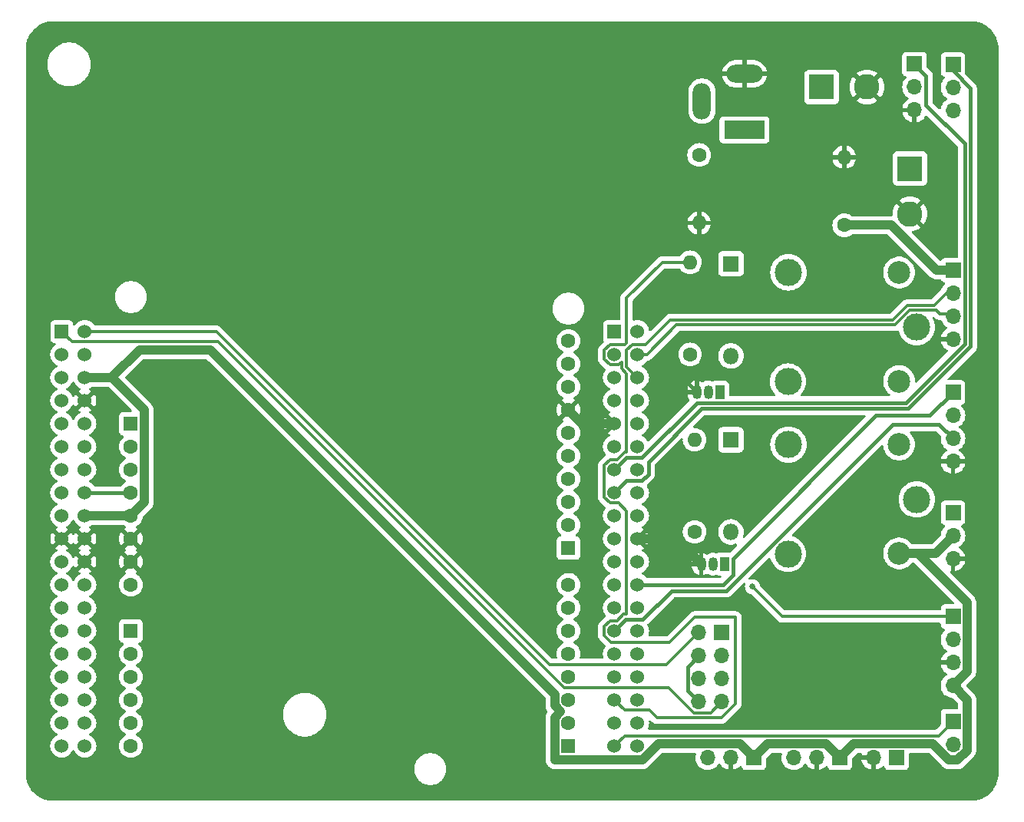
<source format=gbl>
G04 #@! TF.GenerationSoftware,KiCad,Pcbnew,8.0.8-8.0.8-0~ubuntu24.04.1*
G04 #@! TF.CreationDate,2025-02-03T16:40:28+08:00*
G04 #@! TF.ProjectId,Untitled,556e7469-746c-4656-942e-6b696361645f,rev?*
G04 #@! TF.SameCoordinates,Original*
G04 #@! TF.FileFunction,Copper,L2,Bot*
G04 #@! TF.FilePolarity,Positive*
%FSLAX46Y46*%
G04 Gerber Fmt 4.6, Leading zero omitted, Abs format (unit mm)*
G04 Created by KiCad (PCBNEW 8.0.8-8.0.8-0~ubuntu24.04.1) date 2025-02-03 16:40:28*
%MOMM*%
%LPD*%
G01*
G04 APERTURE LIST*
G04 #@! TA.AperFunction,ComponentPad*
%ADD10R,1.800000X1.800000*%
G04 #@! TD*
G04 #@! TA.AperFunction,ComponentPad*
%ADD11O,1.800000X1.800000*%
G04 #@! TD*
G04 #@! TA.AperFunction,ComponentPad*
%ADD12O,1.700000X1.700000*%
G04 #@! TD*
G04 #@! TA.AperFunction,ComponentPad*
%ADD13R,1.700000X1.700000*%
G04 #@! TD*
G04 #@! TA.AperFunction,ComponentPad*
%ADD14R,1.050000X1.500000*%
G04 #@! TD*
G04 #@! TA.AperFunction,ComponentPad*
%ADD15O,1.050000X1.500000*%
G04 #@! TD*
G04 #@! TA.AperFunction,ComponentPad*
%ADD16C,1.600000*%
G04 #@! TD*
G04 #@! TA.AperFunction,ComponentPad*
%ADD17O,1.600000X1.600000*%
G04 #@! TD*
G04 #@! TA.AperFunction,ComponentPad*
%ADD18R,1.605000X1.605000*%
G04 #@! TD*
G04 #@! TA.AperFunction,ComponentPad*
%ADD19C,1.605000*%
G04 #@! TD*
G04 #@! TA.AperFunction,ComponentPad*
%ADD20R,1.530000X1.530000*%
G04 #@! TD*
G04 #@! TA.AperFunction,ComponentPad*
%ADD21C,1.530000*%
G04 #@! TD*
G04 #@! TA.AperFunction,ComponentPad*
%ADD22R,2.800000X2.800000*%
G04 #@! TD*
G04 #@! TA.AperFunction,ComponentPad*
%ADD23C,2.800000*%
G04 #@! TD*
G04 #@! TA.AperFunction,ComponentPad*
%ADD24C,3.000000*%
G04 #@! TD*
G04 #@! TA.AperFunction,ComponentPad*
%ADD25C,2.500000*%
G04 #@! TD*
G04 #@! TA.AperFunction,ComponentPad*
%ADD26R,4.500000X2.000000*%
G04 #@! TD*
G04 #@! TA.AperFunction,ComponentPad*
%ADD27O,4.000000X2.000000*%
G04 #@! TD*
G04 #@! TA.AperFunction,ComponentPad*
%ADD28O,2.000000X4.000000*%
G04 #@! TD*
G04 #@! TA.AperFunction,ViaPad*
%ADD29C,0.660000*%
G04 #@! TD*
G04 #@! TA.AperFunction,Conductor*
%ADD30C,0.450000*%
G04 #@! TD*
G04 #@! TA.AperFunction,Conductor*
%ADD31C,1.000000*%
G04 #@! TD*
G04 #@! TA.AperFunction,Conductor*
%ADD32C,0.400000*%
G04 #@! TD*
G04 #@! TA.AperFunction,Conductor*
%ADD33C,0.350000*%
G04 #@! TD*
G04 APERTURE END LIST*
D10*
X130000000Y-68500000D03*
D11*
X130000000Y-78660000D03*
D10*
X130000000Y-87920000D03*
D11*
X130000000Y-98080000D03*
D12*
X150250000Y-51555000D03*
X150250000Y-49015000D03*
D13*
X150250000Y-46475000D03*
D12*
X154500000Y-51580000D03*
X154500000Y-49040000D03*
D13*
X154500000Y-46500000D03*
X154500000Y-82700000D03*
D12*
X154500000Y-85240000D03*
X154500000Y-87780000D03*
X154500000Y-90320000D03*
D14*
X128770000Y-82640000D03*
D15*
X127500000Y-82640000D03*
X126230000Y-82640000D03*
D13*
X132525000Y-123000000D03*
D12*
X129985000Y-123000000D03*
X127445000Y-123000000D03*
D13*
X154500000Y-107420000D03*
D12*
X154500000Y-109960000D03*
X154500000Y-112500000D03*
X154500000Y-115040000D03*
D16*
X126500000Y-56500000D03*
D17*
X126500000Y-64000000D03*
D16*
X142500000Y-64250000D03*
D17*
X142500000Y-56750000D03*
D14*
X129270000Y-101640000D03*
D15*
X128000000Y-101640000D03*
X126730000Y-101640000D03*
D13*
X154500000Y-95975000D03*
D12*
X154500000Y-98515000D03*
X154500000Y-101055000D03*
D13*
X148275000Y-123000000D03*
D12*
X145735000Y-123000000D03*
D18*
X112080000Y-99860000D03*
D19*
X112080000Y-97320000D03*
X112080000Y-94780000D03*
X112080000Y-92240000D03*
X112080000Y-89700000D03*
X112080000Y-87160000D03*
X112080000Y-84620000D03*
X112080000Y-82080000D03*
X112080000Y-79540000D03*
X112080000Y-77000000D03*
D18*
X63820000Y-86140000D03*
D19*
X63820000Y-88680000D03*
X63820000Y-91220000D03*
X63820000Y-93760000D03*
X63820000Y-96300000D03*
X63820000Y-98840000D03*
X63820000Y-101380000D03*
X63820000Y-103920000D03*
D20*
X56200000Y-75980000D03*
D21*
X58740000Y-75980000D03*
X56200000Y-78520000D03*
X58740000Y-78520000D03*
X56200000Y-81060000D03*
X58740000Y-81060000D03*
X56200000Y-83600000D03*
X58740000Y-83600000D03*
X56200000Y-86140000D03*
X58740000Y-86140000D03*
X56200000Y-88680000D03*
X58740000Y-88680000D03*
X56200000Y-91220000D03*
X58740000Y-91220000D03*
X56200000Y-93760000D03*
X58740000Y-93760000D03*
X56200000Y-96300000D03*
X58740000Y-96300000D03*
X56200000Y-98840000D03*
X58740000Y-98840000D03*
X56200000Y-101380000D03*
X58740000Y-101380000D03*
X56200000Y-103920000D03*
X58740000Y-103920000D03*
X56200000Y-106460000D03*
X58740000Y-106460000D03*
X56200000Y-109000000D03*
X58740000Y-109000000D03*
X56200000Y-111540000D03*
X58740000Y-111540000D03*
X56200000Y-114080000D03*
X58740000Y-114080000D03*
X56200000Y-116620000D03*
X58740000Y-116620000D03*
X56200000Y-119160000D03*
X58740000Y-119160000D03*
X56200000Y-121700000D03*
X58740000Y-121700000D03*
D18*
X63820000Y-109000000D03*
D19*
X63820000Y-111540000D03*
X63820000Y-114080000D03*
X63820000Y-116620000D03*
X63820000Y-119160000D03*
X63820000Y-121700000D03*
D18*
X112080000Y-121700000D03*
D19*
X112080000Y-119160000D03*
X112080000Y-116620000D03*
X112080000Y-114080000D03*
X112080000Y-111540000D03*
X112080000Y-109000000D03*
X112080000Y-106460000D03*
X112080000Y-103920000D03*
D20*
X117160000Y-75980000D03*
D21*
X119700000Y-75980000D03*
X117160000Y-78520000D03*
X119700000Y-78520000D03*
X117160000Y-81060000D03*
X119700000Y-81060000D03*
X117160000Y-83600000D03*
X119700000Y-83600000D03*
X117160000Y-86140000D03*
X119700000Y-86140000D03*
X117160000Y-88680000D03*
X119700000Y-88680000D03*
X117160000Y-91220000D03*
X119700000Y-91220000D03*
X117160000Y-93760000D03*
X119700000Y-93760000D03*
X117160000Y-96300000D03*
X119700000Y-96300000D03*
X117160000Y-98840000D03*
X119700000Y-98840000D03*
X117160000Y-101380000D03*
X119700000Y-101380000D03*
X117160000Y-103920000D03*
X119700000Y-103920000D03*
X117160000Y-106460000D03*
X119700000Y-106460000D03*
X117160000Y-109000000D03*
X119700000Y-109000000D03*
X117160000Y-111540000D03*
X119700000Y-111540000D03*
X117160000Y-114080000D03*
X119700000Y-114080000D03*
X117160000Y-116620000D03*
X119700000Y-116620000D03*
X117160000Y-119160000D03*
X119700000Y-119160000D03*
X117160000Y-121700000D03*
X119700000Y-121700000D03*
D22*
X140000000Y-49000000D03*
D23*
X145000000Y-49000000D03*
D17*
X125500000Y-68340000D03*
D16*
X125500000Y-78500000D03*
D13*
X154500000Y-69200000D03*
D12*
X154500000Y-71740000D03*
X154500000Y-74280000D03*
X154500000Y-76820000D03*
D13*
X154500000Y-118960000D03*
D12*
X154500000Y-121500000D03*
D16*
X126000000Y-98080000D03*
D17*
X126000000Y-87920000D03*
D22*
X149750000Y-58000000D03*
D23*
X149750000Y-63000000D03*
D24*
X150500000Y-94500000D03*
D25*
X148550000Y-88450000D03*
D24*
X136350000Y-88450000D03*
X136300000Y-100500000D03*
D25*
X148550000Y-100450000D03*
X148550000Y-81450000D03*
D24*
X136300000Y-81500000D03*
X136350000Y-69450000D03*
D25*
X148550000Y-69450000D03*
D24*
X150500000Y-75500000D03*
D13*
X142025000Y-123000000D03*
D12*
X139485000Y-123000000D03*
X136945000Y-123000000D03*
D26*
X131500000Y-53750000D03*
D27*
X131500000Y-47550000D03*
D28*
X126800000Y-50550000D03*
D13*
X129000000Y-109200000D03*
D12*
X126460000Y-109200000D03*
X129000000Y-111740000D03*
X126460000Y-111740000D03*
X129000000Y-114280000D03*
X126460000Y-114280000D03*
X129000000Y-116820000D03*
X126460000Y-116820000D03*
D29*
X148000000Y-110750000D03*
X122500000Y-78250000D03*
X132375000Y-104125000D03*
D30*
X154500000Y-87780000D02*
X152970000Y-86250000D01*
X152970000Y-86250000D02*
X147827638Y-86250000D01*
X147827638Y-86250000D02*
X129507638Y-104570000D01*
X129507638Y-104570000D02*
X123430000Y-104570000D01*
X123430000Y-104570000D02*
X120250000Y-107750000D01*
X120250000Y-107750000D02*
X118410000Y-107750000D01*
X118410000Y-107750000D02*
X117160000Y-109000000D01*
X154500000Y-82700000D02*
X151950000Y-85250000D01*
X130220000Y-102815000D02*
X129115000Y-103920000D01*
X151950000Y-85250000D02*
X146000000Y-85250000D01*
X146000000Y-85250000D02*
X130220000Y-101030000D01*
X130220000Y-101030000D02*
X130220000Y-102815000D01*
X129115000Y-103920000D02*
X119700000Y-103920000D01*
D31*
X132525000Y-123000000D02*
X130975000Y-121450000D01*
X130975000Y-121450000D02*
X122021823Y-121450000D01*
X110577500Y-115997644D02*
X72574856Y-77995000D01*
X122021823Y-121450000D02*
X120221823Y-123250000D01*
X110577500Y-123202500D02*
X110577500Y-118537644D01*
X120221823Y-123250000D02*
X110625000Y-123250000D01*
X110625000Y-123250000D02*
X110577500Y-123202500D01*
X110577500Y-118537644D02*
X111225144Y-117890000D01*
X72574856Y-77995000D02*
X64755000Y-77995000D01*
X111225144Y-117890000D02*
X110577500Y-117242356D01*
X64755000Y-77995000D02*
X61745000Y-81005000D01*
X110577500Y-117242356D02*
X110577500Y-115997644D01*
X61745000Y-81005000D02*
X61745000Y-81060000D01*
D32*
X148000000Y-110750000D02*
X149750000Y-112500000D01*
X149750000Y-112500000D02*
X154500000Y-112500000D01*
D31*
X119700000Y-98840000D02*
X123930000Y-98840000D01*
X123930000Y-98840000D02*
X126730000Y-101640000D01*
X63820000Y-96300000D02*
X65322500Y-94797500D01*
X65322500Y-94797500D02*
X65322500Y-84637500D01*
X65322500Y-84637500D02*
X61745000Y-81060000D01*
X61745000Y-81060000D02*
X58740000Y-81060000D01*
X142025000Y-123000000D02*
X143575000Y-121450000D01*
X143575000Y-121450000D02*
X152257968Y-121450000D01*
X152257968Y-121450000D02*
X154057968Y-123250000D01*
X154057968Y-123250000D02*
X155000000Y-123250000D01*
X155000000Y-123250000D02*
X156050000Y-122200000D01*
X156050000Y-122200000D02*
X156050000Y-116590000D01*
X156050000Y-116590000D02*
X154500000Y-115040000D01*
X63820000Y-96300000D02*
X58740000Y-96300000D01*
X117160000Y-86140000D02*
X113600000Y-86140000D01*
X113600000Y-86140000D02*
X112080000Y-84620000D01*
D32*
X126230000Y-82640000D02*
X122500000Y-78910000D01*
X122500000Y-78910000D02*
X122500000Y-78250000D01*
D33*
X117632204Y-79660000D02*
X116687796Y-79660000D01*
X117950000Y-80087818D02*
X117950000Y-79342204D01*
X117950000Y-79342204D02*
X117632204Y-79660000D01*
X118500000Y-80637818D02*
X117950000Y-80087818D01*
X118261472Y-89270000D02*
X118500000Y-89270000D01*
X116687796Y-79660000D02*
X116020000Y-78992204D01*
X116020000Y-90747796D02*
X116687796Y-90080000D01*
X118500000Y-89270000D02*
X118500000Y-80637818D01*
X118300000Y-117760000D02*
X120984770Y-117760000D01*
X116020000Y-94232204D02*
X116020000Y-90747796D01*
X117632204Y-77380000D02*
X117702204Y-77450000D01*
X118500000Y-95767796D02*
X117632204Y-94900000D01*
X118500000Y-107150000D02*
X118500000Y-95767796D01*
X118161472Y-107150000D02*
X118500000Y-107150000D01*
X117451472Y-107860000D02*
X118161472Y-107150000D01*
X117160000Y-116620000D02*
X118300000Y-117760000D01*
X120984770Y-117760000D02*
X121819770Y-118595000D01*
X130500000Y-107500000D02*
X126000000Y-107500000D01*
X116687796Y-107860000D02*
X117451472Y-107860000D01*
X122410000Y-68340000D02*
X125500000Y-68340000D01*
X116687796Y-90080000D02*
X117451472Y-90080000D01*
X126000000Y-107500000D02*
X123250000Y-110250000D01*
X117451472Y-90080000D02*
X118261472Y-89270000D01*
X121819770Y-118595000D02*
X128957412Y-118595000D01*
X116687796Y-77380000D02*
X117632204Y-77380000D01*
X128957412Y-118595000D02*
X130500000Y-117052412D01*
X130500000Y-117052412D02*
X130500000Y-107500000D01*
X116020000Y-109472204D02*
X116020000Y-108527796D01*
X123250000Y-110250000D02*
X116797796Y-110250000D01*
X117632204Y-94900000D02*
X116687796Y-94900000D01*
X116797796Y-110250000D02*
X116020000Y-109472204D01*
X116020000Y-108527796D02*
X116687796Y-107860000D01*
X118272183Y-77450000D02*
X118500000Y-77222182D01*
X116687796Y-94900000D02*
X116020000Y-94232204D01*
X116020000Y-78992204D02*
X116020000Y-78047796D01*
X116020000Y-78047796D02*
X116687796Y-77380000D01*
X117702204Y-77450000D02*
X118272183Y-77450000D01*
X118500000Y-77222182D02*
X118500000Y-72250000D01*
X118500000Y-72250000D02*
X122410000Y-68340000D01*
D31*
X154500000Y-69200000D02*
X152650000Y-69200000D01*
X152650000Y-69200000D02*
X147700000Y-64250000D01*
X147700000Y-64250000D02*
X142500000Y-64250000D01*
X148550000Y-100450000D02*
X152565000Y-100450000D01*
X152565000Y-100450000D02*
X154500000Y-98515000D01*
X154500000Y-115040000D02*
X156050000Y-113490000D01*
X156050000Y-105870000D02*
X150630000Y-100450000D01*
X156050000Y-113490000D02*
X156050000Y-105870000D01*
X150630000Y-100450000D02*
X148550000Y-100450000D01*
X132525000Y-123000000D02*
X134075000Y-121450000D01*
X134075000Y-121450000D02*
X140475000Y-121450000D01*
X140475000Y-121450000D02*
X142025000Y-123000000D01*
D32*
X126460000Y-111740000D02*
X125210000Y-112990000D01*
X125210000Y-112990000D02*
X125210000Y-115570000D01*
X125210000Y-115570000D02*
X126460000Y-116820000D01*
X58740000Y-93760000D02*
X63820000Y-93760000D01*
D33*
X135670000Y-107420000D02*
X154500000Y-107420000D01*
X132375000Y-104125000D02*
X135670000Y-107420000D01*
D30*
X154500000Y-46500000D02*
X154500000Y-47236877D01*
X154500000Y-47236877D02*
X156425000Y-49161877D01*
X156425000Y-49161877D02*
X156425000Y-77617362D01*
X120890000Y-90360000D02*
X120890000Y-91712915D01*
X156425000Y-77617362D02*
X149577362Y-84465000D01*
X120890000Y-91712915D02*
X120192915Y-92410000D01*
X149577362Y-84465000D02*
X126785000Y-84465000D01*
X126785000Y-84465000D02*
X120890000Y-90360000D01*
X118510000Y-92410000D02*
X117160000Y-93760000D01*
X120192915Y-92410000D02*
X118510000Y-92410000D01*
X150250000Y-46475000D02*
X151525000Y-47750000D01*
X151525000Y-47750000D02*
X151525000Y-51026877D01*
X149308123Y-83815000D02*
X126247915Y-83815000D01*
X151525000Y-51026877D02*
X155775000Y-55276877D01*
X155775000Y-55276877D02*
X155775000Y-77348123D01*
X155775000Y-77348123D02*
X149308123Y-83815000D01*
X126247915Y-83815000D02*
X120192915Y-89870000D01*
X120192915Y-89870000D02*
X118510000Y-89870000D01*
X118510000Y-89870000D02*
X117160000Y-91220000D01*
D33*
X154500000Y-74280000D02*
X154220000Y-74000000D01*
X154220000Y-74000000D02*
X153017818Y-74000000D01*
X153017818Y-74000000D02*
X152642818Y-73625000D01*
X152642818Y-73625000D02*
X149723349Y-73625000D01*
X149723349Y-73625000D02*
X148098349Y-75250000D01*
X120730000Y-78520000D02*
X119700000Y-78520000D01*
X148098349Y-75250000D02*
X124000000Y-75250000D01*
X124000000Y-75250000D02*
X120730000Y-78520000D01*
X154500000Y-71740000D02*
X153760000Y-71740000D01*
X153760000Y-71740000D02*
X152425000Y-73075000D01*
X152425000Y-73075000D02*
X149495531Y-73075000D01*
X149495531Y-73075000D02*
X147870531Y-74700000D01*
X119120000Y-77380000D02*
X118500000Y-78000000D01*
X147870531Y-74700000D02*
X123300000Y-74700000D01*
X123300000Y-74700000D02*
X120620000Y-77380000D01*
X118500000Y-79860000D02*
X119700000Y-81060000D01*
X120620000Y-77380000D02*
X119120000Y-77380000D01*
X118500000Y-78000000D02*
X118500000Y-79860000D01*
X154500000Y-118960000D02*
X152900000Y-120560000D01*
X152900000Y-120560000D02*
X118300000Y-120560000D01*
X118300000Y-120560000D02*
X117160000Y-121700000D01*
X126460000Y-109200000D02*
X122910000Y-112750000D01*
X122910000Y-112750000D02*
X110000000Y-112750000D01*
X110000000Y-112750000D02*
X73230000Y-75980000D01*
X73230000Y-75980000D02*
X58740000Y-75980000D01*
X56200000Y-75980000D02*
X57340000Y-77120000D01*
X57340000Y-77120000D02*
X73454763Y-77120000D01*
X73454763Y-77120000D02*
X111592263Y-115257500D01*
X123165088Y-115257500D02*
X125952588Y-118045000D01*
X111592263Y-115257500D02*
X123165088Y-115257500D01*
X125952588Y-118045000D02*
X127775000Y-118045000D01*
X127775000Y-118045000D02*
X129000000Y-116820000D01*
G04 #@! TA.AperFunction,Conductor*
G36*
X131519330Y-103686832D02*
G01*
X131575264Y-103728703D01*
X131599681Y-103794168D01*
X131593928Y-103841331D01*
X131558174Y-103951372D01*
X131558173Y-103951376D01*
X131558173Y-103951378D01*
X131539925Y-104125000D01*
X131558173Y-104298622D01*
X131558174Y-104298625D01*
X131612118Y-104464650D01*
X131612121Y-104464656D01*
X131699410Y-104615845D01*
X131816226Y-104745582D01*
X131957462Y-104848196D01*
X132116942Y-104919202D01*
X132116945Y-104919202D01*
X132116948Y-104919204D01*
X132160167Y-104928390D01*
X132204145Y-104937738D01*
X132265627Y-104970930D01*
X132266046Y-104971347D01*
X135145305Y-107850606D01*
X135239394Y-107944695D01*
X135239397Y-107944697D01*
X135239398Y-107944698D01*
X135350020Y-108018613D01*
X135350024Y-108018615D01*
X135350031Y-108018620D01*
X135386037Y-108033534D01*
X135472964Y-108069541D01*
X135575899Y-108090016D01*
X135603464Y-108095499D01*
X135603468Y-108095500D01*
X135603469Y-108095500D01*
X135736531Y-108095500D01*
X153025501Y-108095500D01*
X153092540Y-108115185D01*
X153138295Y-108167989D01*
X153149501Y-108219500D01*
X153149501Y-108317876D01*
X153155908Y-108377483D01*
X153206202Y-108512328D01*
X153206206Y-108512335D01*
X153292452Y-108627544D01*
X153292455Y-108627547D01*
X153407664Y-108713793D01*
X153407671Y-108713797D01*
X153539081Y-108762810D01*
X153595015Y-108804681D01*
X153619432Y-108870145D01*
X153604580Y-108938418D01*
X153583430Y-108966673D01*
X153461503Y-109088600D01*
X153325965Y-109282169D01*
X153325964Y-109282171D01*
X153226098Y-109496335D01*
X153226094Y-109496344D01*
X153164938Y-109724586D01*
X153164936Y-109724596D01*
X153144341Y-109959999D01*
X153144341Y-109960000D01*
X153164936Y-110195403D01*
X153164938Y-110195413D01*
X153226094Y-110423655D01*
X153226096Y-110423659D01*
X153226097Y-110423663D01*
X153281475Y-110542421D01*
X153325965Y-110637830D01*
X153325967Y-110637834D01*
X153461501Y-110831395D01*
X153461506Y-110831402D01*
X153628597Y-110998493D01*
X153628603Y-110998498D01*
X153708094Y-111054158D01*
X153781446Y-111105520D01*
X153814594Y-111128730D01*
X153858219Y-111183307D01*
X153865413Y-111252805D01*
X153833890Y-111315160D01*
X153814595Y-111331880D01*
X153628922Y-111461890D01*
X153628920Y-111461891D01*
X153461891Y-111628920D01*
X153461886Y-111628926D01*
X153326400Y-111822420D01*
X153326399Y-111822422D01*
X153226570Y-112036507D01*
X153226567Y-112036513D01*
X153169364Y-112249999D01*
X153169364Y-112250000D01*
X154066988Y-112250000D01*
X154034075Y-112307007D01*
X154000000Y-112434174D01*
X154000000Y-112565826D01*
X154034075Y-112692993D01*
X154066988Y-112750000D01*
X153169364Y-112750000D01*
X153226567Y-112963486D01*
X153226570Y-112963492D01*
X153326399Y-113177578D01*
X153461894Y-113371082D01*
X153628917Y-113538105D01*
X153814595Y-113668119D01*
X153858219Y-113722696D01*
X153865412Y-113792195D01*
X153833890Y-113854549D01*
X153814595Y-113871269D01*
X153628594Y-114001508D01*
X153461505Y-114168597D01*
X153325965Y-114362169D01*
X153325964Y-114362171D01*
X153226098Y-114576335D01*
X153226094Y-114576344D01*
X153164938Y-114804586D01*
X153164936Y-114804596D01*
X153144341Y-115039999D01*
X153144341Y-115040000D01*
X153164936Y-115275403D01*
X153164938Y-115275413D01*
X153226094Y-115503655D01*
X153226096Y-115503659D01*
X153226097Y-115503663D01*
X153287273Y-115634855D01*
X153325965Y-115717830D01*
X153325967Y-115717834D01*
X153390338Y-115809764D01*
X153461505Y-115911401D01*
X153628599Y-116078495D01*
X153682292Y-116116091D01*
X153822165Y-116214032D01*
X153822167Y-116214033D01*
X153822170Y-116214035D01*
X154036337Y-116313903D01*
X154264592Y-116375063D01*
X154390097Y-116386043D01*
X154455165Y-116411495D01*
X154466970Y-116421890D01*
X155013181Y-116968101D01*
X155046666Y-117029424D01*
X155049500Y-117055782D01*
X155049500Y-117485500D01*
X155029815Y-117552539D01*
X154977011Y-117598294D01*
X154925500Y-117609500D01*
X153602129Y-117609500D01*
X153602123Y-117609501D01*
X153542516Y-117615908D01*
X153407671Y-117666202D01*
X153407664Y-117666206D01*
X153292455Y-117752452D01*
X153292452Y-117752455D01*
X153206206Y-117867664D01*
X153206202Y-117867671D01*
X153155908Y-118002517D01*
X153149501Y-118062116D01*
X153149500Y-118062135D01*
X153149500Y-119303836D01*
X153129815Y-119370875D01*
X153113181Y-119391517D01*
X152656518Y-119848181D01*
X152595195Y-119881666D01*
X152568837Y-119884500D01*
X120953126Y-119884500D01*
X120886087Y-119864815D01*
X120840332Y-119812011D01*
X120830388Y-119742853D01*
X120840744Y-119708096D01*
X120887722Y-119607349D01*
X120893723Y-119594480D01*
X120951035Y-119380591D01*
X120970334Y-119160000D01*
X120956006Y-118996233D01*
X120969772Y-118927735D01*
X121018388Y-118877552D01*
X121086416Y-118861618D01*
X121152260Y-118884993D01*
X121167215Y-118897746D01*
X121295075Y-119025606D01*
X121389164Y-119119695D01*
X121389167Y-119119697D01*
X121389168Y-119119698D01*
X121499790Y-119193613D01*
X121499793Y-119193614D01*
X121499801Y-119193620D01*
X121622734Y-119244540D01*
X121622738Y-119244540D01*
X121622739Y-119244541D01*
X121753236Y-119270500D01*
X121753239Y-119270500D01*
X129023944Y-119270500D01*
X129023945Y-119270499D01*
X129154448Y-119244541D01*
X129277381Y-119193620D01*
X129388018Y-119119695D01*
X131024695Y-117483018D01*
X131098620Y-117372381D01*
X131149541Y-117249448D01*
X131175500Y-117118943D01*
X131175500Y-116985881D01*
X131175500Y-107433469D01*
X131175500Y-107433466D01*
X131149541Y-107302969D01*
X131149540Y-107302968D01*
X131149540Y-107302964D01*
X131098620Y-107180031D01*
X131054492Y-107113989D01*
X131024698Y-107069398D01*
X131024692Y-107069390D01*
X130930609Y-106975307D01*
X130930601Y-106975301D01*
X130819979Y-106901386D01*
X130819972Y-106901382D01*
X130819969Y-106901380D01*
X130819965Y-106901378D01*
X130819961Y-106901376D01*
X130697040Y-106850461D01*
X130697030Y-106850458D01*
X130566533Y-106824500D01*
X130566531Y-106824500D01*
X125933469Y-106824500D01*
X125933467Y-106824500D01*
X125802969Y-106850458D01*
X125802959Y-106850461D01*
X125680038Y-106901376D01*
X125680025Y-106901383D01*
X125606528Y-106950493D01*
X125606527Y-106950494D01*
X125569391Y-106975306D01*
X125569390Y-106975307D01*
X123006518Y-109538181D01*
X122945195Y-109571666D01*
X122918837Y-109574500D01*
X121017805Y-109574500D01*
X120950766Y-109554815D01*
X120905011Y-109502011D01*
X120895067Y-109432853D01*
X120898030Y-109418406D01*
X120901442Y-109405673D01*
X120951035Y-109220591D01*
X120970334Y-109000000D01*
X120951035Y-108779409D01*
X120893723Y-108565520D01*
X120881574Y-108539467D01*
X120856443Y-108485572D01*
X120800142Y-108364833D01*
X120800137Y-108364827D01*
X120797433Y-108360141D01*
X120799452Y-108358975D01*
X120780266Y-108302205D01*
X120797232Y-108234426D01*
X120816480Y-108209530D01*
X123694193Y-105331819D01*
X123755516Y-105298334D01*
X123781874Y-105295500D01*
X129579095Y-105295500D01*
X129673389Y-105276742D01*
X129719258Y-105267619D01*
X129851291Y-105212929D01*
X129886107Y-105189666D01*
X129970118Y-105133532D01*
X131388317Y-103715332D01*
X131449639Y-103681848D01*
X131519330Y-103686832D01*
G37*
G04 #@! TD.AperFunction*
G04 #@! TA.AperFunction,Conductor*
G36*
X58264755Y-101576853D02*
G01*
X58331898Y-101693147D01*
X58426853Y-101788102D01*
X58543147Y-101855245D01*
X58602425Y-101871128D01*
X58039657Y-102433894D01*
X58105084Y-102479707D01*
X58228683Y-102537342D01*
X58281122Y-102583514D01*
X58300274Y-102650708D01*
X58280058Y-102717589D01*
X58228683Y-102762106D01*
X58104833Y-102819857D01*
X57923444Y-102946868D01*
X57766868Y-103103444D01*
X57639857Y-103284834D01*
X57639856Y-103284836D01*
X57582382Y-103408091D01*
X57536210Y-103460531D01*
X57469017Y-103479683D01*
X57402135Y-103459467D01*
X57357618Y-103408091D01*
X57313964Y-103314475D01*
X57300142Y-103284833D01*
X57173132Y-103103445D01*
X57016555Y-102946868D01*
X56835167Y-102819858D01*
X56830485Y-102817675D01*
X56711908Y-102762382D01*
X56659468Y-102716210D01*
X56640316Y-102649017D01*
X56660531Y-102582136D01*
X56711908Y-102537618D01*
X56712502Y-102537341D01*
X56835167Y-102480142D01*
X57016555Y-102353132D01*
X57173132Y-102196555D01*
X57300142Y-102015167D01*
X57357895Y-101891312D01*
X57404064Y-101838878D01*
X57471258Y-101819725D01*
X57538139Y-101839940D01*
X57582657Y-101891316D01*
X57640293Y-102014916D01*
X57640295Y-102014920D01*
X57686103Y-102080341D01*
X57686104Y-102080341D01*
X58248871Y-101517574D01*
X58264755Y-101576853D01*
G37*
G04 #@! TD.AperFunction*
G04 #@! TA.AperFunction,Conductor*
G36*
X144801165Y-85210185D02*
G01*
X144846920Y-85262989D01*
X144856864Y-85332147D01*
X144827839Y-85395703D01*
X144821807Y-85402181D01*
X131514921Y-98709066D01*
X131453598Y-98742551D01*
X131383906Y-98737567D01*
X131327973Y-98695695D01*
X131303556Y-98630231D01*
X131313684Y-98571575D01*
X131329157Y-98536300D01*
X131334551Y-98514999D01*
X131386134Y-98311305D01*
X131386516Y-98306697D01*
X131405300Y-98080006D01*
X131405300Y-98079993D01*
X131386135Y-97848702D01*
X131386133Y-97848691D01*
X131329157Y-97623699D01*
X131235924Y-97411151D01*
X131108983Y-97216852D01*
X131108980Y-97216849D01*
X131108979Y-97216847D01*
X130951784Y-97046087D01*
X130951779Y-97046083D01*
X130951777Y-97046081D01*
X130768634Y-96903535D01*
X130768628Y-96903531D01*
X130564504Y-96793064D01*
X130564495Y-96793061D01*
X130344984Y-96717702D01*
X130173282Y-96689050D01*
X130116049Y-96679500D01*
X129883951Y-96679500D01*
X129838164Y-96687140D01*
X129655015Y-96717702D01*
X129435504Y-96793061D01*
X129435495Y-96793064D01*
X129231371Y-96903531D01*
X129231365Y-96903535D01*
X129048222Y-97046081D01*
X129048219Y-97046084D01*
X129048216Y-97046086D01*
X129048216Y-97046087D01*
X129028660Y-97067331D01*
X128891016Y-97216852D01*
X128764075Y-97411151D01*
X128670842Y-97623699D01*
X128613866Y-97848691D01*
X128613864Y-97848702D01*
X128594700Y-98079993D01*
X128594700Y-98080006D01*
X128613864Y-98311297D01*
X128613866Y-98311308D01*
X128670842Y-98536300D01*
X128764075Y-98748848D01*
X128891016Y-98943147D01*
X128891019Y-98943151D01*
X128891021Y-98943153D01*
X129048216Y-99113913D01*
X129048219Y-99113915D01*
X129048222Y-99113918D01*
X129231365Y-99256464D01*
X129231371Y-99256468D01*
X129231374Y-99256470D01*
X129435497Y-99366936D01*
X129540003Y-99402813D01*
X129655015Y-99442297D01*
X129655017Y-99442297D01*
X129655019Y-99442298D01*
X129883951Y-99480500D01*
X129883952Y-99480500D01*
X130116048Y-99480500D01*
X130116049Y-99480500D01*
X130344981Y-99442298D01*
X130503046Y-99388033D01*
X130572844Y-99384884D01*
X130633266Y-99419970D01*
X130665126Y-99482152D01*
X130658311Y-99551689D01*
X130630990Y-99592996D01*
X129870805Y-100353181D01*
X129809482Y-100386666D01*
X129783124Y-100389500D01*
X128697129Y-100389500D01*
X128697123Y-100389501D01*
X128637516Y-100395908D01*
X128502672Y-100446202D01*
X128502665Y-100446206D01*
X128501556Y-100447037D01*
X128500258Y-100447520D01*
X128494887Y-100450454D01*
X128494465Y-100449681D01*
X128436090Y-100471449D01*
X128379800Y-100462325D01*
X128299127Y-100428909D01*
X128299119Y-100428907D01*
X128101007Y-100389500D01*
X128101003Y-100389500D01*
X127898997Y-100389500D01*
X127898992Y-100389500D01*
X127700880Y-100428907D01*
X127700872Y-100428909D01*
X127514243Y-100506214D01*
X127433439Y-100560204D01*
X127366761Y-100581081D01*
X127299382Y-100562595D01*
X127295659Y-100560203D01*
X127215526Y-100506659D01*
X127215513Y-100506652D01*
X127028984Y-100429390D01*
X127028977Y-100429388D01*
X126980000Y-100419645D01*
X126980000Y-101274134D01*
X126977617Y-101298326D01*
X126974727Y-101312857D01*
X126974500Y-101313997D01*
X126974500Y-101354170D01*
X126960255Y-101339925D01*
X126874745Y-101290556D01*
X126779370Y-101265000D01*
X126680630Y-101265000D01*
X126585255Y-101290556D01*
X126499745Y-101339925D01*
X126480000Y-101359670D01*
X126480000Y-100419646D01*
X126479999Y-100419645D01*
X126431022Y-100429388D01*
X126431015Y-100429390D01*
X126244486Y-100506652D01*
X126244473Y-100506659D01*
X126076600Y-100618829D01*
X126076596Y-100618832D01*
X125933832Y-100761596D01*
X125933829Y-100761600D01*
X125821659Y-100929473D01*
X125821652Y-100929486D01*
X125744390Y-101116016D01*
X125744387Y-101116025D01*
X125705000Y-101314041D01*
X125705000Y-101390000D01*
X126449670Y-101390000D01*
X126429925Y-101409745D01*
X126380556Y-101495255D01*
X126355000Y-101590630D01*
X126355000Y-101689370D01*
X126380556Y-101784745D01*
X126429925Y-101870255D01*
X126449670Y-101890000D01*
X125705000Y-101890000D01*
X125705000Y-101965958D01*
X125744387Y-102163974D01*
X125744390Y-102163983D01*
X125821652Y-102350513D01*
X125821659Y-102350526D01*
X125933829Y-102518399D01*
X125933832Y-102518403D01*
X126076596Y-102661167D01*
X126076600Y-102661170D01*
X126244473Y-102773340D01*
X126244486Y-102773347D01*
X126431016Y-102850609D01*
X126431025Y-102850612D01*
X126480000Y-102860353D01*
X126480000Y-101920330D01*
X126499745Y-101940075D01*
X126585255Y-101989444D01*
X126680630Y-102015000D01*
X126779370Y-102015000D01*
X126874745Y-101989444D01*
X126960255Y-101940075D01*
X126974500Y-101925830D01*
X126974500Y-101966003D01*
X126975340Y-101970228D01*
X126977617Y-101981671D01*
X126980000Y-102005865D01*
X126980000Y-102860352D01*
X127028974Y-102850612D01*
X127028983Y-102850609D01*
X127215515Y-102773346D01*
X127215518Y-102773344D01*
X127295658Y-102719796D01*
X127362335Y-102698917D01*
X127429716Y-102717401D01*
X127433422Y-102719783D01*
X127514244Y-102773786D01*
X127700873Y-102851091D01*
X127866777Y-102884091D01*
X127898992Y-102890499D01*
X127898996Y-102890500D01*
X127898997Y-102890500D01*
X128101004Y-102890500D01*
X128101005Y-102890499D01*
X128299127Y-102851091D01*
X128300284Y-102850612D01*
X128342879Y-102832968D01*
X128379798Y-102817674D01*
X128449267Y-102810205D01*
X128494658Y-102829962D01*
X128494886Y-102829546D01*
X128499540Y-102832087D01*
X128501562Y-102832967D01*
X128502669Y-102833796D01*
X128502670Y-102833796D01*
X128502671Y-102833797D01*
X128520367Y-102840397D01*
X128637517Y-102884091D01*
X128697127Y-102890500D01*
X128819126Y-102890499D01*
X128886164Y-102910183D01*
X128931919Y-102962987D01*
X128941863Y-103032145D01*
X128912839Y-103095701D01*
X128906808Y-103102179D01*
X128885333Y-103123654D01*
X128850806Y-103158181D01*
X128789486Y-103191666D01*
X128763126Y-103194500D01*
X120801440Y-103194500D01*
X120734401Y-103174815D01*
X120699866Y-103141624D01*
X120673137Y-103103452D01*
X120673136Y-103103451D01*
X120673132Y-103103445D01*
X120516555Y-102946868D01*
X120335167Y-102819858D01*
X120330485Y-102817675D01*
X120211908Y-102762382D01*
X120159468Y-102716210D01*
X120140316Y-102649017D01*
X120160531Y-102582136D01*
X120211908Y-102537618D01*
X120212502Y-102537341D01*
X120335167Y-102480142D01*
X120516555Y-102353132D01*
X120673132Y-102196555D01*
X120800142Y-102015167D01*
X120893723Y-101814480D01*
X120951035Y-101600591D01*
X120970334Y-101380000D01*
X120951035Y-101159409D01*
X120893723Y-100945520D01*
X120886246Y-100929486D01*
X120828198Y-100805000D01*
X120800142Y-100744833D01*
X120673132Y-100563445D01*
X120516555Y-100406868D01*
X120335167Y-100279858D01*
X120266195Y-100247696D01*
X120211317Y-100222106D01*
X120158877Y-100175934D01*
X120139725Y-100108741D01*
X120159941Y-100041859D01*
X120211317Y-99997342D01*
X120334911Y-99939709D01*
X120334919Y-99939705D01*
X120400341Y-99893895D01*
X119837574Y-99331128D01*
X119896853Y-99315245D01*
X120013147Y-99248102D01*
X120108102Y-99153147D01*
X120175245Y-99036853D01*
X120191128Y-98977574D01*
X120753895Y-99540341D01*
X120799705Y-99474919D01*
X120799709Y-99474911D01*
X120893249Y-99274314D01*
X120893254Y-99274300D01*
X120950538Y-99060509D01*
X120950540Y-99060499D01*
X120969832Y-98840000D01*
X120969832Y-98839999D01*
X120950540Y-98619500D01*
X120950538Y-98619490D01*
X120893254Y-98405699D01*
X120893250Y-98405690D01*
X120799706Y-98205084D01*
X120753894Y-98139657D01*
X120191128Y-98702424D01*
X120175245Y-98643147D01*
X120108102Y-98526853D01*
X120013147Y-98431898D01*
X119896853Y-98364755D01*
X119837574Y-98348871D01*
X120106447Y-98079998D01*
X124694532Y-98079998D01*
X124694532Y-98080001D01*
X124714364Y-98306686D01*
X124714366Y-98306697D01*
X124773258Y-98526488D01*
X124773261Y-98526497D01*
X124869431Y-98732732D01*
X124869432Y-98732734D01*
X124999954Y-98919141D01*
X125160858Y-99080045D01*
X125160861Y-99080047D01*
X125347266Y-99210568D01*
X125553504Y-99306739D01*
X125773308Y-99365635D01*
X125935230Y-99379801D01*
X125999998Y-99385468D01*
X126000000Y-99385468D01*
X126000002Y-99385468D01*
X126056673Y-99380509D01*
X126226692Y-99365635D01*
X126446496Y-99306739D01*
X126652734Y-99210568D01*
X126839139Y-99080047D01*
X127000047Y-98919139D01*
X127130568Y-98732734D01*
X127226739Y-98526496D01*
X127285635Y-98306692D01*
X127302634Y-98112384D01*
X127305468Y-98080001D01*
X127305468Y-98079998D01*
X127299801Y-98015230D01*
X127285635Y-97853308D01*
X127239836Y-97682382D01*
X127226741Y-97633511D01*
X127226738Y-97633502D01*
X127165608Y-97502410D01*
X127130568Y-97427266D01*
X127022643Y-97273132D01*
X127000045Y-97240858D01*
X126839141Y-97079954D01*
X126652734Y-96949432D01*
X126652732Y-96949431D01*
X126446497Y-96853261D01*
X126446488Y-96853258D01*
X126226697Y-96794366D01*
X126226693Y-96794365D01*
X126226692Y-96794365D01*
X126226691Y-96794364D01*
X126226686Y-96794364D01*
X126000002Y-96774532D01*
X125999998Y-96774532D01*
X125773313Y-96794364D01*
X125773302Y-96794366D01*
X125553511Y-96853258D01*
X125553502Y-96853261D01*
X125347267Y-96949431D01*
X125347265Y-96949432D01*
X125160858Y-97079954D01*
X124999954Y-97240858D01*
X124869432Y-97427265D01*
X124869431Y-97427267D01*
X124773261Y-97633502D01*
X124773258Y-97633511D01*
X124714366Y-97853302D01*
X124714364Y-97853313D01*
X124694532Y-98079998D01*
X120106447Y-98079998D01*
X120400341Y-97786104D01*
X120400341Y-97786103D01*
X120334920Y-97740295D01*
X120334916Y-97740293D01*
X120211316Y-97682657D01*
X120158877Y-97636484D01*
X120139725Y-97569291D01*
X120159941Y-97502410D01*
X120211312Y-97457895D01*
X120335167Y-97400142D01*
X120516555Y-97273132D01*
X120673132Y-97116555D01*
X120800142Y-96935167D01*
X120893723Y-96734480D01*
X120951035Y-96520591D01*
X120970334Y-96300000D01*
X120951035Y-96079409D01*
X120893723Y-95865520D01*
X120881574Y-95839467D01*
X120800143Y-95664836D01*
X120800142Y-95664834D01*
X120800142Y-95664833D01*
X120673132Y-95483445D01*
X120516555Y-95326868D01*
X120335167Y-95199858D01*
X120211907Y-95142381D01*
X120159468Y-95096210D01*
X120140316Y-95029017D01*
X120160531Y-94962136D01*
X120211908Y-94917618D01*
X120258178Y-94896042D01*
X120335167Y-94860142D01*
X120516555Y-94733132D01*
X120673132Y-94576555D01*
X120800142Y-94395167D01*
X120893723Y-94194480D01*
X120951035Y-93980591D01*
X120970334Y-93760000D01*
X120951035Y-93539409D01*
X120893723Y-93325520D01*
X120881574Y-93299467D01*
X120800143Y-93124836D01*
X120800142Y-93124834D01*
X120800142Y-93124833D01*
X120737896Y-93035937D01*
X120715570Y-92969733D01*
X120732580Y-92901965D01*
X120751787Y-92877138D01*
X121453532Y-92175395D01*
X121532929Y-92056568D01*
X121587619Y-91924535D01*
X121601417Y-91855167D01*
X121615500Y-91784370D01*
X121615500Y-90711873D01*
X121635185Y-90644834D01*
X121651814Y-90624197D01*
X124486088Y-87789922D01*
X124547409Y-87756439D01*
X124617101Y-87761423D01*
X124673034Y-87803295D01*
X124697451Y-87868759D01*
X124697295Y-87888411D01*
X124694532Y-87919996D01*
X124694532Y-87920001D01*
X124714364Y-88146686D01*
X124714366Y-88146697D01*
X124773258Y-88366488D01*
X124773261Y-88366497D01*
X124869431Y-88572732D01*
X124869432Y-88572734D01*
X124999954Y-88759141D01*
X125160858Y-88920045D01*
X125160861Y-88920047D01*
X125347266Y-89050568D01*
X125553504Y-89146739D01*
X125553509Y-89146740D01*
X125553511Y-89146741D01*
X125606415Y-89160916D01*
X125773308Y-89205635D01*
X125935230Y-89219801D01*
X125999998Y-89225468D01*
X126000000Y-89225468D01*
X126000002Y-89225468D01*
X126056673Y-89220509D01*
X126226692Y-89205635D01*
X126446496Y-89146739D01*
X126652734Y-89050568D01*
X126839139Y-88920047D01*
X127000047Y-88759139D01*
X127130568Y-88572734D01*
X127226739Y-88366496D01*
X127285635Y-88146692D01*
X127305468Y-87920000D01*
X127285635Y-87693308D01*
X127230224Y-87486511D01*
X127226741Y-87473511D01*
X127226738Y-87473502D01*
X127197585Y-87410983D01*
X127130568Y-87267266D01*
X127022643Y-87113132D01*
X127000045Y-87080858D01*
X126891322Y-86972135D01*
X128599500Y-86972135D01*
X128599500Y-88867870D01*
X128599501Y-88867876D01*
X128605908Y-88927483D01*
X128656202Y-89062328D01*
X128656206Y-89062335D01*
X128742452Y-89177544D01*
X128742455Y-89177547D01*
X128857664Y-89263793D01*
X128857671Y-89263797D01*
X128992517Y-89314091D01*
X128992516Y-89314091D01*
X128999444Y-89314835D01*
X129052127Y-89320500D01*
X130947872Y-89320499D01*
X131007483Y-89314091D01*
X131142331Y-89263796D01*
X131257546Y-89177546D01*
X131343796Y-89062331D01*
X131394091Y-88927483D01*
X131400500Y-88867873D01*
X131400500Y-88449998D01*
X134344390Y-88449998D01*
X134344390Y-88450001D01*
X134364804Y-88735433D01*
X134425628Y-89015037D01*
X134425630Y-89015043D01*
X134425631Y-89015046D01*
X134518409Y-89263793D01*
X134525635Y-89283166D01*
X134662770Y-89534309D01*
X134662775Y-89534317D01*
X134834254Y-89763387D01*
X134834270Y-89763405D01*
X135036594Y-89965729D01*
X135036612Y-89965745D01*
X135265682Y-90137224D01*
X135265690Y-90137229D01*
X135516833Y-90274364D01*
X135516832Y-90274364D01*
X135516836Y-90274365D01*
X135516839Y-90274367D01*
X135784954Y-90374369D01*
X135784960Y-90374370D01*
X135784962Y-90374371D01*
X136064566Y-90435195D01*
X136064568Y-90435195D01*
X136064572Y-90435196D01*
X136318220Y-90453337D01*
X136349999Y-90455610D01*
X136350000Y-90455610D01*
X136350001Y-90455610D01*
X136378595Y-90453564D01*
X136635428Y-90435196D01*
X136781386Y-90403445D01*
X136915037Y-90374371D01*
X136915037Y-90374370D01*
X136915046Y-90374369D01*
X137183161Y-90274367D01*
X137434315Y-90137226D01*
X137663395Y-89965739D01*
X137865739Y-89763395D01*
X138037226Y-89534315D01*
X138174367Y-89283161D01*
X138274369Y-89015046D01*
X138306384Y-88867876D01*
X138335195Y-88735433D01*
X138335195Y-88735432D01*
X138335196Y-88735428D01*
X138355610Y-88450000D01*
X138335196Y-88164572D01*
X138334630Y-88161972D01*
X138274371Y-87884962D01*
X138274370Y-87884960D01*
X138274369Y-87884954D01*
X138174367Y-87616839D01*
X138169188Y-87607355D01*
X138037229Y-87365690D01*
X138037224Y-87365682D01*
X137865745Y-87136612D01*
X137865729Y-87136594D01*
X137663405Y-86934270D01*
X137663387Y-86934254D01*
X137434317Y-86762775D01*
X137434309Y-86762770D01*
X137183166Y-86625635D01*
X137183167Y-86625635D01*
X137045532Y-86574300D01*
X136915046Y-86525631D01*
X136915043Y-86525630D01*
X136915037Y-86525628D01*
X136635433Y-86464804D01*
X136350001Y-86444390D01*
X136349999Y-86444390D01*
X136064566Y-86464804D01*
X135784962Y-86525628D01*
X135516833Y-86625635D01*
X135265690Y-86762770D01*
X135265682Y-86762775D01*
X135036612Y-86934254D01*
X135036594Y-86934270D01*
X134834270Y-87136594D01*
X134834254Y-87136612D01*
X134662775Y-87365682D01*
X134662770Y-87365690D01*
X134525635Y-87616833D01*
X134425628Y-87884962D01*
X134364804Y-88164566D01*
X134344390Y-88449998D01*
X131400500Y-88449998D01*
X131400499Y-86972128D01*
X131394091Y-86912517D01*
X131348183Y-86789432D01*
X131343797Y-86777671D01*
X131343793Y-86777664D01*
X131257547Y-86662455D01*
X131257544Y-86662452D01*
X131142335Y-86576206D01*
X131142328Y-86576202D01*
X131007482Y-86525908D01*
X131007483Y-86525908D01*
X130947883Y-86519501D01*
X130947881Y-86519500D01*
X130947873Y-86519500D01*
X130947864Y-86519500D01*
X129052129Y-86519500D01*
X129052123Y-86519501D01*
X128992516Y-86525908D01*
X128857671Y-86576202D01*
X128857664Y-86576206D01*
X128742455Y-86662452D01*
X128742452Y-86662455D01*
X128656206Y-86777664D01*
X128656202Y-86777671D01*
X128605908Y-86912517D01*
X128603570Y-86934270D01*
X128599501Y-86972123D01*
X128599500Y-86972135D01*
X126891322Y-86972135D01*
X126839141Y-86919954D01*
X126652734Y-86789432D01*
X126652732Y-86789431D01*
X126446497Y-86693261D01*
X126446488Y-86693258D01*
X126226697Y-86634366D01*
X126226693Y-86634365D01*
X126226692Y-86634365D01*
X126226691Y-86634364D01*
X126226686Y-86634364D01*
X126000002Y-86614532D01*
X125999996Y-86614532D01*
X125968411Y-86617295D01*
X125899911Y-86603528D01*
X125849729Y-86554912D01*
X125833796Y-86486883D01*
X125857172Y-86421040D01*
X125869917Y-86406094D01*
X127049193Y-85226819D01*
X127110516Y-85193334D01*
X127136874Y-85190500D01*
X144734126Y-85190500D01*
X144801165Y-85210185D01*
G37*
G04 #@! TD.AperFunction*
G04 #@! TA.AperFunction,Conductor*
G36*
X58264755Y-99036853D02*
G01*
X58331898Y-99153147D01*
X58426853Y-99248102D01*
X58543147Y-99315245D01*
X58602425Y-99331128D01*
X58039657Y-99893894D01*
X58105084Y-99939707D01*
X58229275Y-99997618D01*
X58281714Y-100043790D01*
X58300866Y-100110984D01*
X58280650Y-100177865D01*
X58229275Y-100222382D01*
X58105080Y-100280295D01*
X58039658Y-100326103D01*
X58039657Y-100326104D01*
X58602425Y-100888871D01*
X58543147Y-100904755D01*
X58426853Y-100971898D01*
X58331898Y-101066853D01*
X58264755Y-101183147D01*
X58248871Y-101242424D01*
X57686104Y-100679657D01*
X57686103Y-100679658D01*
X57640294Y-100745080D01*
X57582657Y-100868683D01*
X57536484Y-100921122D01*
X57469290Y-100940274D01*
X57402409Y-100920058D01*
X57357893Y-100868682D01*
X57300142Y-100744833D01*
X57173132Y-100563445D01*
X57016555Y-100406868D01*
X56835167Y-100279858D01*
X56766195Y-100247696D01*
X56711317Y-100222106D01*
X56658877Y-100175934D01*
X56639725Y-100108741D01*
X56659941Y-100041859D01*
X56711317Y-99997342D01*
X56834911Y-99939709D01*
X56834919Y-99939705D01*
X56900341Y-99893895D01*
X56337574Y-99331128D01*
X56396853Y-99315245D01*
X56513147Y-99248102D01*
X56608102Y-99153147D01*
X56675245Y-99036853D01*
X56691128Y-98977574D01*
X57253895Y-99540341D01*
X57299705Y-99474919D01*
X57299709Y-99474911D01*
X57357618Y-99350726D01*
X57403790Y-99298286D01*
X57470983Y-99279134D01*
X57537865Y-99299350D01*
X57582382Y-99350725D01*
X57640293Y-99474916D01*
X57640295Y-99474920D01*
X57686103Y-99540341D01*
X57686104Y-99540341D01*
X58248871Y-98977574D01*
X58264755Y-99036853D01*
G37*
G04 #@! TD.AperFunction*
G04 #@! TA.AperFunction,Conductor*
G36*
X57537864Y-96760531D02*
G01*
X57582382Y-96811908D01*
X57625105Y-96903530D01*
X57639858Y-96935167D01*
X57766868Y-97116555D01*
X57923445Y-97273132D01*
X58104833Y-97400142D01*
X58228682Y-97457893D01*
X58281122Y-97504065D01*
X58300274Y-97571258D01*
X58280059Y-97638139D01*
X58228683Y-97682657D01*
X58105080Y-97740294D01*
X58039658Y-97786103D01*
X58039657Y-97786104D01*
X58602425Y-98348871D01*
X58543147Y-98364755D01*
X58426853Y-98431898D01*
X58331898Y-98526853D01*
X58264755Y-98643147D01*
X58248871Y-98702424D01*
X57686104Y-98139657D01*
X57686103Y-98139658D01*
X57640295Y-98205080D01*
X57582382Y-98329275D01*
X57536210Y-98381714D01*
X57469016Y-98400866D01*
X57402135Y-98380650D01*
X57357618Y-98329275D01*
X57299707Y-98205084D01*
X57253894Y-98139657D01*
X56691128Y-98702424D01*
X56675245Y-98643147D01*
X56608102Y-98526853D01*
X56513147Y-98431898D01*
X56396853Y-98364755D01*
X56337574Y-98348871D01*
X56900341Y-97786104D01*
X56900341Y-97786103D01*
X56834920Y-97740295D01*
X56834916Y-97740293D01*
X56711316Y-97682657D01*
X56658877Y-97636484D01*
X56639725Y-97569291D01*
X56659941Y-97502410D01*
X56711312Y-97457895D01*
X56835167Y-97400142D01*
X57016555Y-97273132D01*
X57173132Y-97116555D01*
X57300142Y-96935167D01*
X57357618Y-96811907D01*
X57403790Y-96759468D01*
X57470983Y-96740316D01*
X57537864Y-96760531D01*
G37*
G04 #@! TD.AperFunction*
G04 #@! TA.AperFunction,Conductor*
G36*
X61346257Y-82080185D02*
G01*
X61366899Y-82096819D01*
X63895399Y-84625319D01*
X63928884Y-84686642D01*
X63923900Y-84756334D01*
X63882028Y-84812267D01*
X63816564Y-84836684D01*
X63807718Y-84837000D01*
X62969629Y-84837000D01*
X62969623Y-84837001D01*
X62910016Y-84843408D01*
X62775171Y-84893702D01*
X62775164Y-84893706D01*
X62659955Y-84979952D01*
X62659952Y-84979955D01*
X62573706Y-85095164D01*
X62573702Y-85095171D01*
X62523408Y-85230017D01*
X62517001Y-85289616D01*
X62517000Y-85289635D01*
X62517000Y-86990370D01*
X62517001Y-86990376D01*
X62523408Y-87049983D01*
X62573702Y-87184828D01*
X62573706Y-87184835D01*
X62659952Y-87300044D01*
X62659955Y-87300047D01*
X62775164Y-87386293D01*
X62775171Y-87386297D01*
X62820118Y-87403061D01*
X62910017Y-87436591D01*
X62940391Y-87439856D01*
X63004939Y-87466592D01*
X63044788Y-87523984D01*
X63047283Y-87593809D01*
X63011631Y-87653899D01*
X62998260Y-87664718D01*
X62979247Y-87678031D01*
X62818032Y-87839246D01*
X62687259Y-88026011D01*
X62687258Y-88026013D01*
X62590905Y-88232642D01*
X62531894Y-88452870D01*
X62531893Y-88452877D01*
X62512023Y-88679998D01*
X62512023Y-88680001D01*
X62531893Y-88907122D01*
X62531894Y-88907129D01*
X62590902Y-89127349D01*
X62590903Y-89127351D01*
X62590904Y-89127354D01*
X62678480Y-89315163D01*
X62687259Y-89333989D01*
X62687261Y-89333993D01*
X62818027Y-89520746D01*
X62818032Y-89520752D01*
X62979247Y-89681967D01*
X62979253Y-89681972D01*
X63166006Y-89812738D01*
X63166008Y-89812739D01*
X63166011Y-89812741D01*
X63186794Y-89822432D01*
X63219360Y-89837618D01*
X63271800Y-89883790D01*
X63290952Y-89950983D01*
X63270737Y-90017865D01*
X63219361Y-90062382D01*
X63166013Y-90087258D01*
X63166011Y-90087259D01*
X62979246Y-90218032D01*
X62818032Y-90379246D01*
X62687259Y-90566011D01*
X62687258Y-90566013D01*
X62590905Y-90772642D01*
X62531894Y-90992870D01*
X62531893Y-90992877D01*
X62512023Y-91219998D01*
X62512023Y-91220001D01*
X62531893Y-91447122D01*
X62531894Y-91447129D01*
X62590902Y-91667349D01*
X62590903Y-91667351D01*
X62590904Y-91667354D01*
X62678480Y-91855163D01*
X62687259Y-91873989D01*
X62687261Y-91873993D01*
X62818027Y-92060746D01*
X62818032Y-92060752D01*
X62979247Y-92221967D01*
X62979253Y-92221972D01*
X63166006Y-92352738D01*
X63166008Y-92352739D01*
X63166011Y-92352741D01*
X63210688Y-92373574D01*
X63219360Y-92377618D01*
X63271800Y-92423790D01*
X63290952Y-92490983D01*
X63270737Y-92557865D01*
X63219361Y-92602382D01*
X63166013Y-92627258D01*
X63166011Y-92627259D01*
X62979246Y-92758032D01*
X62818031Y-92919247D01*
X62756851Y-93006623D01*
X62702274Y-93050248D01*
X62655276Y-93059500D01*
X59858945Y-93059500D01*
X59791906Y-93039815D01*
X59757371Y-93006625D01*
X59713132Y-92943445D01*
X59556555Y-92786868D01*
X59375167Y-92659858D01*
X59251907Y-92602381D01*
X59199468Y-92556210D01*
X59180316Y-92489017D01*
X59200531Y-92422136D01*
X59251908Y-92377618D01*
X59305255Y-92352742D01*
X59375167Y-92320142D01*
X59556555Y-92193132D01*
X59713132Y-92036555D01*
X59840142Y-91855167D01*
X59933723Y-91654480D01*
X59991035Y-91440591D01*
X60010334Y-91220000D01*
X59991035Y-90999409D01*
X59933723Y-90785520D01*
X59932777Y-90783492D01*
X59894762Y-90701967D01*
X59840142Y-90584833D01*
X59713132Y-90403445D01*
X59556555Y-90246868D01*
X59375167Y-90119858D01*
X59251907Y-90062381D01*
X59199468Y-90016210D01*
X59180316Y-89949017D01*
X59200531Y-89882136D01*
X59251908Y-89837618D01*
X59375167Y-89780142D01*
X59556555Y-89653132D01*
X59713132Y-89496555D01*
X59840142Y-89315167D01*
X59933723Y-89114480D01*
X59991035Y-88900591D01*
X60010334Y-88680000D01*
X60007831Y-88651395D01*
X60002323Y-88588432D01*
X59991035Y-88459409D01*
X59933723Y-88245520D01*
X59932853Y-88243655D01*
X59894762Y-88161967D01*
X59840142Y-88044833D01*
X59713132Y-87863445D01*
X59556555Y-87706868D01*
X59375167Y-87579858D01*
X59251907Y-87522381D01*
X59199468Y-87476210D01*
X59180316Y-87409017D01*
X59200531Y-87342136D01*
X59251908Y-87297618D01*
X59252500Y-87297342D01*
X59375167Y-87240142D01*
X59556555Y-87113132D01*
X59713132Y-86956555D01*
X59840142Y-86775167D01*
X59933723Y-86574480D01*
X59991035Y-86360591D01*
X60010334Y-86140000D01*
X60007831Y-86111395D01*
X60000471Y-86027261D01*
X59991035Y-85919409D01*
X59933723Y-85705520D01*
X59932853Y-85703655D01*
X59862314Y-85552381D01*
X59840142Y-85504833D01*
X59713132Y-85323445D01*
X59556555Y-85166868D01*
X59375167Y-85039858D01*
X59299547Y-85004596D01*
X59251317Y-84982106D01*
X59198877Y-84935934D01*
X59179725Y-84868741D01*
X59199941Y-84801859D01*
X59251317Y-84757342D01*
X59374911Y-84699709D01*
X59374919Y-84699705D01*
X59440341Y-84653895D01*
X58877574Y-84091128D01*
X58936853Y-84075245D01*
X59053147Y-84008102D01*
X59148102Y-83913147D01*
X59215245Y-83796853D01*
X59231128Y-83737574D01*
X59793895Y-84300341D01*
X59839705Y-84234919D01*
X59839709Y-84234911D01*
X59933249Y-84034314D01*
X59933254Y-84034300D01*
X59990538Y-83820509D01*
X59990540Y-83820499D01*
X60009832Y-83600000D01*
X60009832Y-83599999D01*
X59990540Y-83379500D01*
X59990538Y-83379490D01*
X59933254Y-83165699D01*
X59933250Y-83165690D01*
X59839706Y-82965084D01*
X59793894Y-82899657D01*
X59231128Y-83462424D01*
X59215245Y-83403147D01*
X59148102Y-83286853D01*
X59053147Y-83191898D01*
X58936853Y-83124755D01*
X58877574Y-83108871D01*
X59440341Y-82546104D01*
X59440341Y-82546103D01*
X59374920Y-82500295D01*
X59374916Y-82500293D01*
X59251316Y-82442657D01*
X59198877Y-82396484D01*
X59179725Y-82329291D01*
X59199941Y-82262410D01*
X59251312Y-82217895D01*
X59375167Y-82160142D01*
X59442288Y-82113143D01*
X59485445Y-82082925D01*
X59551651Y-82060598D01*
X59556568Y-82060500D01*
X61279218Y-82060500D01*
X61346257Y-82080185D01*
G37*
G04 #@! TD.AperFunction*
G04 #@! TA.AperFunction,Conductor*
G36*
X152447064Y-74384547D02*
G01*
X152447064Y-74384548D01*
X152587208Y-74524692D01*
X152587216Y-74524698D01*
X152697838Y-74598613D01*
X152697841Y-74598614D01*
X152697849Y-74598620D01*
X152820782Y-74649540D01*
X152820786Y-74649540D01*
X152820787Y-74649541D01*
X152951284Y-74675500D01*
X152951287Y-74675500D01*
X153084349Y-74675500D01*
X153115316Y-74675500D01*
X153182355Y-74695185D01*
X153227696Y-74747093D01*
X153325965Y-74957830D01*
X153325967Y-74957834D01*
X153461501Y-75151395D01*
X153461506Y-75151402D01*
X153628597Y-75318493D01*
X153628603Y-75318498D01*
X153814594Y-75448730D01*
X153858219Y-75503307D01*
X153865413Y-75572805D01*
X153833890Y-75635160D01*
X153814595Y-75651880D01*
X153628922Y-75781890D01*
X153628920Y-75781891D01*
X153461891Y-75948920D01*
X153461886Y-75948926D01*
X153326400Y-76142420D01*
X153326399Y-76142422D01*
X153226570Y-76356507D01*
X153226567Y-76356513D01*
X153169364Y-76569999D01*
X153169364Y-76570000D01*
X154066988Y-76570000D01*
X154034075Y-76627007D01*
X154000000Y-76754174D01*
X154000000Y-76885826D01*
X154034075Y-77012993D01*
X154066988Y-77070000D01*
X153169364Y-77070000D01*
X153226567Y-77283486D01*
X153226570Y-77283492D01*
X153326399Y-77497578D01*
X153461894Y-77691082D01*
X153628917Y-77858105D01*
X153822421Y-77993599D01*
X153853619Y-78008147D01*
X153906059Y-78054319D01*
X153925212Y-78121512D01*
X153904997Y-78188394D01*
X153888897Y-78208211D01*
X150514035Y-81583074D01*
X150452712Y-81616559D01*
X150383020Y-81611575D01*
X150327087Y-81569703D01*
X150302670Y-81504239D01*
X150302701Y-81486127D01*
X150305408Y-81450004D01*
X150305408Y-81449995D01*
X150285803Y-81188379D01*
X150285802Y-81188374D01*
X150285802Y-81188370D01*
X150227420Y-80932584D01*
X150131568Y-80688357D01*
X150000386Y-80461143D01*
X149836805Y-80256019D01*
X149836804Y-80256018D01*
X149836801Y-80256014D01*
X149644479Y-80077567D01*
X149619446Y-80060500D01*
X149427704Y-79929772D01*
X149427700Y-79929770D01*
X149427697Y-79929768D01*
X149427696Y-79929767D01*
X149191325Y-79815938D01*
X149191327Y-79815938D01*
X148940623Y-79738606D01*
X148940619Y-79738605D01*
X148940615Y-79738604D01*
X148815823Y-79719794D01*
X148681187Y-79699500D01*
X148681182Y-79699500D01*
X148418818Y-79699500D01*
X148418812Y-79699500D01*
X148257668Y-79723790D01*
X148159385Y-79738604D01*
X148159382Y-79738605D01*
X148159376Y-79738606D01*
X147908673Y-79815938D01*
X147672303Y-79929767D01*
X147672302Y-79929768D01*
X147455520Y-80077567D01*
X147263198Y-80256014D01*
X147099614Y-80461143D01*
X146968432Y-80688356D01*
X146872582Y-80932578D01*
X146872576Y-80932597D01*
X146814197Y-81188374D01*
X146814196Y-81188379D01*
X146794592Y-81449995D01*
X146794592Y-81450004D01*
X146814196Y-81711620D01*
X146814197Y-81711625D01*
X146872576Y-81967402D01*
X146872578Y-81967411D01*
X146872580Y-81967416D01*
X146968432Y-82211643D01*
X147099614Y-82438857D01*
X147161134Y-82516000D01*
X147263198Y-82643985D01*
X147360201Y-82733989D01*
X147455521Y-82822433D01*
X147455524Y-82822435D01*
X147515090Y-82863047D01*
X147559392Y-82917076D01*
X147567450Y-82986479D01*
X147536708Y-83049222D01*
X147476924Y-83085383D01*
X147445238Y-83089500D01*
X137838997Y-83089500D01*
X137771958Y-83069815D01*
X137726203Y-83017011D01*
X137716259Y-82947853D01*
X137745284Y-82884297D01*
X137751316Y-82877819D01*
X137815729Y-82813405D01*
X137815739Y-82813395D01*
X137987226Y-82584315D01*
X138124367Y-82333161D01*
X138224369Y-82065046D01*
X138270523Y-81852877D01*
X138285195Y-81785433D01*
X138285195Y-81785432D01*
X138285196Y-81785428D01*
X138305610Y-81500000D01*
X138305070Y-81492455D01*
X138300560Y-81429388D01*
X138285196Y-81214572D01*
X138283734Y-81207853D01*
X138224371Y-80934962D01*
X138224370Y-80934960D01*
X138224369Y-80934954D01*
X138124367Y-80666839D01*
X138059525Y-80548091D01*
X137987229Y-80415690D01*
X137987224Y-80415682D01*
X137815745Y-80186612D01*
X137815729Y-80186594D01*
X137613405Y-79984270D01*
X137613387Y-79984254D01*
X137384317Y-79812775D01*
X137384309Y-79812770D01*
X137133166Y-79675635D01*
X137133167Y-79675635D01*
X136984384Y-79620142D01*
X136865046Y-79575631D01*
X136865043Y-79575630D01*
X136865037Y-79575628D01*
X136585433Y-79514804D01*
X136300001Y-79494390D01*
X136299999Y-79494390D01*
X136014566Y-79514804D01*
X135734962Y-79575628D01*
X135466833Y-79675635D01*
X135215690Y-79812770D01*
X135215682Y-79812775D01*
X134986612Y-79984254D01*
X134986594Y-79984270D01*
X134784270Y-80186594D01*
X134784254Y-80186612D01*
X134612775Y-80415682D01*
X134612770Y-80415690D01*
X134475635Y-80666833D01*
X134375628Y-80934962D01*
X134314804Y-81214566D01*
X134294390Y-81499998D01*
X134294390Y-81500001D01*
X134314804Y-81785433D01*
X134375628Y-82065037D01*
X134375630Y-82065043D01*
X134375631Y-82065046D01*
X134474190Y-82329291D01*
X134475635Y-82333166D01*
X134612770Y-82584309D01*
X134612775Y-82584317D01*
X134784254Y-82813387D01*
X134784270Y-82813405D01*
X134848684Y-82877819D01*
X134882169Y-82939142D01*
X134877185Y-83008834D01*
X134835313Y-83064767D01*
X134769849Y-83089184D01*
X134761003Y-83089500D01*
X129919500Y-83089500D01*
X129852461Y-83069815D01*
X129806706Y-83017011D01*
X129795500Y-82965500D01*
X129795499Y-81842129D01*
X129795498Y-81842123D01*
X129789091Y-81782516D01*
X129738797Y-81647671D01*
X129738793Y-81647664D01*
X129652547Y-81532455D01*
X129652544Y-81532452D01*
X129537335Y-81446206D01*
X129537328Y-81446202D01*
X129402482Y-81395908D01*
X129402483Y-81395908D01*
X129342883Y-81389501D01*
X129342881Y-81389500D01*
X129342873Y-81389500D01*
X129342864Y-81389500D01*
X128197129Y-81389500D01*
X128197123Y-81389501D01*
X128137516Y-81395908D01*
X128002672Y-81446202D01*
X128002665Y-81446206D01*
X128001556Y-81447037D01*
X128000258Y-81447520D01*
X127994887Y-81450454D01*
X127994465Y-81449681D01*
X127936090Y-81471449D01*
X127879800Y-81462325D01*
X127799127Y-81428909D01*
X127799119Y-81428907D01*
X127601007Y-81389500D01*
X127601003Y-81389500D01*
X127398997Y-81389500D01*
X127398992Y-81389500D01*
X127200880Y-81428907D01*
X127200872Y-81428909D01*
X127014243Y-81506214D01*
X126933439Y-81560204D01*
X126866761Y-81581081D01*
X126799382Y-81562595D01*
X126795659Y-81560203D01*
X126715526Y-81506659D01*
X126715513Y-81506652D01*
X126528984Y-81429390D01*
X126528977Y-81429388D01*
X126480000Y-81419645D01*
X126480000Y-82274134D01*
X126477617Y-82298326D01*
X126474500Y-82313995D01*
X126474500Y-82354170D01*
X126460255Y-82339925D01*
X126374745Y-82290556D01*
X126279370Y-82265000D01*
X126180630Y-82265000D01*
X126085255Y-82290556D01*
X125999745Y-82339925D01*
X125980000Y-82359670D01*
X125980000Y-81419646D01*
X125979999Y-81419645D01*
X125931022Y-81429388D01*
X125931015Y-81429390D01*
X125744486Y-81506652D01*
X125744473Y-81506659D01*
X125576600Y-81618829D01*
X125576596Y-81618832D01*
X125433832Y-81761596D01*
X125433829Y-81761600D01*
X125321659Y-81929473D01*
X125321652Y-81929486D01*
X125244390Y-82116016D01*
X125244387Y-82116025D01*
X125205000Y-82314041D01*
X125205000Y-82390000D01*
X125949670Y-82390000D01*
X125929925Y-82409745D01*
X125880556Y-82495255D01*
X125855000Y-82590630D01*
X125855000Y-82689370D01*
X125880556Y-82784745D01*
X125929925Y-82870255D01*
X125949670Y-82890000D01*
X125205000Y-82890000D01*
X125205000Y-82965958D01*
X125244387Y-83163974D01*
X125244390Y-83163983D01*
X125321652Y-83350513D01*
X125321659Y-83350526D01*
X125411207Y-83484543D01*
X125432085Y-83551220D01*
X125413601Y-83618601D01*
X125395786Y-83641115D01*
X120983678Y-88053223D01*
X120922355Y-88086708D01*
X120852663Y-88081724D01*
X120796730Y-88039852D01*
X120794442Y-88036692D01*
X120700899Y-87903101D01*
X120673135Y-87863449D01*
X120673134Y-87863447D01*
X120673132Y-87863445D01*
X120516555Y-87706868D01*
X120335167Y-87579858D01*
X120211907Y-87522381D01*
X120159468Y-87476210D01*
X120140316Y-87409017D01*
X120160531Y-87342136D01*
X120211908Y-87297618D01*
X120212500Y-87297342D01*
X120335167Y-87240142D01*
X120516555Y-87113132D01*
X120673132Y-86956555D01*
X120800142Y-86775167D01*
X120893723Y-86574480D01*
X120951035Y-86360591D01*
X120970334Y-86140000D01*
X120967831Y-86111395D01*
X120960471Y-86027261D01*
X120951035Y-85919409D01*
X120893723Y-85705520D01*
X120892853Y-85703655D01*
X120822314Y-85552381D01*
X120800142Y-85504833D01*
X120673132Y-85323445D01*
X120516555Y-85166868D01*
X120335167Y-85039858D01*
X120211907Y-84982381D01*
X120159468Y-84936210D01*
X120140316Y-84869017D01*
X120160531Y-84802136D01*
X120211908Y-84757618D01*
X120214662Y-84756334D01*
X120335167Y-84700142D01*
X120516555Y-84573132D01*
X120673132Y-84416555D01*
X120800142Y-84235167D01*
X120893723Y-84034480D01*
X120951035Y-83820591D01*
X120970334Y-83600000D01*
X120951035Y-83379409D01*
X120893723Y-83165520D01*
X120893006Y-83163983D01*
X120849095Y-83069815D01*
X120800142Y-82964833D01*
X120673132Y-82783445D01*
X120516555Y-82626868D01*
X120335167Y-82499858D01*
X120211907Y-82442381D01*
X120159468Y-82396210D01*
X120140316Y-82329017D01*
X120160531Y-82262136D01*
X120211908Y-82217618D01*
X120335167Y-82160142D01*
X120516555Y-82033132D01*
X120673132Y-81876555D01*
X120800142Y-81695167D01*
X120893723Y-81494480D01*
X120951035Y-81280591D01*
X120970334Y-81060000D01*
X120951035Y-80839409D01*
X120893723Y-80625520D01*
X120881574Y-80599467D01*
X120800143Y-80424836D01*
X120800142Y-80424834D01*
X120800142Y-80424833D01*
X120673132Y-80243445D01*
X120516555Y-80086868D01*
X120335167Y-79959858D01*
X120307455Y-79946936D01*
X120211908Y-79902382D01*
X120159468Y-79856210D01*
X120140316Y-79789017D01*
X120160531Y-79722136D01*
X120211908Y-79677618D01*
X120216165Y-79675633D01*
X120335167Y-79620142D01*
X120516555Y-79493132D01*
X120673132Y-79336555D01*
X120739360Y-79241970D01*
X120793935Y-79198349D01*
X120816742Y-79191480D01*
X120845522Y-79185754D01*
X120927036Y-79169541D01*
X121049969Y-79118620D01*
X121160606Y-79044695D01*
X121705303Y-78499998D01*
X124194532Y-78499998D01*
X124194532Y-78500001D01*
X124214364Y-78726686D01*
X124214366Y-78726697D01*
X124273258Y-78946488D01*
X124273261Y-78946497D01*
X124369431Y-79152732D01*
X124369432Y-79152734D01*
X124499954Y-79339141D01*
X124660858Y-79500045D01*
X124693860Y-79523153D01*
X124847266Y-79630568D01*
X125053504Y-79726739D01*
X125273308Y-79785635D01*
X125435230Y-79799801D01*
X125499998Y-79805468D01*
X125500000Y-79805468D01*
X125500002Y-79805468D01*
X125556673Y-79800509D01*
X125726692Y-79785635D01*
X125946496Y-79726739D01*
X126152734Y-79630568D01*
X126339139Y-79500047D01*
X126500047Y-79339139D01*
X126630568Y-79152734D01*
X126726739Y-78946496D01*
X126785635Y-78726692D01*
X126791470Y-78659993D01*
X128594700Y-78659993D01*
X128594700Y-78660006D01*
X128613864Y-78891297D01*
X128613866Y-78891308D01*
X128670842Y-79116300D01*
X128764075Y-79328848D01*
X128891016Y-79523147D01*
X128891019Y-79523151D01*
X128891021Y-79523153D01*
X129048216Y-79693913D01*
X129048219Y-79693915D01*
X129048222Y-79693918D01*
X129231365Y-79836464D01*
X129231371Y-79836468D01*
X129231374Y-79836470D01*
X129353169Y-79902382D01*
X129403771Y-79929767D01*
X129435497Y-79946936D01*
X129544201Y-79984254D01*
X129655015Y-80022297D01*
X129655017Y-80022297D01*
X129655019Y-80022298D01*
X129883951Y-80060500D01*
X129883952Y-80060500D01*
X130116048Y-80060500D01*
X130116049Y-80060500D01*
X130344981Y-80022298D01*
X130564503Y-79946936D01*
X130768626Y-79836470D01*
X130799070Y-79812775D01*
X130894363Y-79738605D01*
X130951784Y-79693913D01*
X131108979Y-79523153D01*
X131235924Y-79328849D01*
X131329157Y-79116300D01*
X131386134Y-78891305D01*
X131386135Y-78891297D01*
X131405300Y-78660006D01*
X131405300Y-78659993D01*
X131386135Y-78428702D01*
X131386133Y-78428691D01*
X131329157Y-78203699D01*
X131235924Y-77991151D01*
X131108983Y-77796852D01*
X131108980Y-77796849D01*
X131108979Y-77796847D01*
X130951784Y-77626087D01*
X130951779Y-77626083D01*
X130951777Y-77626081D01*
X130768634Y-77483535D01*
X130768628Y-77483531D01*
X130564504Y-77373064D01*
X130564495Y-77373061D01*
X130344984Y-77297702D01*
X130150099Y-77265182D01*
X130116049Y-77259500D01*
X129883951Y-77259500D01*
X129849901Y-77265182D01*
X129655015Y-77297702D01*
X129435504Y-77373061D01*
X129435495Y-77373064D01*
X129231371Y-77483531D01*
X129231365Y-77483535D01*
X129048222Y-77626081D01*
X129048219Y-77626084D01*
X129048216Y-77626086D01*
X129048216Y-77626087D01*
X128990469Y-77688817D01*
X128891016Y-77796852D01*
X128764075Y-77991151D01*
X128670842Y-78203699D01*
X128613866Y-78428691D01*
X128613864Y-78428702D01*
X128594700Y-78659993D01*
X126791470Y-78659993D01*
X126805468Y-78500000D01*
X126785635Y-78273308D01*
X126726739Y-78053504D01*
X126630568Y-77847266D01*
X126500047Y-77660861D01*
X126500045Y-77660858D01*
X126339141Y-77499954D01*
X126152734Y-77369432D01*
X126152732Y-77369431D01*
X125946497Y-77273261D01*
X125946488Y-77273258D01*
X125726697Y-77214366D01*
X125726693Y-77214365D01*
X125726692Y-77214365D01*
X125726691Y-77214364D01*
X125726686Y-77214364D01*
X125500002Y-77194532D01*
X125499998Y-77194532D01*
X125273313Y-77214364D01*
X125273302Y-77214366D01*
X125053511Y-77273258D01*
X125053502Y-77273261D01*
X124847267Y-77369431D01*
X124847265Y-77369432D01*
X124660858Y-77499954D01*
X124499954Y-77660858D01*
X124369432Y-77847265D01*
X124369431Y-77847267D01*
X124273261Y-78053502D01*
X124273258Y-78053511D01*
X124214366Y-78273302D01*
X124214364Y-78273313D01*
X124194532Y-78499998D01*
X121705303Y-78499998D01*
X124243482Y-75961819D01*
X124304805Y-75928334D01*
X124331163Y-75925500D01*
X148164881Y-75925500D01*
X148164882Y-75925499D01*
X148295385Y-75899541D01*
X148382358Y-75863514D01*
X148451827Y-75856046D01*
X148514306Y-75887321D01*
X148549959Y-75947410D01*
X148550977Y-75951717D01*
X148575629Y-76065037D01*
X148575631Y-76065046D01*
X148626187Y-76200591D01*
X148675635Y-76333166D01*
X148812770Y-76584309D01*
X148812775Y-76584317D01*
X148984254Y-76813387D01*
X148984270Y-76813405D01*
X149186594Y-77015729D01*
X149186612Y-77015745D01*
X149415682Y-77187224D01*
X149415690Y-77187229D01*
X149666833Y-77324364D01*
X149666832Y-77324364D01*
X149666836Y-77324365D01*
X149666839Y-77324367D01*
X149934954Y-77424369D01*
X149934960Y-77424370D01*
X149934962Y-77424371D01*
X150214566Y-77485195D01*
X150214568Y-77485195D01*
X150214572Y-77485196D01*
X150468220Y-77503337D01*
X150499999Y-77505610D01*
X150500000Y-77505610D01*
X150500001Y-77505610D01*
X150528595Y-77503564D01*
X150785428Y-77485196D01*
X150959386Y-77447354D01*
X151065037Y-77424371D01*
X151065037Y-77424370D01*
X151065046Y-77424369D01*
X151333161Y-77324367D01*
X151584315Y-77187226D01*
X151813395Y-77015739D01*
X152015739Y-76813395D01*
X152187226Y-76584315D01*
X152324367Y-76333161D01*
X152424369Y-76065046D01*
X152457613Y-75912224D01*
X152485195Y-75785433D01*
X152485195Y-75785432D01*
X152485196Y-75785428D01*
X152504618Y-75513876D01*
X152505610Y-75500001D01*
X152505610Y-75499998D01*
X152497126Y-75381378D01*
X152485196Y-75214572D01*
X152479959Y-75190500D01*
X152424371Y-74934962D01*
X152424370Y-74934960D01*
X152424369Y-74934954D01*
X152324367Y-74666839D01*
X152250550Y-74531655D01*
X152235699Y-74463384D01*
X152260115Y-74397919D01*
X152316049Y-74356047D01*
X152385740Y-74351063D01*
X152447064Y-74384547D01*
G37*
G04 #@! TD.AperFunction*
G04 #@! TA.AperFunction,Conductor*
G36*
X58264755Y-83796853D02*
G01*
X58331898Y-83913147D01*
X58426853Y-84008102D01*
X58543147Y-84075245D01*
X58602425Y-84091128D01*
X58039657Y-84653894D01*
X58105084Y-84699707D01*
X58228683Y-84757342D01*
X58281122Y-84803514D01*
X58300274Y-84870708D01*
X58280058Y-84937589D01*
X58228683Y-84982106D01*
X58104833Y-85039857D01*
X57923444Y-85166868D01*
X57766868Y-85323444D01*
X57639857Y-85504834D01*
X57639856Y-85504836D01*
X57582382Y-85628091D01*
X57536210Y-85680531D01*
X57469017Y-85699683D01*
X57402135Y-85679467D01*
X57357618Y-85628091D01*
X57300143Y-85504836D01*
X57300142Y-85504834D01*
X57300142Y-85504833D01*
X57173132Y-85323445D01*
X57016555Y-85166868D01*
X56835167Y-85039858D01*
X56711907Y-84982381D01*
X56659468Y-84936210D01*
X56640316Y-84869017D01*
X56660531Y-84802136D01*
X56711908Y-84757618D01*
X56714662Y-84756334D01*
X56835167Y-84700142D01*
X57016555Y-84573132D01*
X57173132Y-84416555D01*
X57300142Y-84235167D01*
X57357895Y-84111312D01*
X57404064Y-84058878D01*
X57471258Y-84039725D01*
X57538139Y-84059940D01*
X57582657Y-84111316D01*
X57640293Y-84234916D01*
X57640295Y-84234920D01*
X57686103Y-84300341D01*
X57686104Y-84300341D01*
X58248871Y-83737574D01*
X58264755Y-83796853D01*
G37*
G04 #@! TD.AperFunction*
G04 #@! TA.AperFunction,Conductor*
G36*
X57537864Y-81520531D02*
G01*
X57582382Y-81571908D01*
X57617709Y-81647669D01*
X57639858Y-81695167D01*
X57766868Y-81876555D01*
X57923445Y-82033132D01*
X58104833Y-82160142D01*
X58228682Y-82217893D01*
X58281122Y-82264065D01*
X58300274Y-82331258D01*
X58280059Y-82398139D01*
X58228683Y-82442657D01*
X58105080Y-82500294D01*
X58039658Y-82546103D01*
X58039657Y-82546104D01*
X58602425Y-83108871D01*
X58543147Y-83124755D01*
X58426853Y-83191898D01*
X58331898Y-83286853D01*
X58264755Y-83403147D01*
X58248871Y-83462424D01*
X57686104Y-82899657D01*
X57686103Y-82899658D01*
X57640294Y-82965080D01*
X57582657Y-83088683D01*
X57536484Y-83141122D01*
X57469290Y-83160274D01*
X57402409Y-83140058D01*
X57357893Y-83088682D01*
X57349095Y-83069815D01*
X57300142Y-82964833D01*
X57173132Y-82783445D01*
X57016555Y-82626868D01*
X56835167Y-82499858D01*
X56711907Y-82442381D01*
X56659468Y-82396210D01*
X56640316Y-82329017D01*
X56660531Y-82262136D01*
X56711908Y-82217618D01*
X56835167Y-82160142D01*
X57016555Y-82033132D01*
X57173132Y-81876555D01*
X57300142Y-81695167D01*
X57357618Y-81571907D01*
X57403790Y-81519468D01*
X57470983Y-81500316D01*
X57537864Y-81520531D01*
G37*
G04 #@! TD.AperFunction*
G04 #@! TA.AperFunction,Conductor*
G36*
X156500855Y-41750011D02*
G01*
X156662269Y-41752274D01*
X156674390Y-41753041D01*
X156978553Y-41787312D01*
X156995992Y-41789277D01*
X157009700Y-41791606D01*
X157324366Y-41863426D01*
X157337725Y-41867273D01*
X157642392Y-41973881D01*
X157655228Y-41979199D01*
X157946025Y-42119239D01*
X157958195Y-42125965D01*
X158231486Y-42297685D01*
X158242827Y-42305732D01*
X158495173Y-42506971D01*
X158505541Y-42516237D01*
X158733762Y-42744458D01*
X158743028Y-42754826D01*
X158944267Y-43007172D01*
X158952314Y-43018513D01*
X159124034Y-43291804D01*
X159130760Y-43303974D01*
X159270798Y-43594766D01*
X159276120Y-43607613D01*
X159382724Y-43912270D01*
X159386573Y-43925633D01*
X159458393Y-44240299D01*
X159460722Y-44254007D01*
X159496957Y-44575597D01*
X159497725Y-44587743D01*
X159499988Y-44749144D01*
X159500000Y-44750882D01*
X159500000Y-124749117D01*
X159499988Y-124750855D01*
X159497725Y-124912256D01*
X159496957Y-124924402D01*
X159460722Y-125245992D01*
X159458393Y-125259700D01*
X159386573Y-125574366D01*
X159382724Y-125587729D01*
X159276120Y-125892386D01*
X159270798Y-125905233D01*
X159130760Y-126196025D01*
X159124034Y-126208195D01*
X158952314Y-126481486D01*
X158944267Y-126492827D01*
X158743028Y-126745173D01*
X158733762Y-126755541D01*
X158505541Y-126983762D01*
X158495173Y-126993028D01*
X158242827Y-127194267D01*
X158231486Y-127202314D01*
X157958195Y-127374034D01*
X157946025Y-127380760D01*
X157655233Y-127520798D01*
X157642386Y-127526120D01*
X157337729Y-127632724D01*
X157324366Y-127636573D01*
X157009700Y-127708393D01*
X156995992Y-127710722D01*
X156674402Y-127746957D01*
X156662256Y-127747725D01*
X156500856Y-127749988D01*
X156499118Y-127750000D01*
X55250882Y-127750000D01*
X55249144Y-127749988D01*
X55087743Y-127747725D01*
X55075597Y-127746957D01*
X54754007Y-127710722D01*
X54740299Y-127708393D01*
X54425633Y-127636573D01*
X54412270Y-127632724D01*
X54107613Y-127526120D01*
X54094766Y-127520798D01*
X53803974Y-127380760D01*
X53791804Y-127374034D01*
X53518513Y-127202314D01*
X53507172Y-127194267D01*
X53254826Y-126993028D01*
X53244458Y-126983762D01*
X53016237Y-126755541D01*
X53006971Y-126745173D01*
X52805732Y-126492827D01*
X52797685Y-126481486D01*
X52625965Y-126208195D01*
X52619239Y-126196025D01*
X52479199Y-125905228D01*
X52473879Y-125892386D01*
X52446220Y-125813342D01*
X52367273Y-125587725D01*
X52363426Y-125574366D01*
X52291606Y-125259700D01*
X52289277Y-125245992D01*
X52285742Y-125214617D01*
X52253041Y-124924390D01*
X52252274Y-124912269D01*
X52250012Y-124750855D01*
X52250000Y-124749117D01*
X52250000Y-124125258D01*
X95089500Y-124125258D01*
X95089500Y-124354741D01*
X95114446Y-124544215D01*
X95119452Y-124582238D01*
X95119453Y-124582240D01*
X95178842Y-124803887D01*
X95266650Y-125015876D01*
X95266657Y-125015890D01*
X95381392Y-125214617D01*
X95521081Y-125396661D01*
X95521089Y-125396670D01*
X95683330Y-125558911D01*
X95683338Y-125558918D01*
X95683339Y-125558919D01*
X95720885Y-125587729D01*
X95865382Y-125698607D01*
X95865385Y-125698608D01*
X95865388Y-125698611D01*
X96064112Y-125813344D01*
X96064117Y-125813346D01*
X96064123Y-125813349D01*
X96155480Y-125851190D01*
X96276113Y-125901158D01*
X96497762Y-125960548D01*
X96725266Y-125990500D01*
X96725273Y-125990500D01*
X96954727Y-125990500D01*
X96954734Y-125990500D01*
X97182238Y-125960548D01*
X97403887Y-125901158D01*
X97615888Y-125813344D01*
X97814612Y-125698611D01*
X97996661Y-125558919D01*
X97996665Y-125558914D01*
X97996670Y-125558911D01*
X98158911Y-125396670D01*
X98158914Y-125396665D01*
X98158919Y-125396661D01*
X98298611Y-125214612D01*
X98413344Y-125015888D01*
X98501158Y-124803887D01*
X98560548Y-124582238D01*
X98590500Y-124354734D01*
X98590500Y-124125266D01*
X98560548Y-123897762D01*
X98501158Y-123676113D01*
X98451190Y-123555480D01*
X98413349Y-123464123D01*
X98413346Y-123464117D01*
X98413344Y-123464112D01*
X98298611Y-123265388D01*
X98298608Y-123265385D01*
X98298607Y-123265382D01*
X98158918Y-123083338D01*
X98158911Y-123083330D01*
X97996670Y-122921089D01*
X97996661Y-122921081D01*
X97814617Y-122781392D01*
X97785525Y-122764596D01*
X97628468Y-122673919D01*
X97615890Y-122666657D01*
X97615876Y-122666650D01*
X97403887Y-122578842D01*
X97387682Y-122574500D01*
X97182238Y-122519452D01*
X97144215Y-122514446D01*
X96954741Y-122489500D01*
X96954734Y-122489500D01*
X96725266Y-122489500D01*
X96725258Y-122489500D01*
X96508715Y-122518009D01*
X96497762Y-122519452D01*
X96404076Y-122544554D01*
X96276112Y-122578842D01*
X96064123Y-122666650D01*
X96064109Y-122666657D01*
X95865382Y-122781392D01*
X95683338Y-122921081D01*
X95521081Y-123083338D01*
X95381392Y-123265382D01*
X95266657Y-123464109D01*
X95266650Y-123464123D01*
X95178842Y-123676112D01*
X95178449Y-123677578D01*
X95122127Y-123887781D01*
X95119453Y-123897759D01*
X95119451Y-123897770D01*
X95089500Y-124125258D01*
X52250000Y-124125258D01*
X52250000Y-78519998D01*
X54929666Y-78519998D01*
X54929666Y-78520001D01*
X54948964Y-78740585D01*
X54948965Y-78740592D01*
X55006275Y-78954475D01*
X55006279Y-78954486D01*
X55098723Y-79152734D01*
X55099858Y-79155167D01*
X55226868Y-79336555D01*
X55383445Y-79493132D01*
X55564833Y-79620142D01*
X55587190Y-79630567D01*
X55688091Y-79677618D01*
X55740531Y-79723790D01*
X55759683Y-79790983D01*
X55739467Y-79857865D01*
X55688091Y-79902382D01*
X55564836Y-79959856D01*
X55564834Y-79959857D01*
X55383444Y-80086868D01*
X55226868Y-80243444D01*
X55099857Y-80424834D01*
X55099856Y-80424836D01*
X55006279Y-80625513D01*
X55006275Y-80625524D01*
X54948965Y-80839407D01*
X54948964Y-80839414D01*
X54929666Y-81059998D01*
X54929666Y-81060001D01*
X54948964Y-81280585D01*
X54948965Y-81280592D01*
X55006275Y-81494475D01*
X55006279Y-81494486D01*
X55077710Y-81647671D01*
X55099858Y-81695167D01*
X55226868Y-81876555D01*
X55383445Y-82033132D01*
X55564833Y-82160142D01*
X55626828Y-82189050D01*
X55688091Y-82217618D01*
X55740531Y-82263790D01*
X55759683Y-82330983D01*
X55739467Y-82397865D01*
X55688091Y-82442382D01*
X55564836Y-82499856D01*
X55564834Y-82499857D01*
X55383444Y-82626868D01*
X55226868Y-82783444D01*
X55099857Y-82964834D01*
X55099856Y-82964836D01*
X55006279Y-83165513D01*
X55006275Y-83165524D01*
X54948965Y-83379407D01*
X54948964Y-83379414D01*
X54929666Y-83599998D01*
X54929666Y-83600001D01*
X54948964Y-83820585D01*
X54948965Y-83820592D01*
X55006275Y-84034475D01*
X55006279Y-84034486D01*
X55099741Y-84234916D01*
X55099858Y-84235167D01*
X55226868Y-84416555D01*
X55383445Y-84573132D01*
X55564833Y-84700142D01*
X55626828Y-84729050D01*
X55688091Y-84757618D01*
X55740531Y-84803790D01*
X55759683Y-84870983D01*
X55739467Y-84937865D01*
X55688091Y-84982382D01*
X55564836Y-85039856D01*
X55564834Y-85039857D01*
X55383444Y-85166868D01*
X55226868Y-85323444D01*
X55099857Y-85504834D01*
X55099856Y-85504836D01*
X55006279Y-85705513D01*
X55006275Y-85705524D01*
X54948965Y-85919407D01*
X54948964Y-85919414D01*
X54929666Y-86139998D01*
X54929666Y-86140001D01*
X54948964Y-86360585D01*
X54948965Y-86360592D01*
X55006275Y-86574475D01*
X55006279Y-86574486D01*
X55099741Y-86774916D01*
X55099858Y-86775167D01*
X55226868Y-86956555D01*
X55383445Y-87113132D01*
X55564833Y-87240142D01*
X55598871Y-87256014D01*
X55688091Y-87297618D01*
X55740531Y-87343790D01*
X55759683Y-87410983D01*
X55739467Y-87477865D01*
X55688091Y-87522382D01*
X55564836Y-87579856D01*
X55564834Y-87579857D01*
X55383444Y-87706868D01*
X55226868Y-87863444D01*
X55099857Y-88044834D01*
X55099856Y-88044836D01*
X55006279Y-88245513D01*
X55006275Y-88245524D01*
X54948965Y-88459407D01*
X54948964Y-88459414D01*
X54929666Y-88679998D01*
X54929666Y-88680001D01*
X54948964Y-88900585D01*
X54948965Y-88900592D01*
X55006275Y-89114475D01*
X55006279Y-89114486D01*
X55075904Y-89263797D01*
X55099858Y-89315167D01*
X55226868Y-89496555D01*
X55383445Y-89653132D01*
X55564833Y-89780142D01*
X55626828Y-89809050D01*
X55688091Y-89837618D01*
X55740531Y-89883790D01*
X55759683Y-89950983D01*
X55739467Y-90017865D01*
X55688091Y-90062382D01*
X55564836Y-90119856D01*
X55564834Y-90119857D01*
X55383444Y-90246868D01*
X55226868Y-90403444D01*
X55099857Y-90584834D01*
X55099856Y-90584836D01*
X55006279Y-90785513D01*
X55006275Y-90785524D01*
X54948965Y-90999407D01*
X54948964Y-90999414D01*
X54929666Y-91219998D01*
X54929666Y-91220001D01*
X54948964Y-91440585D01*
X54948965Y-91440592D01*
X55006275Y-91654475D01*
X55006279Y-91654486D01*
X55070702Y-91792642D01*
X55099858Y-91855167D01*
X55226868Y-92036555D01*
X55383445Y-92193132D01*
X55564833Y-92320142D01*
X55626828Y-92349050D01*
X55688091Y-92377618D01*
X55740531Y-92423790D01*
X55759683Y-92490983D01*
X55739467Y-92557865D01*
X55688091Y-92602382D01*
X55564836Y-92659856D01*
X55564834Y-92659857D01*
X55383444Y-92786868D01*
X55226868Y-92943444D01*
X55099857Y-93124834D01*
X55099856Y-93124836D01*
X55006279Y-93325513D01*
X55006275Y-93325524D01*
X54948965Y-93539407D01*
X54948964Y-93539414D01*
X54929666Y-93759998D01*
X54929666Y-93760001D01*
X54948964Y-93980585D01*
X54948965Y-93980592D01*
X55006275Y-94194475D01*
X55006279Y-94194486D01*
X55054891Y-94298735D01*
X55099858Y-94395167D01*
X55226868Y-94576555D01*
X55383445Y-94733132D01*
X55564833Y-94860142D01*
X55613132Y-94882664D01*
X55688091Y-94917618D01*
X55740531Y-94963790D01*
X55759683Y-95030983D01*
X55739467Y-95097865D01*
X55688091Y-95142382D01*
X55564836Y-95199856D01*
X55564834Y-95199857D01*
X55383444Y-95326868D01*
X55226868Y-95483444D01*
X55099857Y-95664834D01*
X55099856Y-95664836D01*
X55006279Y-95865513D01*
X55006275Y-95865524D01*
X54948965Y-96079407D01*
X54948964Y-96079414D01*
X54929666Y-96299998D01*
X54929666Y-96300001D01*
X54948964Y-96520585D01*
X54948965Y-96520592D01*
X55006275Y-96734475D01*
X55006279Y-96734486D01*
X55085106Y-96903531D01*
X55099858Y-96935167D01*
X55226868Y-97116555D01*
X55383445Y-97273132D01*
X55564833Y-97400142D01*
X55688682Y-97457893D01*
X55741122Y-97504065D01*
X55760274Y-97571258D01*
X55740059Y-97638139D01*
X55688683Y-97682657D01*
X55565080Y-97740294D01*
X55499658Y-97786103D01*
X55499657Y-97786104D01*
X56062425Y-98348871D01*
X56003147Y-98364755D01*
X55886853Y-98431898D01*
X55791898Y-98526853D01*
X55724755Y-98643147D01*
X55708871Y-98702424D01*
X55146104Y-98139657D01*
X55146103Y-98139658D01*
X55100295Y-98205080D01*
X55006749Y-98405690D01*
X55006745Y-98405699D01*
X54949461Y-98619490D01*
X54949459Y-98619500D01*
X54930168Y-98839999D01*
X54930168Y-98840000D01*
X54949459Y-99060499D01*
X54949461Y-99060509D01*
X55006745Y-99274300D01*
X55006749Y-99274309D01*
X55100293Y-99474916D01*
X55100295Y-99474920D01*
X55146103Y-99540341D01*
X55146104Y-99540341D01*
X55708871Y-98977574D01*
X55724755Y-99036853D01*
X55791898Y-99153147D01*
X55886853Y-99248102D01*
X56003147Y-99315245D01*
X56062425Y-99331128D01*
X55499657Y-99893894D01*
X55565084Y-99939707D01*
X55688683Y-99997342D01*
X55741122Y-100043514D01*
X55760274Y-100110708D01*
X55740058Y-100177589D01*
X55688683Y-100222106D01*
X55564833Y-100279857D01*
X55383444Y-100406868D01*
X55226868Y-100563444D01*
X55099857Y-100744834D01*
X55099856Y-100744836D01*
X55006279Y-100945513D01*
X55006275Y-100945524D01*
X54948965Y-101159407D01*
X54948964Y-101159414D01*
X54929666Y-101379998D01*
X54929666Y-101380001D01*
X54948964Y-101600585D01*
X54948965Y-101600592D01*
X55006275Y-101814475D01*
X55006279Y-101814486D01*
X55099741Y-102014916D01*
X55099858Y-102015167D01*
X55226868Y-102196555D01*
X55383445Y-102353132D01*
X55564833Y-102480142D01*
X55619450Y-102505610D01*
X55688091Y-102537618D01*
X55740531Y-102583790D01*
X55759683Y-102650983D01*
X55739467Y-102717865D01*
X55688091Y-102762382D01*
X55564836Y-102819856D01*
X55564834Y-102819857D01*
X55383444Y-102946868D01*
X55226868Y-103103444D01*
X55099857Y-103284834D01*
X55099856Y-103284836D01*
X55006279Y-103485513D01*
X55006275Y-103485524D01*
X54948965Y-103699407D01*
X54948964Y-103699414D01*
X54929666Y-103919998D01*
X54929666Y-103920001D01*
X54948964Y-104140585D01*
X54948965Y-104140592D01*
X55006275Y-104354475D01*
X55006279Y-104354486D01*
X55057652Y-104464656D01*
X55099858Y-104555167D01*
X55226868Y-104736555D01*
X55383445Y-104893132D01*
X55564833Y-105020142D01*
X55626828Y-105049050D01*
X55688091Y-105077618D01*
X55740531Y-105123790D01*
X55759683Y-105190983D01*
X55739467Y-105257865D01*
X55688091Y-105302382D01*
X55564836Y-105359856D01*
X55564834Y-105359857D01*
X55383444Y-105486868D01*
X55226868Y-105643444D01*
X55099857Y-105824834D01*
X55099856Y-105824836D01*
X55006279Y-106025513D01*
X55006275Y-106025524D01*
X54948965Y-106239407D01*
X54948964Y-106239414D01*
X54929666Y-106459998D01*
X54929666Y-106460001D01*
X54948964Y-106680585D01*
X54948965Y-106680592D01*
X55006275Y-106894475D01*
X55006279Y-106894486D01*
X55087838Y-107069390D01*
X55099858Y-107095167D01*
X55226868Y-107276555D01*
X55383445Y-107433132D01*
X55564833Y-107560142D01*
X55626828Y-107589050D01*
X55688091Y-107617618D01*
X55740531Y-107663790D01*
X55759683Y-107730983D01*
X55739467Y-107797865D01*
X55688091Y-107842382D01*
X55564836Y-107899856D01*
X55564834Y-107899857D01*
X55383444Y-108026868D01*
X55226868Y-108183444D01*
X55099857Y-108364834D01*
X55099856Y-108364836D01*
X55006279Y-108565513D01*
X55006275Y-108565524D01*
X54948965Y-108779407D01*
X54948964Y-108779414D01*
X54929666Y-108999998D01*
X54929666Y-109000001D01*
X54948964Y-109220585D01*
X54948965Y-109220592D01*
X55006275Y-109434475D01*
X55006279Y-109434486D01*
X55099856Y-109635163D01*
X55099858Y-109635167D01*
X55226868Y-109816555D01*
X55383445Y-109973132D01*
X55564833Y-110100142D01*
X55599229Y-110116181D01*
X55688091Y-110157618D01*
X55740531Y-110203790D01*
X55759683Y-110270983D01*
X55739467Y-110337865D01*
X55688091Y-110382382D01*
X55564836Y-110439856D01*
X55564834Y-110439857D01*
X55383444Y-110566868D01*
X55226868Y-110723444D01*
X55099857Y-110904834D01*
X55099856Y-110904836D01*
X55006279Y-111105513D01*
X55006275Y-111105524D01*
X54948965Y-111319407D01*
X54948964Y-111319414D01*
X54929666Y-111539998D01*
X54929666Y-111540001D01*
X54948964Y-111760585D01*
X54948965Y-111760592D01*
X55006275Y-111974475D01*
X55006279Y-111974486D01*
X55064761Y-112099901D01*
X55099858Y-112175167D01*
X55226868Y-112356555D01*
X55383445Y-112513132D01*
X55564833Y-112640142D01*
X55603540Y-112658191D01*
X55688091Y-112697618D01*
X55740531Y-112743790D01*
X55759683Y-112810983D01*
X55739467Y-112877865D01*
X55688091Y-112922382D01*
X55564836Y-112979856D01*
X55564834Y-112979857D01*
X55383444Y-113106868D01*
X55226868Y-113263444D01*
X55099857Y-113444834D01*
X55099856Y-113444836D01*
X55006279Y-113645513D01*
X55006275Y-113645524D01*
X54948965Y-113859407D01*
X54948964Y-113859414D01*
X54929666Y-114079998D01*
X54929666Y-114080001D01*
X54948964Y-114300585D01*
X54948965Y-114300592D01*
X55006275Y-114514475D01*
X55006279Y-114514486D01*
X55099856Y-114715163D01*
X55099858Y-114715167D01*
X55226868Y-114896555D01*
X55383445Y-115053132D01*
X55564833Y-115180142D01*
X55626828Y-115209050D01*
X55688091Y-115237618D01*
X55740531Y-115283790D01*
X55759683Y-115350983D01*
X55739467Y-115417865D01*
X55688091Y-115462382D01*
X55564836Y-115519856D01*
X55564834Y-115519857D01*
X55383444Y-115646868D01*
X55226868Y-115803444D01*
X55099857Y-115984834D01*
X55099856Y-115984836D01*
X55006279Y-116185513D01*
X55006275Y-116185524D01*
X54948965Y-116399407D01*
X54948964Y-116399414D01*
X54929666Y-116619998D01*
X54929666Y-116620001D01*
X54948964Y-116840585D01*
X54948965Y-116840592D01*
X55006275Y-117054475D01*
X55006279Y-117054486D01*
X55056126Y-117161383D01*
X55099858Y-117255167D01*
X55226868Y-117436555D01*
X55383445Y-117593132D01*
X55564833Y-117720142D01*
X55626828Y-117749050D01*
X55688091Y-117777618D01*
X55740531Y-117823790D01*
X55759683Y-117890983D01*
X55739467Y-117957865D01*
X55688091Y-118002382D01*
X55564836Y-118059856D01*
X55564834Y-118059857D01*
X55383444Y-118186868D01*
X55226868Y-118343444D01*
X55099857Y-118524834D01*
X55099856Y-118524836D01*
X55006279Y-118725513D01*
X55006275Y-118725524D01*
X54948965Y-118939407D01*
X54948964Y-118939414D01*
X54929666Y-119159998D01*
X54929666Y-119160001D01*
X54948964Y-119380585D01*
X54948965Y-119380592D01*
X55006275Y-119594475D01*
X55006279Y-119594486D01*
X55075464Y-119742853D01*
X55099858Y-119795167D01*
X55226868Y-119976555D01*
X55383445Y-120133132D01*
X55564833Y-120260142D01*
X55626828Y-120289050D01*
X55688091Y-120317618D01*
X55740531Y-120363790D01*
X55759683Y-120430983D01*
X55739467Y-120497865D01*
X55688091Y-120542382D01*
X55564836Y-120599856D01*
X55564834Y-120599857D01*
X55383444Y-120726868D01*
X55226868Y-120883444D01*
X55099857Y-121064834D01*
X55099856Y-121064836D01*
X55006279Y-121265513D01*
X55006275Y-121265524D01*
X54948965Y-121479407D01*
X54948964Y-121479414D01*
X54929666Y-121699998D01*
X54929666Y-121700001D01*
X54948964Y-121920585D01*
X54948965Y-121920592D01*
X55006275Y-122134475D01*
X55006279Y-122134486D01*
X55099856Y-122335163D01*
X55099858Y-122335167D01*
X55226868Y-122516555D01*
X55383445Y-122673132D01*
X55564833Y-122800142D01*
X55645549Y-122837780D01*
X55765513Y-122893720D01*
X55765515Y-122893720D01*
X55765520Y-122893723D01*
X55979409Y-122951035D01*
X56136974Y-122964820D01*
X56199998Y-122970334D01*
X56200000Y-122970334D01*
X56200002Y-122970334D01*
X56255147Y-122965509D01*
X56420591Y-122951035D01*
X56634480Y-122893723D01*
X56835167Y-122800142D01*
X57016555Y-122673132D01*
X57173132Y-122516555D01*
X57300142Y-122335167D01*
X57357618Y-122211907D01*
X57403790Y-122159468D01*
X57470983Y-122140316D01*
X57537864Y-122160531D01*
X57582381Y-122211907D01*
X57639858Y-122335167D01*
X57766868Y-122516555D01*
X57923445Y-122673132D01*
X58104833Y-122800142D01*
X58185549Y-122837780D01*
X58305513Y-122893720D01*
X58305515Y-122893720D01*
X58305520Y-122893723D01*
X58519409Y-122951035D01*
X58676974Y-122964820D01*
X58739998Y-122970334D01*
X58740000Y-122970334D01*
X58740002Y-122970334D01*
X58795147Y-122965509D01*
X58960591Y-122951035D01*
X59174480Y-122893723D01*
X59375167Y-122800142D01*
X59556555Y-122673132D01*
X59713132Y-122516555D01*
X59840142Y-122335167D01*
X59933723Y-122134480D01*
X59991035Y-121920591D01*
X60010334Y-121700000D01*
X59991035Y-121479409D01*
X59933723Y-121265520D01*
X59921574Y-121239467D01*
X59853703Y-121093916D01*
X59840142Y-121064833D01*
X59713132Y-120883445D01*
X59556555Y-120726868D01*
X59375167Y-120599858D01*
X59251907Y-120542381D01*
X59199468Y-120496210D01*
X59180316Y-120429017D01*
X59200531Y-120362136D01*
X59251908Y-120317618D01*
X59305255Y-120292742D01*
X59375167Y-120260142D01*
X59556555Y-120133132D01*
X59713132Y-119976555D01*
X59840142Y-119795167D01*
X59933723Y-119594480D01*
X59991035Y-119380591D01*
X60010334Y-119160000D01*
X59991035Y-118939409D01*
X59933723Y-118725520D01*
X59921574Y-118699467D01*
X59840143Y-118524836D01*
X59840142Y-118524834D01*
X59840142Y-118524833D01*
X59713132Y-118343445D01*
X59556555Y-118186868D01*
X59375167Y-118059858D01*
X59251907Y-118002381D01*
X59199468Y-117956210D01*
X59180316Y-117889017D01*
X59200531Y-117822136D01*
X59251908Y-117777618D01*
X59305255Y-117752742D01*
X59375167Y-117720142D01*
X59556555Y-117593132D01*
X59713132Y-117436555D01*
X59840142Y-117255167D01*
X59933723Y-117054480D01*
X59991035Y-116840591D01*
X60010334Y-116620000D01*
X59991035Y-116399409D01*
X59933723Y-116185520D01*
X59921574Y-116159467D01*
X59883816Y-116078493D01*
X59840142Y-115984833D01*
X59713132Y-115803445D01*
X59556555Y-115646868D01*
X59375167Y-115519858D01*
X59340436Y-115503663D01*
X59251908Y-115462382D01*
X59199468Y-115416210D01*
X59180316Y-115349017D01*
X59200531Y-115282136D01*
X59251908Y-115237618D01*
X59305255Y-115212742D01*
X59375167Y-115180142D01*
X59556555Y-115053132D01*
X59713132Y-114896555D01*
X59840142Y-114715167D01*
X59933723Y-114514480D01*
X59991035Y-114300591D01*
X60010334Y-114080000D01*
X59991035Y-113859409D01*
X59933723Y-113645520D01*
X59921574Y-113619467D01*
X59840143Y-113444836D01*
X59840142Y-113444834D01*
X59840142Y-113444833D01*
X59713132Y-113263445D01*
X59556555Y-113106868D01*
X59375167Y-112979858D01*
X59251907Y-112922381D01*
X59199468Y-112876210D01*
X59180316Y-112809017D01*
X59200531Y-112742136D01*
X59251908Y-112697618D01*
X59261728Y-112693039D01*
X59375167Y-112640142D01*
X59556555Y-112513132D01*
X59713132Y-112356555D01*
X59840142Y-112175167D01*
X59933723Y-111974480D01*
X59991035Y-111760591D01*
X60010334Y-111540000D01*
X60010334Y-111539998D01*
X62512023Y-111539998D01*
X62512023Y-111540001D01*
X62531893Y-111767122D01*
X62531894Y-111767129D01*
X62590902Y-111987349D01*
X62590903Y-111987351D01*
X62590904Y-111987354D01*
X62678480Y-112175163D01*
X62687259Y-112193989D01*
X62687261Y-112193993D01*
X62818027Y-112380746D01*
X62818032Y-112380752D01*
X62979247Y-112541967D01*
X62979253Y-112541972D01*
X63166006Y-112672738D01*
X63166008Y-112672739D01*
X63166011Y-112672741D01*
X63209442Y-112692993D01*
X63219360Y-112697618D01*
X63271800Y-112743790D01*
X63290952Y-112810983D01*
X63270737Y-112877865D01*
X63219361Y-112922382D01*
X63166013Y-112947258D01*
X63166011Y-112947259D01*
X62979246Y-113078032D01*
X62818032Y-113239246D01*
X62687259Y-113426011D01*
X62687258Y-113426013D01*
X62590905Y-113632642D01*
X62531894Y-113852870D01*
X62531893Y-113852877D01*
X62512023Y-114079998D01*
X62512023Y-114080001D01*
X62531893Y-114307122D01*
X62531894Y-114307129D01*
X62590902Y-114527349D01*
X62590903Y-114527351D01*
X62590904Y-114527354D01*
X62652235Y-114658880D01*
X62687259Y-114733989D01*
X62687261Y-114733993D01*
X62818027Y-114920746D01*
X62818032Y-114920752D01*
X62979247Y-115081967D01*
X62979253Y-115081972D01*
X63166006Y-115212738D01*
X63166008Y-115212739D01*
X63166011Y-115212741D01*
X63210688Y-115233574D01*
X63219360Y-115237618D01*
X63271800Y-115283790D01*
X63290952Y-115350983D01*
X63270737Y-115417865D01*
X63219361Y-115462382D01*
X63166013Y-115487258D01*
X63166011Y-115487259D01*
X62979246Y-115618032D01*
X62818032Y-115779246D01*
X62687259Y-115966011D01*
X62687258Y-115966013D01*
X62590905Y-116172642D01*
X62531894Y-116392870D01*
X62531893Y-116392877D01*
X62512023Y-116619998D01*
X62512023Y-116620001D01*
X62531893Y-116847122D01*
X62531894Y-116847129D01*
X62590902Y-117067349D01*
X62590903Y-117067351D01*
X62590904Y-117067354D01*
X62669221Y-117235307D01*
X62687259Y-117273989D01*
X62687261Y-117273993D01*
X62818027Y-117460746D01*
X62818032Y-117460752D01*
X62979247Y-117621967D01*
X62979253Y-117621972D01*
X63166006Y-117752738D01*
X63166008Y-117752739D01*
X63166011Y-117752741D01*
X63201183Y-117769142D01*
X63219360Y-117777618D01*
X63271800Y-117823790D01*
X63290952Y-117890983D01*
X63270737Y-117957865D01*
X63219361Y-118002382D01*
X63166013Y-118027258D01*
X63166011Y-118027259D01*
X62979246Y-118158032D01*
X62818032Y-118319246D01*
X62687259Y-118506011D01*
X62687258Y-118506013D01*
X62590905Y-118712642D01*
X62531894Y-118932870D01*
X62531893Y-118932877D01*
X62512023Y-119159998D01*
X62512023Y-119160001D01*
X62531893Y-119387122D01*
X62531894Y-119387129D01*
X62590902Y-119607349D01*
X62590903Y-119607351D01*
X62590904Y-119607354D01*
X62621006Y-119671908D01*
X62687259Y-119813989D01*
X62687261Y-119813993D01*
X62818027Y-120000746D01*
X62818031Y-120000751D01*
X62979249Y-120161969D01*
X62979251Y-120161970D01*
X62979253Y-120161972D01*
X63166006Y-120292738D01*
X63166008Y-120292739D01*
X63166011Y-120292741D01*
X63204093Y-120310499D01*
X63219360Y-120317618D01*
X63271800Y-120363790D01*
X63290952Y-120430983D01*
X63270737Y-120497865D01*
X63219361Y-120542382D01*
X63166013Y-120567258D01*
X63166011Y-120567259D01*
X62979246Y-120698032D01*
X62818032Y-120859246D01*
X62687259Y-121046011D01*
X62687258Y-121046013D01*
X62590905Y-121252642D01*
X62531894Y-121472870D01*
X62531893Y-121472877D01*
X62512023Y-121699998D01*
X62512023Y-121700001D01*
X62531893Y-121927122D01*
X62531894Y-121927129D01*
X62590902Y-122147349D01*
X62590903Y-122147351D01*
X62590904Y-122147354D01*
X62638535Y-122249500D01*
X62687259Y-122353989D01*
X62687261Y-122353993D01*
X62818027Y-122540746D01*
X62818032Y-122540752D01*
X62979247Y-122701967D01*
X62979253Y-122701972D01*
X63166006Y-122832738D01*
X63166008Y-122832739D01*
X63166011Y-122832741D01*
X63372646Y-122929096D01*
X63592872Y-122988106D01*
X63755106Y-123002299D01*
X63819998Y-123007977D01*
X63820000Y-123007977D01*
X63820002Y-123007977D01*
X63876782Y-123003009D01*
X64047128Y-122988106D01*
X64267354Y-122929096D01*
X64473989Y-122832741D01*
X64660751Y-122701969D01*
X64821969Y-122540751D01*
X64952741Y-122353989D01*
X65049096Y-122147354D01*
X65108106Y-121927128D01*
X65127977Y-121700000D01*
X65108106Y-121472872D01*
X65049096Y-121252646D01*
X64952741Y-121046012D01*
X64838911Y-120883445D01*
X64821970Y-120859250D01*
X64752736Y-120790016D01*
X64660751Y-120698031D01*
X64660747Y-120698028D01*
X64660746Y-120698027D01*
X64473993Y-120567261D01*
X64473985Y-120567257D01*
X64420640Y-120542382D01*
X64368200Y-120496210D01*
X64349048Y-120429017D01*
X64369263Y-120362135D01*
X64420640Y-120317618D01*
X64425021Y-120315574D01*
X64473989Y-120292741D01*
X64660751Y-120161969D01*
X64821969Y-120000751D01*
X64952741Y-119813989D01*
X65049096Y-119607354D01*
X65108106Y-119387128D01*
X65127977Y-119160000D01*
X65108106Y-118932872D01*
X65049096Y-118712646D01*
X64952741Y-118506012D01*
X64838911Y-118343445D01*
X64821970Y-118319250D01*
X64744751Y-118242031D01*
X64660751Y-118158031D01*
X64660747Y-118158028D01*
X64660746Y-118158027D01*
X64599563Y-118115186D01*
X80599500Y-118115186D01*
X80599500Y-118384813D01*
X80629686Y-118652719D01*
X80629688Y-118652731D01*
X80689684Y-118915594D01*
X80689687Y-118915602D01*
X80778734Y-119170082D01*
X80895714Y-119412994D01*
X80895716Y-119412997D01*
X81039162Y-119641289D01*
X81161872Y-119795163D01*
X81204152Y-119848181D01*
X81207266Y-119852085D01*
X81397915Y-120042734D01*
X81608711Y-120210838D01*
X81837003Y-120354284D01*
X82079921Y-120471267D01*
X82271049Y-120538145D01*
X82334397Y-120560312D01*
X82334405Y-120560315D01*
X82334408Y-120560315D01*
X82334409Y-120560316D01*
X82597268Y-120620312D01*
X82865187Y-120650499D01*
X82865188Y-120650500D01*
X82865191Y-120650500D01*
X83134812Y-120650500D01*
X83134812Y-120650499D01*
X83402732Y-120620312D01*
X83665591Y-120560316D01*
X83920079Y-120471267D01*
X84162997Y-120354284D01*
X84391289Y-120210838D01*
X84602085Y-120042734D01*
X84792734Y-119852085D01*
X84960838Y-119641289D01*
X85104284Y-119412997D01*
X85221267Y-119170079D01*
X85310316Y-118915591D01*
X85370312Y-118652732D01*
X85400500Y-118384809D01*
X85400500Y-118115191D01*
X85370312Y-117847268D01*
X85310316Y-117584409D01*
X85221267Y-117329921D01*
X85104284Y-117087003D01*
X84960838Y-116858711D01*
X84792734Y-116647915D01*
X84602085Y-116457266D01*
X84576757Y-116437068D01*
X84529541Y-116399414D01*
X84391289Y-116289162D01*
X84186575Y-116160531D01*
X84162994Y-116145714D01*
X83920082Y-116028734D01*
X83665602Y-115939687D01*
X83665594Y-115939684D01*
X83468446Y-115894687D01*
X83402732Y-115879688D01*
X83402728Y-115879687D01*
X83402719Y-115879686D01*
X83134813Y-115849500D01*
X83134809Y-115849500D01*
X82865191Y-115849500D01*
X82865186Y-115849500D01*
X82597280Y-115879686D01*
X82597268Y-115879688D01*
X82334405Y-115939684D01*
X82334397Y-115939687D01*
X82079917Y-116028734D01*
X81837005Y-116145714D01*
X81608712Y-116289161D01*
X81397915Y-116457265D01*
X81207265Y-116647915D01*
X81039161Y-116858712D01*
X80895714Y-117087005D01*
X80778734Y-117329917D01*
X80689687Y-117584397D01*
X80689684Y-117584405D01*
X80629688Y-117847268D01*
X80629686Y-117847280D01*
X80599500Y-118115186D01*
X64599563Y-118115186D01*
X64473993Y-118027261D01*
X64473985Y-118027257D01*
X64420640Y-118002382D01*
X64368200Y-117956210D01*
X64349048Y-117889017D01*
X64369263Y-117822135D01*
X64420640Y-117777618D01*
X64425021Y-117775574D01*
X64473989Y-117752741D01*
X64660751Y-117621969D01*
X64821969Y-117460751D01*
X64952741Y-117273989D01*
X65049096Y-117067354D01*
X65108106Y-116847128D01*
X65127977Y-116620000D01*
X65108106Y-116392872D01*
X65049096Y-116172646D01*
X64952741Y-115966012D01*
X64843336Y-115809764D01*
X64821970Y-115779250D01*
X64760550Y-115717830D01*
X64660751Y-115618031D01*
X64660747Y-115618028D01*
X64660746Y-115618027D01*
X64473993Y-115487261D01*
X64473985Y-115487257D01*
X64420640Y-115462382D01*
X64368200Y-115416210D01*
X64349048Y-115349017D01*
X64369263Y-115282135D01*
X64420640Y-115237618D01*
X64425021Y-115235574D01*
X64473989Y-115212741D01*
X64660751Y-115081969D01*
X64821969Y-114920751D01*
X64952741Y-114733989D01*
X65049096Y-114527354D01*
X65108106Y-114307128D01*
X65127977Y-114080000D01*
X65108106Y-113852872D01*
X65049096Y-113632646D01*
X64952741Y-113426012D01*
X64887355Y-113332630D01*
X64821970Y-113239250D01*
X64760298Y-113177578D01*
X64660751Y-113078031D01*
X64660747Y-113078028D01*
X64660746Y-113078027D01*
X64473993Y-112947261D01*
X64473985Y-112947257D01*
X64420640Y-112922382D01*
X64368200Y-112876210D01*
X64349048Y-112809017D01*
X64369263Y-112742135D01*
X64420640Y-112697618D01*
X64425021Y-112695574D01*
X64473989Y-112672741D01*
X64660751Y-112541969D01*
X64821969Y-112380751D01*
X64952741Y-112193989D01*
X65049096Y-111987354D01*
X65108106Y-111767128D01*
X65127977Y-111540000D01*
X65108106Y-111312872D01*
X65049096Y-111092646D01*
X64952741Y-110886012D01*
X64838911Y-110723445D01*
X64821970Y-110699250D01*
X64757999Y-110635279D01*
X64660751Y-110538031D01*
X64660747Y-110538028D01*
X64660746Y-110538027D01*
X64660743Y-110538024D01*
X64641741Y-110524719D01*
X64598116Y-110470142D01*
X64590924Y-110400643D01*
X64622447Y-110338289D01*
X64682677Y-110302876D01*
X64699608Y-110299856D01*
X64729983Y-110296591D01*
X64864831Y-110246296D01*
X64980046Y-110160046D01*
X65066296Y-110044831D01*
X65116591Y-109909983D01*
X65123000Y-109850373D01*
X65122999Y-108149628D01*
X65116591Y-108090017D01*
X65108954Y-108069542D01*
X65066297Y-107955171D01*
X65066293Y-107955164D01*
X64980047Y-107839955D01*
X64980044Y-107839952D01*
X64864835Y-107753706D01*
X64864828Y-107753702D01*
X64729982Y-107703408D01*
X64729983Y-107703408D01*
X64670383Y-107697001D01*
X64670381Y-107697000D01*
X64670373Y-107697000D01*
X64670364Y-107697000D01*
X62969629Y-107697000D01*
X62969623Y-107697001D01*
X62910016Y-107703408D01*
X62775171Y-107753702D01*
X62775164Y-107753706D01*
X62659955Y-107839952D01*
X62659952Y-107839955D01*
X62573706Y-107955164D01*
X62573702Y-107955171D01*
X62523408Y-108090017D01*
X62517001Y-108149616D01*
X62517001Y-108149623D01*
X62517000Y-108149635D01*
X62517000Y-109850370D01*
X62517001Y-109850376D01*
X62523408Y-109909983D01*
X62573702Y-110044828D01*
X62573706Y-110044835D01*
X62659952Y-110160044D01*
X62659955Y-110160047D01*
X62775164Y-110246293D01*
X62775171Y-110246297D01*
X62820118Y-110263061D01*
X62910017Y-110296591D01*
X62940391Y-110299856D01*
X63004939Y-110326592D01*
X63044788Y-110383984D01*
X63047283Y-110453809D01*
X63011631Y-110513899D01*
X62998260Y-110524718D01*
X62979247Y-110538031D01*
X62818032Y-110699246D01*
X62687259Y-110886011D01*
X62687258Y-110886013D01*
X62590905Y-111092642D01*
X62531894Y-111312870D01*
X62531893Y-111312877D01*
X62512023Y-111539998D01*
X60010334Y-111539998D01*
X59991035Y-111319409D01*
X59933723Y-111105520D01*
X59921574Y-111079467D01*
X59849779Y-110925500D01*
X59840142Y-110904833D01*
X59713132Y-110723445D01*
X59556555Y-110566868D01*
X59375167Y-110439858D01*
X59340436Y-110423663D01*
X59251908Y-110382382D01*
X59199468Y-110336210D01*
X59180316Y-110269017D01*
X59200531Y-110202136D01*
X59251908Y-110157618D01*
X59305255Y-110132742D01*
X59375167Y-110100142D01*
X59556555Y-109973132D01*
X59713132Y-109816555D01*
X59840142Y-109635167D01*
X59933723Y-109434480D01*
X59991035Y-109220591D01*
X60010334Y-109000000D01*
X59991035Y-108779409D01*
X59933723Y-108565520D01*
X59921574Y-108539467D01*
X59896443Y-108485572D01*
X59840142Y-108364833D01*
X59713132Y-108183445D01*
X59556555Y-108026868D01*
X59375167Y-107899858D01*
X59251907Y-107842381D01*
X59199468Y-107796210D01*
X59180316Y-107729017D01*
X59200531Y-107662136D01*
X59251908Y-107617618D01*
X59305255Y-107592742D01*
X59375167Y-107560142D01*
X59556555Y-107433132D01*
X59713132Y-107276555D01*
X59840142Y-107095167D01*
X59933723Y-106894480D01*
X59991035Y-106680591D01*
X60010334Y-106460000D01*
X59991035Y-106239409D01*
X59933723Y-106025520D01*
X59921574Y-105999467D01*
X59840143Y-105824836D01*
X59840142Y-105824834D01*
X59840142Y-105824833D01*
X59713132Y-105643445D01*
X59556555Y-105486868D01*
X59375167Y-105359858D01*
X59251907Y-105302381D01*
X59199468Y-105256210D01*
X59180316Y-105189017D01*
X59200531Y-105122136D01*
X59251908Y-105077618D01*
X59375167Y-105020142D01*
X59556555Y-104893132D01*
X59713132Y-104736555D01*
X59840142Y-104555167D01*
X59933723Y-104354480D01*
X59991035Y-104140591D01*
X60010334Y-103920000D01*
X59991035Y-103699409D01*
X59933723Y-103485520D01*
X59921574Y-103459467D01*
X59861575Y-103330797D01*
X59840142Y-103284833D01*
X59713132Y-103103445D01*
X59556555Y-102946868D01*
X59375167Y-102819858D01*
X59375163Y-102819856D01*
X59251317Y-102762106D01*
X59198877Y-102715934D01*
X59179725Y-102648741D01*
X59199941Y-102581859D01*
X59251317Y-102537342D01*
X59374911Y-102479709D01*
X59374919Y-102479705D01*
X59440341Y-102433895D01*
X58877574Y-101871128D01*
X58936853Y-101855245D01*
X59053147Y-101788102D01*
X59148102Y-101693147D01*
X59215245Y-101576853D01*
X59231128Y-101517574D01*
X59793895Y-102080341D01*
X59839705Y-102014919D01*
X59839709Y-102014911D01*
X59933249Y-101814314D01*
X59933254Y-101814300D01*
X59990538Y-101600509D01*
X59990540Y-101600499D01*
X60009832Y-101380000D01*
X60009832Y-101379999D01*
X59990540Y-101159500D01*
X59990538Y-101159490D01*
X59933254Y-100945699D01*
X59933250Y-100945690D01*
X59839706Y-100745084D01*
X59793894Y-100679657D01*
X59231128Y-101242424D01*
X59215245Y-101183147D01*
X59148102Y-101066853D01*
X59053147Y-100971898D01*
X58936853Y-100904755D01*
X58877574Y-100888871D01*
X59440341Y-100326104D01*
X59440341Y-100326103D01*
X59374920Y-100280295D01*
X59374916Y-100280293D01*
X59250725Y-100222382D01*
X59198286Y-100176210D01*
X59179134Y-100109016D01*
X59199350Y-100042135D01*
X59250726Y-99997618D01*
X59374911Y-99939709D01*
X59374919Y-99939705D01*
X59440341Y-99893895D01*
X58877574Y-99331128D01*
X58936853Y-99315245D01*
X59053147Y-99248102D01*
X59148102Y-99153147D01*
X59215245Y-99036853D01*
X59231128Y-98977574D01*
X59793895Y-99540341D01*
X59839705Y-99474919D01*
X59839709Y-99474911D01*
X59933249Y-99274314D01*
X59933254Y-99274300D01*
X59990538Y-99060509D01*
X59990540Y-99060499D01*
X60009832Y-98840000D01*
X60009832Y-98839999D01*
X59990540Y-98619500D01*
X59990538Y-98619490D01*
X59933254Y-98405699D01*
X59933250Y-98405690D01*
X59839706Y-98205084D01*
X59793894Y-98139657D01*
X59231128Y-98702424D01*
X59215245Y-98643147D01*
X59148102Y-98526853D01*
X59053147Y-98431898D01*
X58936853Y-98364755D01*
X58877574Y-98348871D01*
X59440341Y-97786104D01*
X59440341Y-97786103D01*
X59374920Y-97740295D01*
X59374916Y-97740293D01*
X59251316Y-97682657D01*
X59198877Y-97636484D01*
X59179725Y-97569291D01*
X59199941Y-97502410D01*
X59251312Y-97457895D01*
X59375167Y-97400142D01*
X59442288Y-97353143D01*
X59485445Y-97322925D01*
X59551651Y-97300598D01*
X59556568Y-97300500D01*
X62938054Y-97300500D01*
X63005093Y-97320185D01*
X63009177Y-97322925D01*
X63166006Y-97432738D01*
X63166008Y-97432739D01*
X63166011Y-97432741D01*
X63206768Y-97451746D01*
X63219950Y-97457893D01*
X63272390Y-97504065D01*
X63291542Y-97571258D01*
X63271327Y-97638139D01*
X63219953Y-97682656D01*
X63166259Y-97707694D01*
X63092732Y-97759178D01*
X63092731Y-97759179D01*
X63662012Y-98328460D01*
X63613498Y-98341460D01*
X63491503Y-98411894D01*
X63391894Y-98511503D01*
X63321460Y-98633498D01*
X63308460Y-98682012D01*
X62739179Y-98112731D01*
X62739178Y-98112732D01*
X62687695Y-98186259D01*
X62591376Y-98392815D01*
X62591372Y-98392824D01*
X62532388Y-98612956D01*
X62532388Y-98612960D01*
X62512525Y-98839997D01*
X62512525Y-98840002D01*
X62532388Y-99067039D01*
X62532388Y-99067043D01*
X62591372Y-99287175D01*
X62591376Y-99287184D01*
X62687692Y-99493737D01*
X62739179Y-99567267D01*
X63308460Y-98997986D01*
X63321460Y-99046502D01*
X63391894Y-99168497D01*
X63491503Y-99268106D01*
X63613498Y-99338540D01*
X63662012Y-99351539D01*
X63092731Y-99920820D01*
X63166258Y-99972305D01*
X63166266Y-99972309D01*
X63220541Y-99997618D01*
X63272981Y-100043790D01*
X63292133Y-100110983D01*
X63271918Y-100177864D01*
X63220543Y-100222382D01*
X63166257Y-100247696D01*
X63092732Y-100299178D01*
X63092731Y-100299179D01*
X63662012Y-100868460D01*
X63613498Y-100881460D01*
X63491503Y-100951894D01*
X63391894Y-101051503D01*
X63321460Y-101173498D01*
X63308460Y-101222012D01*
X62739179Y-100652731D01*
X62739178Y-100652732D01*
X62687695Y-100726259D01*
X62591376Y-100932815D01*
X62591372Y-100932824D01*
X62532388Y-101152956D01*
X62532388Y-101152960D01*
X62512525Y-101379997D01*
X62512525Y-101380002D01*
X62532388Y-101607039D01*
X62532388Y-101607043D01*
X62591372Y-101827175D01*
X62591376Y-101827184D01*
X62687692Y-102033737D01*
X62739179Y-102107267D01*
X63308460Y-101537986D01*
X63321460Y-101586502D01*
X63391894Y-101708497D01*
X63491503Y-101808106D01*
X63613498Y-101878540D01*
X63662012Y-101891539D01*
X63092731Y-102460820D01*
X63166258Y-102512305D01*
X63166261Y-102512306D01*
X63219949Y-102537341D01*
X63272389Y-102583513D01*
X63291542Y-102650706D01*
X63271327Y-102717588D01*
X63219952Y-102762105D01*
X63166018Y-102787255D01*
X63166011Y-102787259D01*
X62979246Y-102918032D01*
X62818032Y-103079246D01*
X62687259Y-103266011D01*
X62687258Y-103266013D01*
X62590905Y-103472642D01*
X62531894Y-103692870D01*
X62531893Y-103692877D01*
X62512023Y-103919998D01*
X62512023Y-103920001D01*
X62531893Y-104147122D01*
X62531894Y-104147129D01*
X62590902Y-104367349D01*
X62590903Y-104367351D01*
X62590904Y-104367354D01*
X62678480Y-104555163D01*
X62687259Y-104573989D01*
X62687261Y-104573993D01*
X62818027Y-104760746D01*
X62818032Y-104760752D01*
X62979247Y-104921967D01*
X62979253Y-104921972D01*
X63166006Y-105052738D01*
X63166008Y-105052739D01*
X63166011Y-105052741D01*
X63372646Y-105149096D01*
X63592872Y-105208106D01*
X63755106Y-105222299D01*
X63819998Y-105227977D01*
X63820000Y-105227977D01*
X63820002Y-105227977D01*
X63876782Y-105223009D01*
X64047128Y-105208106D01*
X64267354Y-105149096D01*
X64473989Y-105052741D01*
X64660751Y-104921969D01*
X64821969Y-104760751D01*
X64952741Y-104573989D01*
X65049096Y-104367354D01*
X65108106Y-104147128D01*
X65127977Y-103920000D01*
X65108106Y-103692872D01*
X65049096Y-103472646D01*
X64952741Y-103266012D01*
X64865644Y-103141624D01*
X64821970Y-103079250D01*
X64774865Y-103032145D01*
X64660751Y-102918031D01*
X64660747Y-102918028D01*
X64660746Y-102918027D01*
X64473993Y-102787261D01*
X64473989Y-102787259D01*
X64420048Y-102762106D01*
X64367609Y-102715934D01*
X64348457Y-102648740D01*
X64368673Y-102581859D01*
X64420050Y-102537341D01*
X64473739Y-102512306D01*
X64547266Y-102460819D01*
X63977986Y-101891539D01*
X64026502Y-101878540D01*
X64148497Y-101808106D01*
X64248106Y-101708497D01*
X64318540Y-101586502D01*
X64331539Y-101537986D01*
X64900819Y-102107266D01*
X64952306Y-102033739D01*
X64952308Y-102033735D01*
X65048622Y-101827189D01*
X65048627Y-101827175D01*
X65107611Y-101607043D01*
X65107611Y-101607039D01*
X65127475Y-101380002D01*
X65127475Y-101379997D01*
X65107611Y-101152960D01*
X65107611Y-101152956D01*
X65048627Y-100932824D01*
X65048623Y-100932815D01*
X64952307Y-100726263D01*
X64900819Y-100652731D01*
X64331539Y-101222012D01*
X64318540Y-101173498D01*
X64248106Y-101051503D01*
X64148497Y-100951894D01*
X64026502Y-100881460D01*
X63977985Y-100868459D01*
X64547267Y-100299179D01*
X64473737Y-100247692D01*
X64419458Y-100222382D01*
X64367019Y-100176210D01*
X64347867Y-100109016D01*
X64368083Y-100042135D01*
X64419459Y-99997618D01*
X64473735Y-99972308D01*
X64473739Y-99972306D01*
X64547266Y-99920819D01*
X63977986Y-99351539D01*
X64026502Y-99338540D01*
X64148497Y-99268106D01*
X64248106Y-99168497D01*
X64318540Y-99046502D01*
X64331539Y-98997986D01*
X64900819Y-99567266D01*
X64952306Y-99493739D01*
X64952308Y-99493735D01*
X65048622Y-99287189D01*
X65048627Y-99287175D01*
X65107611Y-99067043D01*
X65107611Y-99067039D01*
X65127475Y-98840002D01*
X65127475Y-98839997D01*
X65107611Y-98612960D01*
X65107611Y-98612956D01*
X65048627Y-98392824D01*
X65048623Y-98392815D01*
X64952307Y-98186263D01*
X64900819Y-98112731D01*
X64331539Y-98682012D01*
X64318540Y-98633498D01*
X64248106Y-98511503D01*
X64148497Y-98411894D01*
X64026502Y-98341460D01*
X63977985Y-98328459D01*
X64547267Y-97759179D01*
X64473737Y-97707692D01*
X64420048Y-97682657D01*
X64367609Y-97636484D01*
X64348457Y-97569291D01*
X64368673Y-97502410D01*
X64420047Y-97457894D01*
X64473989Y-97432741D01*
X64660751Y-97301969D01*
X64821969Y-97140751D01*
X64952741Y-96953989D01*
X65049096Y-96747354D01*
X65108106Y-96527128D01*
X65113789Y-96462155D01*
X65139240Y-96397089D01*
X65149628Y-96385290D01*
X65960278Y-95574641D01*
X65960282Y-95574639D01*
X66099639Y-95435282D01*
X66209132Y-95271414D01*
X66272572Y-95118256D01*
X66284551Y-95089336D01*
X66307393Y-94974500D01*
X66323000Y-94896041D01*
X66323000Y-84538959D01*
X66323000Y-84538956D01*
X66284552Y-84345670D01*
X66284551Y-84345669D01*
X66284551Y-84345665D01*
X66270946Y-84312819D01*
X66209135Y-84163592D01*
X66209128Y-84163579D01*
X66099639Y-83999718D01*
X66099636Y-83999714D01*
X65957186Y-83857264D01*
X65957155Y-83857235D01*
X63220101Y-81120181D01*
X63186616Y-81058858D01*
X63191600Y-80989166D01*
X63220101Y-80944819D01*
X65133101Y-79031819D01*
X65194424Y-78998334D01*
X65220782Y-78995500D01*
X72109074Y-78995500D01*
X72176113Y-79015185D01*
X72196755Y-79031819D01*
X109540681Y-116375745D01*
X109574166Y-116437068D01*
X109577000Y-116463426D01*
X109577000Y-117340900D01*
X109612724Y-117520497D01*
X109615448Y-117534190D01*
X109615449Y-117534194D01*
X109690864Y-117716263D01*
X109690874Y-117716281D01*
X109760918Y-117821110D01*
X109781796Y-117887787D01*
X109763311Y-117955167D01*
X109760918Y-117958890D01*
X109690872Y-118063721D01*
X109690868Y-118063729D01*
X109669552Y-118115191D01*
X109649172Y-118164394D01*
X109617012Y-118242036D01*
X109615449Y-118245809D01*
X109615448Y-118245812D01*
X109615446Y-118245819D01*
X109577000Y-118439098D01*
X109577000Y-118439103D01*
X109577000Y-123301041D01*
X109577000Y-123301043D01*
X109576999Y-123301043D01*
X109615447Y-123494329D01*
X109615450Y-123494339D01*
X109690864Y-123676407D01*
X109690871Y-123676420D01*
X109800360Y-123840281D01*
X109800363Y-123840285D01*
X109831157Y-123871078D01*
X109847860Y-123887781D01*
X109847861Y-123887782D01*
X109917561Y-123957482D01*
X109987219Y-124027140D01*
X110151080Y-124136628D01*
X110151086Y-124136632D01*
X110241386Y-124174035D01*
X110333164Y-124212051D01*
X110429812Y-124231275D01*
X110478135Y-124240887D01*
X110526458Y-124250500D01*
X110526459Y-124250500D01*
X120320365Y-124250500D01*
X120339693Y-124246655D01*
X120417011Y-124231275D01*
X120513659Y-124212051D01*
X120605437Y-124174035D01*
X120695737Y-124136632D01*
X120859605Y-124027139D01*
X120998962Y-123887782D01*
X120998962Y-123887780D01*
X121009170Y-123877573D01*
X121009171Y-123877570D01*
X122399925Y-122486819D01*
X122461248Y-122453334D01*
X122487606Y-122450500D01*
X126032497Y-122450500D01*
X126099536Y-122470185D01*
X126145291Y-122522989D01*
X126155235Y-122592147D01*
X126152272Y-122606593D01*
X126109938Y-122764586D01*
X126109936Y-122764596D01*
X126089341Y-122999999D01*
X126089341Y-123000000D01*
X126109936Y-123235403D01*
X126109938Y-123235413D01*
X126171094Y-123463655D01*
X126171096Y-123463659D01*
X126171097Y-123463663D01*
X126254155Y-123641781D01*
X126270965Y-123677830D01*
X126270967Y-123677834D01*
X126379281Y-123832521D01*
X126406505Y-123871401D01*
X126573599Y-124038495D01*
X126670384Y-124106265D01*
X126767165Y-124174032D01*
X126767167Y-124174033D01*
X126767170Y-124174035D01*
X126981337Y-124273903D01*
X127209592Y-124335063D01*
X127386034Y-124350500D01*
X127444999Y-124355659D01*
X127445000Y-124355659D01*
X127445001Y-124355659D01*
X127503966Y-124350500D01*
X127680408Y-124335063D01*
X127908663Y-124273903D01*
X128122830Y-124174035D01*
X128316401Y-124038495D01*
X128483495Y-123871401D01*
X128613730Y-123685405D01*
X128668307Y-123641781D01*
X128737805Y-123634587D01*
X128800160Y-123666110D01*
X128816879Y-123685405D01*
X128946890Y-123871078D01*
X129113917Y-124038105D01*
X129307421Y-124173600D01*
X129521507Y-124273429D01*
X129521516Y-124273433D01*
X129735000Y-124330634D01*
X129735000Y-123433012D01*
X129792007Y-123465925D01*
X129919174Y-123500000D01*
X130050826Y-123500000D01*
X130177993Y-123465925D01*
X130235000Y-123433012D01*
X130235000Y-124330633D01*
X130448483Y-124273433D01*
X130448492Y-124273429D01*
X130662578Y-124173600D01*
X130856078Y-124038108D01*
X130978133Y-123916053D01*
X131039456Y-123882568D01*
X131109148Y-123887552D01*
X131165082Y-123929423D01*
X131181997Y-123960401D01*
X131231202Y-124092328D01*
X131231206Y-124092335D01*
X131317452Y-124207544D01*
X131317455Y-124207547D01*
X131432664Y-124293793D01*
X131432671Y-124293797D01*
X131567517Y-124344091D01*
X131567516Y-124344091D01*
X131574444Y-124344835D01*
X131627127Y-124350500D01*
X133422872Y-124350499D01*
X133482483Y-124344091D01*
X133617331Y-124293796D01*
X133732546Y-124207546D01*
X133818796Y-124092331D01*
X133869091Y-123957483D01*
X133875500Y-123897873D01*
X133875499Y-123115780D01*
X133895183Y-123048742D01*
X133911813Y-123028105D01*
X134453101Y-122486819D01*
X134514424Y-122453334D01*
X134540782Y-122450500D01*
X135532497Y-122450500D01*
X135599536Y-122470185D01*
X135645291Y-122522989D01*
X135655235Y-122592147D01*
X135652272Y-122606593D01*
X135609938Y-122764586D01*
X135609936Y-122764596D01*
X135589341Y-122999999D01*
X135589341Y-123000000D01*
X135609936Y-123235403D01*
X135609938Y-123235413D01*
X135671094Y-123463655D01*
X135671096Y-123463659D01*
X135671097Y-123463663D01*
X135754155Y-123641781D01*
X135770965Y-123677830D01*
X135770967Y-123677834D01*
X135879281Y-123832521D01*
X135906505Y-123871401D01*
X136073599Y-124038495D01*
X136170384Y-124106265D01*
X136267165Y-124174032D01*
X136267167Y-124174033D01*
X136267170Y-124174035D01*
X136481337Y-124273903D01*
X136709592Y-124335063D01*
X136886034Y-124350500D01*
X136944999Y-124355659D01*
X136945000Y-124355659D01*
X136945001Y-124355659D01*
X137003966Y-124350500D01*
X137180408Y-124335063D01*
X137408663Y-124273903D01*
X137622830Y-124174035D01*
X137816401Y-124038495D01*
X137983495Y-123871401D01*
X138113730Y-123685405D01*
X138168307Y-123641781D01*
X138237805Y-123634587D01*
X138300160Y-123666110D01*
X138316879Y-123685405D01*
X138446890Y-123871078D01*
X138613917Y-124038105D01*
X138807421Y-124173600D01*
X139021507Y-124273429D01*
X139021516Y-124273433D01*
X139235000Y-124330634D01*
X139235000Y-123433012D01*
X139292007Y-123465925D01*
X139419174Y-123500000D01*
X139550826Y-123500000D01*
X139677993Y-123465925D01*
X139735000Y-123433012D01*
X139735000Y-124330633D01*
X139948483Y-124273433D01*
X139948492Y-124273429D01*
X140162578Y-124173600D01*
X140356078Y-124038108D01*
X140478133Y-123916053D01*
X140539456Y-123882568D01*
X140609148Y-123887552D01*
X140665082Y-123929423D01*
X140681997Y-123960401D01*
X140731202Y-124092328D01*
X140731206Y-124092335D01*
X140817452Y-124207544D01*
X140817455Y-124207547D01*
X140932664Y-124293793D01*
X140932671Y-124293797D01*
X141067517Y-124344091D01*
X141067516Y-124344091D01*
X141074444Y-124344835D01*
X141127127Y-124350500D01*
X142922872Y-124350499D01*
X142982483Y-124344091D01*
X143117331Y-124293796D01*
X143232546Y-124207546D01*
X143318796Y-124092331D01*
X143369091Y-123957483D01*
X143375500Y-123897873D01*
X143375499Y-123115780D01*
X143395183Y-123048742D01*
X143411813Y-123028105D01*
X143953101Y-122486819D01*
X144014424Y-122453334D01*
X144040782Y-122450500D01*
X144323015Y-122450500D01*
X144390054Y-122470185D01*
X144435809Y-122522989D01*
X144445753Y-122592147D01*
X144442790Y-122606594D01*
X144404364Y-122749999D01*
X144404364Y-122750000D01*
X145301988Y-122750000D01*
X145269075Y-122807007D01*
X145235000Y-122934174D01*
X145235000Y-123065826D01*
X145269075Y-123192993D01*
X145301988Y-123250000D01*
X144404364Y-123250000D01*
X144461567Y-123463486D01*
X144461570Y-123463492D01*
X144561399Y-123677578D01*
X144696894Y-123871082D01*
X144863917Y-124038105D01*
X145057421Y-124173600D01*
X145271507Y-124273429D01*
X145271516Y-124273433D01*
X145485000Y-124330634D01*
X145485000Y-123433012D01*
X145542007Y-123465925D01*
X145669174Y-123500000D01*
X145800826Y-123500000D01*
X145927993Y-123465925D01*
X145985000Y-123433012D01*
X145985000Y-124330634D01*
X146198483Y-124273433D01*
X146198492Y-124273429D01*
X146412578Y-124173600D01*
X146606078Y-124038108D01*
X146728133Y-123916053D01*
X146789456Y-123882568D01*
X146859148Y-123887552D01*
X146915082Y-123929423D01*
X146931997Y-123960401D01*
X146981202Y-124092328D01*
X146981206Y-124092335D01*
X147067452Y-124207544D01*
X147067455Y-124207547D01*
X147182664Y-124293793D01*
X147182671Y-124293797D01*
X147317517Y-124344091D01*
X147317516Y-124344091D01*
X147324444Y-124344835D01*
X147377127Y-124350500D01*
X149172872Y-124350499D01*
X149232483Y-124344091D01*
X149367331Y-124293796D01*
X149482546Y-124207546D01*
X149568796Y-124092331D01*
X149619091Y-123957483D01*
X149625500Y-123897873D01*
X149625499Y-122574499D01*
X149645184Y-122507461D01*
X149697987Y-122461706D01*
X149749499Y-122450500D01*
X151792186Y-122450500D01*
X151859225Y-122470185D01*
X151879866Y-122486818D01*
X153280828Y-123887781D01*
X153280829Y-123887782D01*
X153350529Y-123957482D01*
X153420187Y-124027140D01*
X153584047Y-124136628D01*
X153584054Y-124136632D01*
X153651457Y-124164551D01*
X153766132Y-124212051D01*
X153959422Y-124250499D01*
X153959425Y-124250500D01*
X153959427Y-124250500D01*
X155098542Y-124250500D01*
X155117870Y-124246655D01*
X155195188Y-124231275D01*
X155291836Y-124212051D01*
X155383614Y-124174035D01*
X155473914Y-124136632D01*
X155637782Y-124027139D01*
X155777139Y-123887782D01*
X155777140Y-123887779D01*
X155784206Y-123880714D01*
X155784209Y-123880710D01*
X156687778Y-122977141D01*
X156687782Y-122977139D01*
X156827139Y-122837782D01*
X156936632Y-122673914D01*
X156989961Y-122545165D01*
X157012051Y-122491836D01*
X157037605Y-122363368D01*
X157050500Y-122298541D01*
X157050500Y-116491459D01*
X157050500Y-116491456D01*
X157012051Y-116298165D01*
X157010865Y-116295303D01*
X157010861Y-116295292D01*
X156967569Y-116190775D01*
X156936635Y-116116091D01*
X156936628Y-116116079D01*
X156827139Y-115952218D01*
X156827136Y-115952214D01*
X156684686Y-115809764D01*
X156684655Y-115809735D01*
X156002600Y-115127680D01*
X155969115Y-115066357D01*
X155974099Y-114996665D01*
X156002596Y-114952323D01*
X156687778Y-114267141D01*
X156687782Y-114267139D01*
X156827139Y-114127782D01*
X156936632Y-113963914D01*
X156936633Y-113963911D01*
X156936635Y-113963908D01*
X156967209Y-113890092D01*
X157002006Y-113806086D01*
X157012051Y-113781836D01*
X157050500Y-113588540D01*
X157050500Y-113391460D01*
X157050500Y-105974675D01*
X157050501Y-105974654D01*
X157050501Y-105771457D01*
X157050500Y-105771455D01*
X157020224Y-105619249D01*
X157012052Y-105578165D01*
X156936632Y-105396086D01*
X156936631Y-105396085D01*
X156936628Y-105396079D01*
X156827140Y-105232219D01*
X156827137Y-105232215D01*
X154197522Y-102602601D01*
X154164037Y-102541278D01*
X154169021Y-102471586D01*
X154209718Y-102416543D01*
X154250000Y-102385634D01*
X154250000Y-101488012D01*
X154307007Y-101520925D01*
X154434174Y-101555000D01*
X154565826Y-101555000D01*
X154692993Y-101520925D01*
X154750000Y-101488012D01*
X154750000Y-102385633D01*
X154963483Y-102328433D01*
X154963492Y-102328429D01*
X155177578Y-102228600D01*
X155371082Y-102093105D01*
X155538105Y-101926082D01*
X155673600Y-101732578D01*
X155773429Y-101518492D01*
X155773432Y-101518486D01*
X155830636Y-101305000D01*
X154933012Y-101305000D01*
X154965925Y-101247993D01*
X155000000Y-101120826D01*
X155000000Y-100989174D01*
X154965925Y-100862007D01*
X154933012Y-100805000D01*
X155830636Y-100805000D01*
X155830635Y-100804999D01*
X155773432Y-100591513D01*
X155773429Y-100591507D01*
X155673600Y-100377422D01*
X155673599Y-100377420D01*
X155538113Y-100183926D01*
X155538108Y-100183920D01*
X155371078Y-100016890D01*
X155185405Y-99886879D01*
X155141780Y-99832302D01*
X155134588Y-99762804D01*
X155166110Y-99700449D01*
X155185406Y-99683730D01*
X155209529Y-99666839D01*
X155371401Y-99553495D01*
X155538495Y-99386401D01*
X155674035Y-99192830D01*
X155773903Y-98978663D01*
X155835063Y-98750408D01*
X155855659Y-98515000D01*
X155835063Y-98279592D01*
X155773903Y-98051337D01*
X155674035Y-97837171D01*
X155625145Y-97767349D01*
X155538496Y-97643600D01*
X155483002Y-97588106D01*
X155416567Y-97521671D01*
X155383084Y-97460351D01*
X155388068Y-97390659D01*
X155429939Y-97334725D01*
X155460915Y-97317810D01*
X155592331Y-97268796D01*
X155707546Y-97182546D01*
X155793796Y-97067331D01*
X155844091Y-96932483D01*
X155850500Y-96872873D01*
X155850499Y-95077128D01*
X155844091Y-95017517D01*
X155841673Y-95011035D01*
X155793797Y-94882671D01*
X155793793Y-94882664D01*
X155707547Y-94767455D01*
X155707544Y-94767452D01*
X155592335Y-94681206D01*
X155592328Y-94681202D01*
X155457482Y-94630908D01*
X155457483Y-94630908D01*
X155397883Y-94624501D01*
X155397881Y-94624500D01*
X155397873Y-94624500D01*
X155397864Y-94624500D01*
X153602129Y-94624500D01*
X153602123Y-94624501D01*
X153542516Y-94630908D01*
X153407671Y-94681202D01*
X153407664Y-94681206D01*
X153292455Y-94767452D01*
X153292452Y-94767455D01*
X153206206Y-94882664D01*
X153206202Y-94882671D01*
X153155908Y-95017517D01*
X153150800Y-95065037D01*
X153149501Y-95077123D01*
X153149500Y-95077135D01*
X153149500Y-96872870D01*
X153149501Y-96872876D01*
X153155908Y-96932483D01*
X153206202Y-97067328D01*
X153206206Y-97067335D01*
X153292452Y-97182544D01*
X153292455Y-97182547D01*
X153407664Y-97268793D01*
X153407671Y-97268797D01*
X153539081Y-97317810D01*
X153595015Y-97359681D01*
X153619432Y-97425145D01*
X153604580Y-97493418D01*
X153583430Y-97521673D01*
X153461503Y-97643600D01*
X153325965Y-97837169D01*
X153325964Y-97837171D01*
X153226098Y-98051335D01*
X153226094Y-98051344D01*
X153164938Y-98279586D01*
X153164936Y-98279596D01*
X153153955Y-98405098D01*
X153128502Y-98470166D01*
X153118108Y-98481970D01*
X152186899Y-99413181D01*
X152125576Y-99446666D01*
X152099218Y-99449500D01*
X150050816Y-99449500D01*
X149983777Y-99429815D01*
X149953869Y-99402813D01*
X149925257Y-99366935D01*
X149836805Y-99256019D01*
X149836804Y-99256018D01*
X149836801Y-99256014D01*
X149644479Y-99077567D01*
X149619571Y-99060585D01*
X149427704Y-98929772D01*
X149427700Y-98929770D01*
X149427697Y-98929768D01*
X149427696Y-98929767D01*
X149191325Y-98815938D01*
X149191327Y-98815938D01*
X148940623Y-98738606D01*
X148940619Y-98738605D01*
X148940615Y-98738604D01*
X148815823Y-98719794D01*
X148681187Y-98699500D01*
X148681182Y-98699500D01*
X148418818Y-98699500D01*
X148418812Y-98699500D01*
X148257247Y-98723853D01*
X148159385Y-98738604D01*
X148159382Y-98738605D01*
X148159376Y-98738606D01*
X147908673Y-98815938D01*
X147672303Y-98929767D01*
X147672302Y-98929768D01*
X147455520Y-99077567D01*
X147263198Y-99256014D01*
X147099614Y-99461143D01*
X146968432Y-99688356D01*
X146872582Y-99932578D01*
X146872576Y-99932597D01*
X146814197Y-100188374D01*
X146814196Y-100188379D01*
X146794592Y-100449995D01*
X146794592Y-100450004D01*
X146814196Y-100711620D01*
X146814197Y-100711625D01*
X146872576Y-100967402D01*
X146872578Y-100967411D01*
X146872580Y-100967416D01*
X146968432Y-101211643D01*
X147099614Y-101438857D01*
X147144590Y-101495255D01*
X147263198Y-101643985D01*
X147414903Y-101784745D01*
X147455521Y-101822433D01*
X147672296Y-101970228D01*
X147672301Y-101970230D01*
X147672302Y-101970231D01*
X147672303Y-101970232D01*
X147766813Y-102015745D01*
X147908673Y-102084061D01*
X147908674Y-102084061D01*
X147908677Y-102084063D01*
X148159385Y-102161396D01*
X148418818Y-102200500D01*
X148681182Y-102200500D01*
X148940615Y-102161396D01*
X149191323Y-102084063D01*
X149387802Y-101989444D01*
X149427696Y-101970232D01*
X149427696Y-101970231D01*
X149427704Y-101970228D01*
X149644479Y-101822433D01*
X149836805Y-101643981D01*
X149953869Y-101497186D01*
X150011057Y-101457047D01*
X150050816Y-101450500D01*
X150164218Y-101450500D01*
X150231257Y-101470185D01*
X150251899Y-101486819D01*
X154622898Y-105857819D01*
X154656383Y-105919142D01*
X154651399Y-105988834D01*
X154609527Y-106044767D01*
X154544063Y-106069184D01*
X154535217Y-106069500D01*
X153602129Y-106069500D01*
X153602123Y-106069501D01*
X153542516Y-106075908D01*
X153407671Y-106126202D01*
X153407664Y-106126206D01*
X153292455Y-106212452D01*
X153292452Y-106212455D01*
X153206206Y-106327664D01*
X153206202Y-106327671D01*
X153155908Y-106462517D01*
X153149501Y-106522116D01*
X153149500Y-106522135D01*
X153149500Y-106620500D01*
X153129815Y-106687539D01*
X153077011Y-106733294D01*
X153025500Y-106744500D01*
X136001163Y-106744500D01*
X135934124Y-106724815D01*
X135913482Y-106708181D01*
X133227005Y-104021704D01*
X133193520Y-103960381D01*
X133192836Y-103956127D01*
X133191827Y-103951383D01*
X133191827Y-103951378D01*
X133165791Y-103871249D01*
X133137881Y-103785349D01*
X133137878Y-103785343D01*
X133081003Y-103686832D01*
X133050590Y-103634155D01*
X132933774Y-103504418D01*
X132863156Y-103453111D01*
X132792537Y-103401803D01*
X132633057Y-103330797D01*
X132633049Y-103330795D01*
X132462289Y-103294500D01*
X132287711Y-103294500D01*
X132116950Y-103330795D01*
X132116942Y-103330797D01*
X132107901Y-103334823D01*
X132038651Y-103344106D01*
X131975375Y-103314475D01*
X131938164Y-103255339D01*
X131938831Y-103185473D01*
X131969787Y-103133862D01*
X134154840Y-100948808D01*
X134216161Y-100915325D01*
X134285853Y-100920309D01*
X134341786Y-100962181D01*
X134363685Y-101010133D01*
X134375628Y-101065037D01*
X134375630Y-101065043D01*
X134375631Y-101065046D01*
X134468485Y-101313997D01*
X134475635Y-101333166D01*
X134612770Y-101584309D01*
X134612775Y-101584317D01*
X134784254Y-101813387D01*
X134784270Y-101813405D01*
X134986594Y-102015729D01*
X134986612Y-102015745D01*
X135215682Y-102187224D01*
X135215690Y-102187229D01*
X135466833Y-102324364D01*
X135466832Y-102324364D01*
X135466836Y-102324365D01*
X135466839Y-102324367D01*
X135734954Y-102424369D01*
X135734960Y-102424370D01*
X135734962Y-102424371D01*
X136014566Y-102485195D01*
X136014568Y-102485195D01*
X136014572Y-102485196D01*
X136268220Y-102503337D01*
X136299999Y-102505610D01*
X136300000Y-102505610D01*
X136300001Y-102505610D01*
X136328595Y-102503564D01*
X136585428Y-102485196D01*
X136608657Y-102480143D01*
X136865037Y-102424371D01*
X136865037Y-102424370D01*
X136865046Y-102424369D01*
X137133161Y-102324367D01*
X137384315Y-102187226D01*
X137613395Y-102015739D01*
X137815739Y-101813395D01*
X137987226Y-101584315D01*
X138124367Y-101333161D01*
X138224369Y-101065046D01*
X138285196Y-100785428D01*
X138305610Y-100500000D01*
X138302915Y-100462325D01*
X138300560Y-100429388D01*
X138285196Y-100214572D01*
X138278529Y-100183926D01*
X138224371Y-99934962D01*
X138224370Y-99934960D01*
X138224369Y-99934954D01*
X138124367Y-99666839D01*
X138118751Y-99656555D01*
X137987229Y-99415690D01*
X137987224Y-99415682D01*
X137815745Y-99186612D01*
X137815729Y-99186594D01*
X137613405Y-98984270D01*
X137613387Y-98984254D01*
X137384317Y-98812775D01*
X137384309Y-98812770D01*
X137133166Y-98675635D01*
X137133167Y-98675635D01*
X136982419Y-98619409D01*
X136865046Y-98575631D01*
X136865043Y-98575630D01*
X136865037Y-98575628D01*
X136810133Y-98563685D01*
X136748810Y-98530200D01*
X136715325Y-98468877D01*
X136720309Y-98399186D01*
X136748808Y-98354840D01*
X140603650Y-94499998D01*
X148494390Y-94499998D01*
X148494390Y-94500001D01*
X148514804Y-94785433D01*
X148575628Y-95065037D01*
X148575630Y-95065043D01*
X148575631Y-95065046D01*
X148652605Y-95271420D01*
X148675635Y-95333166D01*
X148812770Y-95584309D01*
X148812775Y-95584317D01*
X148984254Y-95813387D01*
X148984270Y-95813405D01*
X149186594Y-96015729D01*
X149186612Y-96015745D01*
X149415682Y-96187224D01*
X149415690Y-96187229D01*
X149666833Y-96324364D01*
X149666832Y-96324364D01*
X149666836Y-96324365D01*
X149666839Y-96324367D01*
X149934954Y-96424369D01*
X149934960Y-96424370D01*
X149934962Y-96424371D01*
X150214566Y-96485195D01*
X150214568Y-96485195D01*
X150214572Y-96485196D01*
X150468220Y-96503337D01*
X150499999Y-96505610D01*
X150500000Y-96505610D01*
X150500001Y-96505610D01*
X150528595Y-96503564D01*
X150785428Y-96485196D01*
X150812762Y-96479250D01*
X151065037Y-96424371D01*
X151065037Y-96424370D01*
X151065046Y-96424369D01*
X151333161Y-96324367D01*
X151584315Y-96187226D01*
X151813395Y-96015739D01*
X152015739Y-95813395D01*
X152187226Y-95584315D01*
X152324367Y-95333161D01*
X152424369Y-95065046D01*
X152434708Y-95017517D01*
X152485195Y-94785433D01*
X152485195Y-94785432D01*
X152485196Y-94785428D01*
X152505610Y-94500000D01*
X152485196Y-94214572D01*
X152480825Y-94194480D01*
X152424371Y-93934962D01*
X152424370Y-93934960D01*
X152424369Y-93934954D01*
X152324367Y-93666839D01*
X152313675Y-93647259D01*
X152187229Y-93415690D01*
X152187224Y-93415682D01*
X152015745Y-93186612D01*
X152015729Y-93186594D01*
X151813405Y-92984270D01*
X151813387Y-92984254D01*
X151584317Y-92812775D01*
X151584309Y-92812770D01*
X151333166Y-92675635D01*
X151333167Y-92675635D01*
X151203463Y-92627258D01*
X151065046Y-92575631D01*
X151065043Y-92575630D01*
X151065037Y-92575628D01*
X150785433Y-92514804D01*
X150500001Y-92494390D01*
X150499999Y-92494390D01*
X150214566Y-92514804D01*
X149934962Y-92575628D01*
X149666833Y-92675635D01*
X149415690Y-92812770D01*
X149415682Y-92812775D01*
X149186612Y-92984254D01*
X149186594Y-92984270D01*
X148984270Y-93186594D01*
X148984254Y-93186612D01*
X148812775Y-93415682D01*
X148812770Y-93415690D01*
X148675635Y-93666833D01*
X148575628Y-93934962D01*
X148514804Y-94214566D01*
X148494390Y-94499998D01*
X140603650Y-94499998D01*
X146593633Y-88510015D01*
X146654954Y-88476532D01*
X146724646Y-88481516D01*
X146780579Y-88523388D01*
X146804965Y-88588432D01*
X146814196Y-88711620D01*
X146814197Y-88711625D01*
X146872576Y-88967402D01*
X146872578Y-88967411D01*
X146872580Y-88967416D01*
X146968432Y-89211643D01*
X147099614Y-89438857D01*
X147231736Y-89604533D01*
X147263198Y-89643985D01*
X147409942Y-89780142D01*
X147455521Y-89822433D01*
X147672296Y-89970228D01*
X147672301Y-89970230D01*
X147672302Y-89970231D01*
X147672303Y-89970232D01*
X147768142Y-90016385D01*
X147908673Y-90084061D01*
X147908674Y-90084061D01*
X147908677Y-90084063D01*
X148159385Y-90161396D01*
X148418818Y-90200500D01*
X148681182Y-90200500D01*
X148940615Y-90161396D01*
X149191323Y-90084063D01*
X149427704Y-89970228D01*
X149644479Y-89822433D01*
X149836805Y-89643981D01*
X150000386Y-89438857D01*
X150131568Y-89211643D01*
X150227420Y-88967416D01*
X150285802Y-88711630D01*
X150286821Y-88698031D01*
X150305408Y-88450004D01*
X150305408Y-88449995D01*
X150285803Y-88188379D01*
X150285802Y-88188374D01*
X150285802Y-88188370D01*
X150227420Y-87932584D01*
X150131568Y-87688357D01*
X150000386Y-87461143D01*
X149836805Y-87256019D01*
X149836804Y-87256018D01*
X149836801Y-87256014D01*
X149766083Y-87190399D01*
X149730328Y-87130371D01*
X149732703Y-87060542D01*
X149772453Y-87003081D01*
X149836959Y-86976233D01*
X149850424Y-86975500D01*
X152618126Y-86975500D01*
X152685165Y-86995185D01*
X152705807Y-87011819D01*
X153130331Y-87436343D01*
X153163816Y-87497666D01*
X153164644Y-87539133D01*
X153165409Y-87539200D01*
X153164937Y-87544590D01*
X153164937Y-87544592D01*
X153159446Y-87607354D01*
X153144341Y-87779999D01*
X153144341Y-87780000D01*
X153164936Y-88015403D01*
X153164938Y-88015413D01*
X153226094Y-88243655D01*
X153226096Y-88243659D01*
X153226097Y-88243663D01*
X153283375Y-88366496D01*
X153325965Y-88457830D01*
X153325967Y-88457834D01*
X153434281Y-88612521D01*
X153461505Y-88651401D01*
X153628599Y-88818495D01*
X153784248Y-88927482D01*
X153814594Y-88948730D01*
X153858219Y-89003307D01*
X153865413Y-89072805D01*
X153833890Y-89135160D01*
X153814595Y-89151880D01*
X153628922Y-89281890D01*
X153628920Y-89281891D01*
X153461891Y-89448920D01*
X153461886Y-89448926D01*
X153326400Y-89642420D01*
X153326399Y-89642422D01*
X153226570Y-89856507D01*
X153226567Y-89856513D01*
X153169364Y-90069999D01*
X153169364Y-90070000D01*
X154066988Y-90070000D01*
X154034075Y-90127007D01*
X154000000Y-90254174D01*
X154000000Y-90385826D01*
X154034075Y-90512993D01*
X154066988Y-90570000D01*
X153169364Y-90570000D01*
X153226567Y-90783486D01*
X153226570Y-90783492D01*
X153326399Y-90997578D01*
X153461894Y-91191082D01*
X153628917Y-91358105D01*
X153822421Y-91493600D01*
X154036507Y-91593429D01*
X154036516Y-91593433D01*
X154250000Y-91650634D01*
X154250000Y-90753012D01*
X154307007Y-90785925D01*
X154434174Y-90820000D01*
X154565826Y-90820000D01*
X154692993Y-90785925D01*
X154750000Y-90753012D01*
X154750000Y-91650633D01*
X154963483Y-91593433D01*
X154963492Y-91593429D01*
X155177578Y-91493600D01*
X155371082Y-91358105D01*
X155538105Y-91191082D01*
X155673600Y-90997578D01*
X155773429Y-90783492D01*
X155773432Y-90783486D01*
X155830636Y-90570000D01*
X154933012Y-90570000D01*
X154965925Y-90512993D01*
X155000000Y-90385826D01*
X155000000Y-90254174D01*
X154965925Y-90127007D01*
X154933012Y-90070000D01*
X155830636Y-90070000D01*
X155830635Y-90069999D01*
X155773432Y-89856513D01*
X155773429Y-89856507D01*
X155673600Y-89642422D01*
X155673599Y-89642420D01*
X155538113Y-89448926D01*
X155538108Y-89448920D01*
X155371078Y-89281890D01*
X155185405Y-89151879D01*
X155141780Y-89097302D01*
X155134588Y-89027804D01*
X155166110Y-88965449D01*
X155185406Y-88948730D01*
X155215750Y-88927483D01*
X155371401Y-88818495D01*
X155538495Y-88651401D01*
X155674035Y-88457830D01*
X155773903Y-88243663D01*
X155835063Y-88015408D01*
X155855659Y-87780000D01*
X155835063Y-87544592D01*
X155773903Y-87316337D01*
X155674035Y-87102171D01*
X155656808Y-87077567D01*
X155538494Y-86908597D01*
X155371402Y-86741506D01*
X155371396Y-86741501D01*
X155185842Y-86611575D01*
X155142217Y-86556998D01*
X155135023Y-86487500D01*
X155166546Y-86425145D01*
X155185842Y-86408425D01*
X155288057Y-86336853D01*
X155371401Y-86278495D01*
X155538495Y-86111401D01*
X155674035Y-85917830D01*
X155773903Y-85703663D01*
X155835063Y-85475408D01*
X155855659Y-85240000D01*
X155835063Y-85004592D01*
X155773903Y-84776337D01*
X155674035Y-84562171D01*
X155645673Y-84521666D01*
X155538496Y-84368600D01*
X155482715Y-84312819D01*
X155416567Y-84246671D01*
X155383084Y-84185351D01*
X155388068Y-84115659D01*
X155429939Y-84059725D01*
X155460915Y-84042810D01*
X155592331Y-83993796D01*
X155707546Y-83907546D01*
X155793796Y-83792331D01*
X155844091Y-83657483D01*
X155850500Y-83597873D01*
X155850499Y-81802128D01*
X155844091Y-81742517D01*
X155832567Y-81711620D01*
X155793797Y-81607671D01*
X155793793Y-81607664D01*
X155707547Y-81492455D01*
X155707544Y-81492452D01*
X155592335Y-81406206D01*
X155592328Y-81406202D01*
X155457482Y-81355908D01*
X155457483Y-81355908D01*
X155397883Y-81349501D01*
X155397881Y-81349500D01*
X155397873Y-81349500D01*
X155397865Y-81349500D01*
X154018235Y-81349500D01*
X153951196Y-81329815D01*
X153905441Y-81277011D01*
X153895497Y-81207853D01*
X153924522Y-81144297D01*
X153930554Y-81137819D01*
X155354651Y-79713723D01*
X156988533Y-78079841D01*
X157054399Y-77981265D01*
X157067928Y-77961017D01*
X157067929Y-77961015D01*
X157099484Y-77884834D01*
X157122619Y-77828982D01*
X157142740Y-77727830D01*
X157150500Y-77688819D01*
X157150500Y-49090419D01*
X157122620Y-48950262D01*
X157122619Y-48950261D01*
X157122619Y-48950257D01*
X157067929Y-48818224D01*
X157042116Y-48779592D01*
X156988532Y-48699397D01*
X156988530Y-48699394D01*
X156988527Y-48699391D01*
X155873961Y-47584826D01*
X155840476Y-47523503D01*
X155844618Y-47465579D01*
X155842307Y-47465033D01*
X155844091Y-47457481D01*
X155850500Y-47397873D01*
X155850499Y-45602128D01*
X155844091Y-45542517D01*
X155834766Y-45517516D01*
X155793797Y-45407671D01*
X155793793Y-45407664D01*
X155707547Y-45292455D01*
X155707544Y-45292452D01*
X155592335Y-45206206D01*
X155592328Y-45206202D01*
X155457482Y-45155908D01*
X155457483Y-45155908D01*
X155397883Y-45149501D01*
X155397881Y-45149500D01*
X155397873Y-45149500D01*
X155397864Y-45149500D01*
X153602129Y-45149500D01*
X153602123Y-45149501D01*
X153542516Y-45155908D01*
X153407671Y-45206202D01*
X153407664Y-45206206D01*
X153292455Y-45292452D01*
X153292452Y-45292455D01*
X153206206Y-45407664D01*
X153206202Y-45407671D01*
X153155908Y-45542517D01*
X153151887Y-45579921D01*
X153149501Y-45602123D01*
X153149500Y-45602135D01*
X153149500Y-47397870D01*
X153149501Y-47397876D01*
X153155908Y-47457483D01*
X153206202Y-47592328D01*
X153206206Y-47592335D01*
X153292452Y-47707544D01*
X153292455Y-47707547D01*
X153407664Y-47793793D01*
X153407671Y-47793797D01*
X153539081Y-47842810D01*
X153595015Y-47884681D01*
X153619432Y-47950145D01*
X153604580Y-48018418D01*
X153583430Y-48046673D01*
X153461503Y-48168600D01*
X153325965Y-48362169D01*
X153325964Y-48362171D01*
X153226098Y-48576335D01*
X153226094Y-48576344D01*
X153164938Y-48804586D01*
X153164936Y-48804596D01*
X153144341Y-49039999D01*
X153144341Y-49040000D01*
X153164936Y-49275403D01*
X153164938Y-49275413D01*
X153226094Y-49503655D01*
X153226096Y-49503659D01*
X153226097Y-49503663D01*
X153241481Y-49536654D01*
X153325965Y-49717830D01*
X153325967Y-49717834D01*
X153377413Y-49791306D01*
X153461505Y-49911401D01*
X153628599Y-50078495D01*
X153786466Y-50189035D01*
X153814594Y-50208730D01*
X153858219Y-50263307D01*
X153865413Y-50332805D01*
X153833890Y-50395160D01*
X153814595Y-50411880D01*
X153628922Y-50541890D01*
X153628920Y-50541891D01*
X153461891Y-50708920D01*
X153461886Y-50708926D01*
X153326400Y-50902420D01*
X153326399Y-50902422D01*
X153226570Y-51116507D01*
X153226566Y-51116516D01*
X153165432Y-51344673D01*
X153165431Y-51344680D01*
X153164744Y-51352532D01*
X153139288Y-51417599D01*
X153082696Y-51458575D01*
X153012934Y-51462451D01*
X152953535Y-51429400D01*
X152286819Y-50762684D01*
X152253334Y-50701361D01*
X152250500Y-50675003D01*
X152250500Y-47678542D01*
X152222620Y-47538385D01*
X152222619Y-47538384D01*
X152222619Y-47538380D01*
X152167929Y-47406347D01*
X152162267Y-47397873D01*
X152154756Y-47386631D01*
X152154756Y-47386630D01*
X152088535Y-47287524D01*
X152088529Y-47287516D01*
X151636818Y-46835805D01*
X151603333Y-46774482D01*
X151600499Y-46748124D01*
X151600499Y-45577129D01*
X151600498Y-45577123D01*
X151600497Y-45577116D01*
X151594091Y-45517517D01*
X151553120Y-45407669D01*
X151543797Y-45382671D01*
X151543793Y-45382664D01*
X151457547Y-45267455D01*
X151457544Y-45267452D01*
X151342335Y-45181206D01*
X151342328Y-45181202D01*
X151207482Y-45130908D01*
X151207483Y-45130908D01*
X151147883Y-45124501D01*
X151147881Y-45124500D01*
X151147873Y-45124500D01*
X151147864Y-45124500D01*
X149352129Y-45124500D01*
X149352123Y-45124501D01*
X149292516Y-45130908D01*
X149157671Y-45181202D01*
X149157664Y-45181206D01*
X149042455Y-45267452D01*
X149042452Y-45267455D01*
X148956206Y-45382664D01*
X148956202Y-45382671D01*
X148905908Y-45517517D01*
X148899501Y-45577116D01*
X148899501Y-45577123D01*
X148899500Y-45577135D01*
X148899500Y-47372870D01*
X148899501Y-47372876D01*
X148905908Y-47432483D01*
X148956202Y-47567328D01*
X148956206Y-47567335D01*
X149042452Y-47682544D01*
X149042455Y-47682547D01*
X149157664Y-47768793D01*
X149157671Y-47768797D01*
X149289081Y-47817810D01*
X149345015Y-47859681D01*
X149369432Y-47925145D01*
X149354580Y-47993418D01*
X149333430Y-48021673D01*
X149211503Y-48143600D01*
X149075965Y-48337169D01*
X149075964Y-48337171D01*
X148976098Y-48551335D01*
X148976094Y-48551344D01*
X148914938Y-48779586D01*
X148914937Y-48779593D01*
X148894341Y-49014999D01*
X148894341Y-49015000D01*
X148914936Y-49250403D01*
X148914938Y-49250413D01*
X148976094Y-49478655D01*
X148976096Y-49478659D01*
X148976097Y-49478663D01*
X149042159Y-49620332D01*
X149075965Y-49692830D01*
X149075967Y-49692834D01*
X149211501Y-49886395D01*
X149211506Y-49886402D01*
X149378597Y-50053493D01*
X149378603Y-50053498D01*
X149564594Y-50183730D01*
X149608219Y-50238307D01*
X149615413Y-50307805D01*
X149583890Y-50370160D01*
X149564595Y-50386880D01*
X149378922Y-50516890D01*
X149378920Y-50516891D01*
X149211891Y-50683920D01*
X149211886Y-50683926D01*
X149076400Y-50877420D01*
X149076399Y-50877422D01*
X148976570Y-51091507D01*
X148976567Y-51091513D01*
X148919364Y-51304999D01*
X148919364Y-51305000D01*
X149816988Y-51305000D01*
X149784075Y-51362007D01*
X149750000Y-51489174D01*
X149750000Y-51620826D01*
X149784075Y-51747993D01*
X149816988Y-51805000D01*
X148919364Y-51805000D01*
X148976567Y-52018486D01*
X148976570Y-52018492D01*
X149076399Y-52232578D01*
X149211894Y-52426082D01*
X149378917Y-52593105D01*
X149572421Y-52728600D01*
X149786507Y-52828429D01*
X149786516Y-52828433D01*
X150000000Y-52885634D01*
X150000000Y-51988012D01*
X150057007Y-52020925D01*
X150184174Y-52055000D01*
X150315826Y-52055000D01*
X150442993Y-52020925D01*
X150500000Y-51988012D01*
X150500000Y-52885633D01*
X150713483Y-52828433D01*
X150713492Y-52828429D01*
X150927578Y-52728600D01*
X151121082Y-52593105D01*
X151288105Y-52426082D01*
X151423598Y-52232580D01*
X151438148Y-52201378D01*
X151484320Y-52148939D01*
X151551513Y-52129786D01*
X151618395Y-52150001D01*
X151638212Y-52166101D01*
X155013181Y-55541070D01*
X155046666Y-55602393D01*
X155049500Y-55628751D01*
X155049500Y-67725500D01*
X155029815Y-67792539D01*
X154977011Y-67838294D01*
X154925500Y-67849500D01*
X153602129Y-67849500D01*
X153602123Y-67849501D01*
X153542516Y-67855908D01*
X153407671Y-67906202D01*
X153407664Y-67906206D01*
X153292455Y-67992452D01*
X153292452Y-67992455D01*
X153206205Y-68107665D01*
X153203080Y-68113390D01*
X153153676Y-68162796D01*
X153085404Y-68177649D01*
X153019939Y-68153234D01*
X153006566Y-68141646D01*
X149959327Y-65094407D01*
X149925842Y-65033084D01*
X149930826Y-64963392D01*
X149972698Y-64907459D01*
X150020650Y-64885560D01*
X150286654Y-64827694D01*
X150541306Y-64732714D01*
X150541310Y-64732712D01*
X150779844Y-64602462D01*
X150905123Y-64508677D01*
X150905124Y-64508676D01*
X150035756Y-63639309D01*
X150081574Y-63620332D01*
X150196224Y-63543726D01*
X150293726Y-63446224D01*
X150370332Y-63331574D01*
X150389309Y-63285757D01*
X151258676Y-64155124D01*
X151258677Y-64155123D01*
X151352462Y-64029844D01*
X151482712Y-63791310D01*
X151482714Y-63791306D01*
X151577694Y-63536654D01*
X151635462Y-63271097D01*
X151635463Y-63271090D01*
X151654853Y-63000001D01*
X151654853Y-62999998D01*
X151635463Y-62728909D01*
X151635462Y-62728902D01*
X151577694Y-62463345D01*
X151482714Y-62208693D01*
X151482712Y-62208689D01*
X151352467Y-61970164D01*
X151352466Y-61970163D01*
X151258676Y-61844874D01*
X150389309Y-62714242D01*
X150370332Y-62668426D01*
X150293726Y-62553776D01*
X150196224Y-62456274D01*
X150081574Y-62379668D01*
X150035755Y-62360689D01*
X150905124Y-61491322D01*
X150905123Y-61491321D01*
X150779843Y-61397537D01*
X150779835Y-61397532D01*
X150541310Y-61267287D01*
X150541306Y-61267285D01*
X150286654Y-61172305D01*
X150021097Y-61114537D01*
X150021090Y-61114536D01*
X149750001Y-61095147D01*
X149749999Y-61095147D01*
X149478909Y-61114536D01*
X149478902Y-61114537D01*
X149213345Y-61172305D01*
X148958693Y-61267285D01*
X148958689Y-61267287D01*
X148720164Y-61397532D01*
X148720156Y-61397537D01*
X148594875Y-61491321D01*
X148594874Y-61491322D01*
X149464242Y-62360690D01*
X149418426Y-62379668D01*
X149303776Y-62456274D01*
X149206274Y-62553776D01*
X149129668Y-62668426D01*
X149110690Y-62714243D01*
X148241322Y-61844874D01*
X148241321Y-61844875D01*
X148147537Y-61970156D01*
X148147532Y-61970164D01*
X148017287Y-62208689D01*
X148017285Y-62208693D01*
X147922305Y-62463345D01*
X147864537Y-62728902D01*
X147864536Y-62728909D01*
X147845147Y-62999999D01*
X147845147Y-63000001D01*
X147853490Y-63116654D01*
X147838638Y-63184927D01*
X147789233Y-63234332D01*
X147729806Y-63249500D01*
X143377588Y-63249500D01*
X143310549Y-63229815D01*
X143306465Y-63227075D01*
X143273770Y-63204182D01*
X143152734Y-63119432D01*
X143044463Y-63068944D01*
X142946497Y-63023261D01*
X142946488Y-63023258D01*
X142726697Y-62964366D01*
X142726693Y-62964365D01*
X142726692Y-62964365D01*
X142726691Y-62964364D01*
X142726686Y-62964364D01*
X142500002Y-62944532D01*
X142499998Y-62944532D01*
X142273313Y-62964364D01*
X142273302Y-62964366D01*
X142053511Y-63023258D01*
X142053502Y-63023261D01*
X141847267Y-63119431D01*
X141847265Y-63119432D01*
X141660858Y-63249954D01*
X141499954Y-63410858D01*
X141369432Y-63597265D01*
X141369431Y-63597267D01*
X141273261Y-63803502D01*
X141273258Y-63803511D01*
X141214366Y-64023302D01*
X141214364Y-64023313D01*
X141194532Y-64249998D01*
X141194532Y-64250000D01*
X141214364Y-64476686D01*
X141214366Y-64476697D01*
X141273258Y-64696488D01*
X141273261Y-64696497D01*
X141369431Y-64902732D01*
X141369432Y-64902734D01*
X141499954Y-65089141D01*
X141660858Y-65250045D01*
X141660861Y-65250047D01*
X141847266Y-65380568D01*
X142053504Y-65476739D01*
X142273308Y-65535635D01*
X142435230Y-65549801D01*
X142499998Y-65555468D01*
X142500000Y-65555468D01*
X142500002Y-65555468D01*
X142556673Y-65550509D01*
X142726692Y-65535635D01*
X142946496Y-65476739D01*
X143152734Y-65380568D01*
X143306465Y-65272924D01*
X143372671Y-65250598D01*
X143377588Y-65250500D01*
X147234218Y-65250500D01*
X147301257Y-65270185D01*
X147321899Y-65286819D01*
X151869735Y-69834655D01*
X151869764Y-69834686D01*
X152012214Y-69977136D01*
X152012218Y-69977139D01*
X152176079Y-70086628D01*
X152176092Y-70086635D01*
X152304833Y-70139961D01*
X152347744Y-70157735D01*
X152358164Y-70162051D01*
X152454812Y-70181275D01*
X152503135Y-70190887D01*
X152551458Y-70200500D01*
X152551459Y-70200500D01*
X152551460Y-70200500D01*
X152748540Y-70200500D01*
X153085859Y-70200500D01*
X153152898Y-70220185D01*
X153198653Y-70272989D01*
X153202030Y-70281140D01*
X153206204Y-70292331D01*
X153206205Y-70292332D01*
X153206206Y-70292335D01*
X153292452Y-70407544D01*
X153292455Y-70407547D01*
X153407664Y-70493793D01*
X153407671Y-70493797D01*
X153539081Y-70542810D01*
X153595015Y-70584681D01*
X153619432Y-70650145D01*
X153604580Y-70718418D01*
X153583430Y-70746673D01*
X153461503Y-70868600D01*
X153325965Y-71062169D01*
X153325964Y-71062171D01*
X153226096Y-71276337D01*
X153219224Y-71301983D01*
X153187132Y-71357565D01*
X152181518Y-72363181D01*
X152120195Y-72396666D01*
X152093837Y-72399500D01*
X149428998Y-72399500D01*
X149298500Y-72425458D01*
X149298490Y-72425461D01*
X149175569Y-72476376D01*
X149175551Y-72476386D01*
X149064929Y-72550301D01*
X149064921Y-72550307D01*
X147627049Y-73988181D01*
X147565726Y-74021666D01*
X147539368Y-74024500D01*
X123233467Y-74024500D01*
X123102969Y-74050458D01*
X123102959Y-74050461D01*
X122980038Y-74101376D01*
X122980020Y-74101386D01*
X122869398Y-74175301D01*
X122869390Y-74175307D01*
X121165958Y-75878739D01*
X121104635Y-75912224D01*
X121034943Y-75907240D01*
X120979010Y-75865368D01*
X120954749Y-75801864D01*
X120951035Y-75759409D01*
X120893723Y-75545520D01*
X120800142Y-75344833D01*
X120673132Y-75163445D01*
X120516555Y-75006868D01*
X120335167Y-74879858D01*
X120335163Y-74879856D01*
X120134486Y-74786279D01*
X120134475Y-74786275D01*
X119920592Y-74728965D01*
X119920585Y-74728964D01*
X119700002Y-74709666D01*
X119699998Y-74709666D01*
X119479414Y-74728964D01*
X119479403Y-74728966D01*
X119331593Y-74768572D01*
X119261743Y-74766909D01*
X119203881Y-74727746D01*
X119176377Y-74663518D01*
X119175500Y-74648797D01*
X119175500Y-72581163D01*
X119195185Y-72514124D01*
X119211819Y-72493482D01*
X122653482Y-69051819D01*
X122714805Y-69018334D01*
X122741163Y-69015500D01*
X124320822Y-69015500D01*
X124387861Y-69035185D01*
X124422397Y-69068377D01*
X124499954Y-69179141D01*
X124660858Y-69340045D01*
X124660861Y-69340047D01*
X124847266Y-69470568D01*
X125053504Y-69566739D01*
X125273308Y-69625635D01*
X125435230Y-69639801D01*
X125499998Y-69645468D01*
X125500000Y-69645468D01*
X125500002Y-69645468D01*
X125556673Y-69640509D01*
X125726692Y-69625635D01*
X125946496Y-69566739D01*
X126152734Y-69470568D01*
X126339139Y-69340047D01*
X126500047Y-69179139D01*
X126630568Y-68992734D01*
X126726739Y-68786496D01*
X126785635Y-68566692D01*
X126805468Y-68340000D01*
X126785635Y-68113308D01*
X126736456Y-67929767D01*
X126726741Y-67893511D01*
X126726738Y-67893502D01*
X126709208Y-67855909D01*
X126630568Y-67687266D01*
X126535949Y-67552135D01*
X128599500Y-67552135D01*
X128599500Y-69447870D01*
X128599501Y-69447876D01*
X128605908Y-69507483D01*
X128656202Y-69642328D01*
X128656206Y-69642335D01*
X128742452Y-69757544D01*
X128742455Y-69757547D01*
X128857664Y-69843793D01*
X128857671Y-69843797D01*
X128992517Y-69894091D01*
X128992516Y-69894091D01*
X128999444Y-69894835D01*
X129052127Y-69900500D01*
X130947872Y-69900499D01*
X131007483Y-69894091D01*
X131142331Y-69843796D01*
X131257546Y-69757546D01*
X131343796Y-69642331D01*
X131394091Y-69507483D01*
X131400272Y-69449998D01*
X134344390Y-69449998D01*
X134344390Y-69450001D01*
X134364804Y-69735433D01*
X134425628Y-70015037D01*
X134425630Y-70015043D01*
X134425631Y-70015046D01*
X134494802Y-70200500D01*
X134525635Y-70283166D01*
X134662770Y-70534309D01*
X134662775Y-70534317D01*
X134834254Y-70763387D01*
X134834270Y-70763405D01*
X135036594Y-70965729D01*
X135036612Y-70965745D01*
X135265682Y-71137224D01*
X135265690Y-71137229D01*
X135516833Y-71274364D01*
X135516832Y-71274364D01*
X135516836Y-71274365D01*
X135516839Y-71274367D01*
X135784954Y-71374369D01*
X135784960Y-71374370D01*
X135784962Y-71374371D01*
X136064566Y-71435195D01*
X136064568Y-71435195D01*
X136064572Y-71435196D01*
X136318220Y-71453337D01*
X136349999Y-71455610D01*
X136350000Y-71455610D01*
X136350001Y-71455610D01*
X136378595Y-71453564D01*
X136635428Y-71435196D01*
X136824303Y-71394109D01*
X136915037Y-71374371D01*
X136915037Y-71374370D01*
X136915046Y-71374369D01*
X137183161Y-71274367D01*
X137434315Y-71137226D01*
X137663395Y-70965739D01*
X137865739Y-70763395D01*
X138037226Y-70534315D01*
X138174367Y-70283161D01*
X138274369Y-70015046D01*
X138335196Y-69735428D01*
X138355610Y-69450000D01*
X138355610Y-69449995D01*
X146794592Y-69449995D01*
X146794592Y-69450004D01*
X146814196Y-69711620D01*
X146814197Y-69711625D01*
X146872576Y-69967402D01*
X146872578Y-69967411D01*
X146872580Y-69967416D01*
X146968432Y-70211643D01*
X147099614Y-70438857D01*
X147200979Y-70565965D01*
X147263198Y-70643985D01*
X147444753Y-70812441D01*
X147455521Y-70822433D01*
X147672296Y-70970228D01*
X147672301Y-70970230D01*
X147672302Y-70970231D01*
X147672303Y-70970232D01*
X147761798Y-71013330D01*
X147908673Y-71084061D01*
X147908674Y-71084061D01*
X147908677Y-71084063D01*
X148159385Y-71161396D01*
X148418818Y-71200500D01*
X148681182Y-71200500D01*
X148940615Y-71161396D01*
X149191323Y-71084063D01*
X149427704Y-70970228D01*
X149644479Y-70822433D01*
X149836805Y-70643981D01*
X150000386Y-70438857D01*
X150131568Y-70211643D01*
X150227420Y-69967416D01*
X150285802Y-69711630D01*
X150290995Y-69642331D01*
X150305408Y-69450004D01*
X150305408Y-69449995D01*
X150285803Y-69188379D01*
X150285802Y-69188374D01*
X150285802Y-69188370D01*
X150227420Y-68932584D01*
X150131568Y-68688357D01*
X150000386Y-68461143D01*
X149836805Y-68256019D01*
X149836804Y-68256018D01*
X149836801Y-68256014D01*
X149644479Y-68077567D01*
X149427704Y-67929772D01*
X149427700Y-67929770D01*
X149427697Y-67929768D01*
X149427696Y-67929767D01*
X149191325Y-67815938D01*
X149191327Y-67815938D01*
X148940623Y-67738606D01*
X148940619Y-67738605D01*
X148940615Y-67738604D01*
X148815823Y-67719794D01*
X148681187Y-67699500D01*
X148681182Y-67699500D01*
X148418818Y-67699500D01*
X148418812Y-67699500D01*
X148257247Y-67723853D01*
X148159385Y-67738604D01*
X148159382Y-67738605D01*
X148159376Y-67738606D01*
X147908673Y-67815938D01*
X147672303Y-67929767D01*
X147672302Y-67929768D01*
X147455520Y-68077567D01*
X147263198Y-68256014D01*
X147099614Y-68461143D01*
X146968432Y-68688356D01*
X146872582Y-68932578D01*
X146872576Y-68932597D01*
X146814197Y-69188374D01*
X146814196Y-69188379D01*
X146794592Y-69449995D01*
X138355610Y-69449995D01*
X138335196Y-69164572D01*
X138302767Y-69015500D01*
X138274371Y-68884962D01*
X138274370Y-68884960D01*
X138274369Y-68884954D01*
X138174367Y-68616839D01*
X138146987Y-68566697D01*
X138037229Y-68365690D01*
X138037224Y-68365682D01*
X137865745Y-68136612D01*
X137865729Y-68136594D01*
X137663405Y-67934270D01*
X137663387Y-67934254D01*
X137434317Y-67762775D01*
X137434309Y-67762770D01*
X137183166Y-67625635D01*
X137183167Y-67625635D01*
X137075915Y-67585632D01*
X136915046Y-67525631D01*
X136915043Y-67525630D01*
X136915037Y-67525628D01*
X136635433Y-67464804D01*
X136350001Y-67444390D01*
X136349999Y-67444390D01*
X136064566Y-67464804D01*
X135784962Y-67525628D01*
X135516833Y-67625635D01*
X135265690Y-67762770D01*
X135265682Y-67762775D01*
X135036612Y-67934254D01*
X135036594Y-67934270D01*
X134834270Y-68136594D01*
X134834254Y-68136612D01*
X134662775Y-68365682D01*
X134662770Y-68365690D01*
X134525635Y-68616833D01*
X134425628Y-68884962D01*
X134364804Y-69164566D01*
X134344390Y-69449998D01*
X131400272Y-69449998D01*
X131400500Y-69447873D01*
X131400499Y-67552128D01*
X131394091Y-67492517D01*
X131343796Y-67357669D01*
X131343795Y-67357668D01*
X131343793Y-67357664D01*
X131257547Y-67242455D01*
X131257544Y-67242452D01*
X131142335Y-67156206D01*
X131142328Y-67156202D01*
X131007482Y-67105908D01*
X131007483Y-67105908D01*
X130947883Y-67099501D01*
X130947881Y-67099500D01*
X130947873Y-67099500D01*
X130947864Y-67099500D01*
X129052129Y-67099500D01*
X129052123Y-67099501D01*
X128992516Y-67105908D01*
X128857671Y-67156202D01*
X128857664Y-67156206D01*
X128742455Y-67242452D01*
X128742452Y-67242455D01*
X128656206Y-67357664D01*
X128656202Y-67357671D01*
X128605908Y-67492517D01*
X128599501Y-67552116D01*
X128599501Y-67552123D01*
X128599500Y-67552135D01*
X126535949Y-67552135D01*
X126500047Y-67500861D01*
X126500045Y-67500858D01*
X126339141Y-67339954D01*
X126152734Y-67209432D01*
X126152732Y-67209431D01*
X125946497Y-67113261D01*
X125946488Y-67113258D01*
X125726697Y-67054366D01*
X125726693Y-67054365D01*
X125726692Y-67054365D01*
X125726691Y-67054364D01*
X125726686Y-67054364D01*
X125500002Y-67034532D01*
X125499998Y-67034532D01*
X125273313Y-67054364D01*
X125273302Y-67054366D01*
X125053511Y-67113258D01*
X125053502Y-67113261D01*
X124847267Y-67209431D01*
X124847265Y-67209432D01*
X124660858Y-67339954D01*
X124499954Y-67500858D01*
X124422397Y-67611623D01*
X124367820Y-67655248D01*
X124320822Y-67664500D01*
X122343467Y-67664500D01*
X122212969Y-67690458D01*
X122212959Y-67690461D01*
X122090038Y-67741376D01*
X122090020Y-67741386D01*
X121979398Y-67815301D01*
X121979390Y-67815307D01*
X117975307Y-71819390D01*
X117975304Y-71819394D01*
X117901383Y-71930024D01*
X117901378Y-71930034D01*
X117880105Y-71981392D01*
X117850459Y-72052964D01*
X117836910Y-72121081D01*
X117824500Y-72183466D01*
X117824500Y-74590500D01*
X117804815Y-74657539D01*
X117752011Y-74703294D01*
X117700500Y-74714500D01*
X116347129Y-74714500D01*
X116347123Y-74714501D01*
X116287516Y-74720908D01*
X116152671Y-74771202D01*
X116152664Y-74771206D01*
X116037455Y-74857452D01*
X116037452Y-74857455D01*
X115951206Y-74972664D01*
X115951202Y-74972671D01*
X115900908Y-75107517D01*
X115895207Y-75160548D01*
X115894501Y-75167123D01*
X115894500Y-75167135D01*
X115894500Y-76792870D01*
X115894501Y-76792876D01*
X115900908Y-76852483D01*
X115951202Y-76987328D01*
X115951203Y-76987330D01*
X115951204Y-76987331D01*
X115960686Y-76999998D01*
X115961287Y-77000800D01*
X115985704Y-77066264D01*
X115970853Y-77134537D01*
X115949701Y-77162792D01*
X115495307Y-77617186D01*
X115495304Y-77617190D01*
X115421383Y-77727820D01*
X115421378Y-77727830D01*
X115370459Y-77850759D01*
X115370457Y-77850766D01*
X115348528Y-77961015D01*
X115346362Y-77971904D01*
X115344500Y-77981265D01*
X115344500Y-79058739D01*
X115370457Y-79189232D01*
X115370459Y-79189240D01*
X115421378Y-79312169D01*
X115421383Y-79312179D01*
X115495304Y-79422809D01*
X115495307Y-79422813D01*
X116166451Y-80093956D01*
X116199936Y-80155279D01*
X116194952Y-80224970D01*
X116180345Y-80252761D01*
X116059857Y-80424834D01*
X116059856Y-80424836D01*
X115966279Y-80625513D01*
X115966275Y-80625524D01*
X115908965Y-80839407D01*
X115908964Y-80839414D01*
X115889666Y-81059998D01*
X115889666Y-81060001D01*
X115908964Y-81280585D01*
X115908965Y-81280592D01*
X115966275Y-81494475D01*
X115966279Y-81494486D01*
X116037710Y-81647671D01*
X116059858Y-81695167D01*
X116186868Y-81876555D01*
X116343445Y-82033132D01*
X116524833Y-82160142D01*
X116586828Y-82189050D01*
X116648091Y-82217618D01*
X116700531Y-82263790D01*
X116719683Y-82330983D01*
X116699467Y-82397865D01*
X116648091Y-82442382D01*
X116524836Y-82499856D01*
X116524834Y-82499857D01*
X116343444Y-82626868D01*
X116186868Y-82783444D01*
X116059857Y-82964834D01*
X116059856Y-82964836D01*
X115966279Y-83165513D01*
X115966275Y-83165524D01*
X115908965Y-83379407D01*
X115908964Y-83379414D01*
X115889666Y-83599998D01*
X115889666Y-83600001D01*
X115908964Y-83820585D01*
X115908965Y-83820592D01*
X115966275Y-84034475D01*
X115966279Y-84034486D01*
X116059741Y-84234916D01*
X116059858Y-84235167D01*
X116186868Y-84416555D01*
X116343445Y-84573132D01*
X116524833Y-84700142D01*
X116647500Y-84757342D01*
X116648682Y-84757893D01*
X116701122Y-84804065D01*
X116720274Y-84871258D01*
X116700059Y-84938139D01*
X116648683Y-84982657D01*
X116525080Y-85040294D01*
X116459658Y-85086103D01*
X116459657Y-85086104D01*
X117022424Y-85648871D01*
X116963147Y-85664755D01*
X116846853Y-85731898D01*
X116751898Y-85826853D01*
X116684755Y-85943147D01*
X116668871Y-86002424D01*
X116106104Y-85439657D01*
X116106103Y-85439658D01*
X116060295Y-85505080D01*
X115966749Y-85705690D01*
X115966745Y-85705699D01*
X115909461Y-85919490D01*
X115909459Y-85919500D01*
X115890168Y-86139999D01*
X115890168Y-86140000D01*
X115909459Y-86360499D01*
X115909461Y-86360509D01*
X115966745Y-86574300D01*
X115966749Y-86574309D01*
X116060293Y-86774916D01*
X116060295Y-86774920D01*
X116106103Y-86840341D01*
X116106104Y-86840341D01*
X116668871Y-86277574D01*
X116684755Y-86336853D01*
X116751898Y-86453147D01*
X116846853Y-86548102D01*
X116963147Y-86615245D01*
X117022423Y-86631127D01*
X116459657Y-87193894D01*
X116525084Y-87239707D01*
X116648683Y-87297342D01*
X116701122Y-87343514D01*
X116720274Y-87410708D01*
X116700058Y-87477589D01*
X116648683Y-87522106D01*
X116524833Y-87579857D01*
X116343444Y-87706868D01*
X116186868Y-87863444D01*
X116059857Y-88044834D01*
X116059856Y-88044836D01*
X115966279Y-88245513D01*
X115966275Y-88245524D01*
X115908965Y-88459407D01*
X115908964Y-88459414D01*
X115889666Y-88679998D01*
X115889666Y-88680001D01*
X115908964Y-88900585D01*
X115908965Y-88900592D01*
X115966275Y-89114475D01*
X115966279Y-89114486D01*
X116035904Y-89263797D01*
X116059858Y-89315167D01*
X116180345Y-89487240D01*
X116202672Y-89553444D01*
X116185662Y-89621212D01*
X116166451Y-89646043D01*
X115495307Y-90317186D01*
X115495304Y-90317190D01*
X115421383Y-90427820D01*
X115421378Y-90427830D01*
X115370459Y-90550759D01*
X115370457Y-90550767D01*
X115345027Y-90678607D01*
X115345028Y-90678608D01*
X115344500Y-90681259D01*
X115344500Y-94298739D01*
X115370457Y-94429232D01*
X115370459Y-94429240D01*
X115421378Y-94552169D01*
X115421383Y-94552179D01*
X115495304Y-94662809D01*
X115495307Y-94662813D01*
X116166451Y-95333956D01*
X116199936Y-95395279D01*
X116194952Y-95464970D01*
X116180345Y-95492761D01*
X116059857Y-95664834D01*
X116059856Y-95664836D01*
X115966279Y-95865513D01*
X115966275Y-95865524D01*
X115908965Y-96079407D01*
X115908964Y-96079414D01*
X115889666Y-96299998D01*
X115889666Y-96300001D01*
X115908964Y-96520585D01*
X115908965Y-96520592D01*
X115966275Y-96734475D01*
X115966279Y-96734486D01*
X116045106Y-96903531D01*
X116059858Y-96935167D01*
X116186868Y-97116555D01*
X116343445Y-97273132D01*
X116524833Y-97400142D01*
X116578453Y-97425145D01*
X116648091Y-97457618D01*
X116700531Y-97503790D01*
X116719683Y-97570983D01*
X116699467Y-97637865D01*
X116648091Y-97682382D01*
X116524836Y-97739856D01*
X116524834Y-97739857D01*
X116343444Y-97866868D01*
X116186868Y-98023444D01*
X116059857Y-98204834D01*
X116059856Y-98204836D01*
X115966279Y-98405513D01*
X115966275Y-98405524D01*
X115908965Y-98619407D01*
X115908964Y-98619414D01*
X115889666Y-98839998D01*
X115889666Y-98840001D01*
X115908964Y-99060585D01*
X115908965Y-99060592D01*
X115966275Y-99274475D01*
X115966279Y-99274486D01*
X116059741Y-99474916D01*
X116059858Y-99475167D01*
X116186868Y-99656555D01*
X116343445Y-99813132D01*
X116524833Y-99940142D01*
X116586828Y-99969050D01*
X116648091Y-99997618D01*
X116700531Y-100043790D01*
X116719683Y-100110983D01*
X116699467Y-100177865D01*
X116648091Y-100222382D01*
X116524836Y-100279856D01*
X116524834Y-100279857D01*
X116343444Y-100406868D01*
X116186868Y-100563444D01*
X116059857Y-100744834D01*
X116059856Y-100744836D01*
X115966279Y-100945513D01*
X115966275Y-100945524D01*
X115908965Y-101159407D01*
X115908964Y-101159414D01*
X115889666Y-101379998D01*
X115889666Y-101380001D01*
X115908964Y-101600585D01*
X115908965Y-101600592D01*
X115966275Y-101814475D01*
X115966279Y-101814486D01*
X116059741Y-102014916D01*
X116059858Y-102015167D01*
X116186868Y-102196555D01*
X116343445Y-102353132D01*
X116524833Y-102480142D01*
X116579450Y-102505610D01*
X116648091Y-102537618D01*
X116700531Y-102583790D01*
X116719683Y-102650983D01*
X116699467Y-102717865D01*
X116648091Y-102762382D01*
X116524836Y-102819856D01*
X116524834Y-102819857D01*
X116343444Y-102946868D01*
X116186868Y-103103444D01*
X116059857Y-103284834D01*
X116059856Y-103284836D01*
X115966279Y-103485513D01*
X115966275Y-103485524D01*
X115908965Y-103699407D01*
X115908964Y-103699414D01*
X115889666Y-103919998D01*
X115889666Y-103920001D01*
X115908964Y-104140585D01*
X115908965Y-104140592D01*
X115966275Y-104354475D01*
X115966279Y-104354486D01*
X116017652Y-104464656D01*
X116059858Y-104555167D01*
X116186868Y-104736555D01*
X116343445Y-104893132D01*
X116524833Y-105020142D01*
X116586828Y-105049050D01*
X116648091Y-105077618D01*
X116700531Y-105123790D01*
X116719683Y-105190983D01*
X116699467Y-105257865D01*
X116648091Y-105302382D01*
X116524836Y-105359856D01*
X116524834Y-105359857D01*
X116343444Y-105486868D01*
X116186868Y-105643444D01*
X116059857Y-105824834D01*
X116059856Y-105824836D01*
X115966279Y-106025513D01*
X115966275Y-106025524D01*
X115908965Y-106239407D01*
X115908964Y-106239414D01*
X115889666Y-106459998D01*
X115889666Y-106460001D01*
X115908964Y-106680585D01*
X115908965Y-106680592D01*
X115966275Y-106894475D01*
X115966279Y-106894486D01*
X116047838Y-107069390D01*
X116059858Y-107095167D01*
X116180345Y-107267240D01*
X116202672Y-107333444D01*
X116185662Y-107401212D01*
X116166451Y-107426043D01*
X115495307Y-108097186D01*
X115495304Y-108097190D01*
X115421383Y-108207820D01*
X115421378Y-108207830D01*
X115370460Y-108330757D01*
X115370457Y-108330767D01*
X115360256Y-108382052D01*
X115360256Y-108382053D01*
X115344500Y-108461262D01*
X115344500Y-109538739D01*
X115370457Y-109669232D01*
X115370459Y-109669240D01*
X115421378Y-109792169D01*
X115421383Y-109792179D01*
X115495304Y-109902809D01*
X115495307Y-109902813D01*
X116166451Y-110573956D01*
X116199936Y-110635279D01*
X116194952Y-110704970D01*
X116180345Y-110732761D01*
X116059857Y-110904834D01*
X116059856Y-110904836D01*
X115966279Y-111105513D01*
X115966275Y-111105524D01*
X115908965Y-111319407D01*
X115908964Y-111319414D01*
X115889666Y-111539998D01*
X115889666Y-111540001D01*
X115908964Y-111760585D01*
X115908965Y-111760592D01*
X115910717Y-111767129D01*
X115951252Y-111918409D01*
X115949590Y-111988255D01*
X115910428Y-112046118D01*
X115846200Y-112073623D01*
X115831478Y-112074500D01*
X113447345Y-112074500D01*
X113380306Y-112054815D01*
X113334551Y-112002011D01*
X113324607Y-111932853D01*
X113327567Y-111918418D01*
X113368106Y-111767128D01*
X113387977Y-111540000D01*
X113368106Y-111312872D01*
X113309096Y-111092646D01*
X113212741Y-110886012D01*
X113098911Y-110723445D01*
X113081970Y-110699250D01*
X113017999Y-110635279D01*
X112920751Y-110538031D01*
X112920747Y-110538028D01*
X112920746Y-110538027D01*
X112733993Y-110407261D01*
X112733985Y-110407257D01*
X112680640Y-110382382D01*
X112628200Y-110336210D01*
X112609048Y-110269017D01*
X112629263Y-110202135D01*
X112680640Y-110157618D01*
X112685021Y-110155574D01*
X112733989Y-110132741D01*
X112920751Y-110001969D01*
X113081969Y-109840751D01*
X113212741Y-109653989D01*
X113309096Y-109447354D01*
X113368106Y-109227128D01*
X113387977Y-109000000D01*
X113368106Y-108772872D01*
X113309096Y-108552646D01*
X113212741Y-108346012D01*
X113115986Y-108207830D01*
X113081970Y-108159250D01*
X113012736Y-108090016D01*
X112920751Y-107998031D01*
X112920747Y-107998028D01*
X112920746Y-107998027D01*
X112733993Y-107867261D01*
X112733985Y-107867257D01*
X112680640Y-107842382D01*
X112628200Y-107796210D01*
X112609048Y-107729017D01*
X112629263Y-107662135D01*
X112680640Y-107617618D01*
X112685021Y-107615574D01*
X112733989Y-107592741D01*
X112920751Y-107461969D01*
X113081969Y-107300751D01*
X113212741Y-107113989D01*
X113309096Y-106907354D01*
X113368106Y-106687128D01*
X113387977Y-106460000D01*
X113368106Y-106232872D01*
X113309096Y-106012646D01*
X113212741Y-105806012D01*
X113098911Y-105643445D01*
X113081970Y-105619250D01*
X113040884Y-105578164D01*
X112920751Y-105458031D01*
X112920747Y-105458028D01*
X112920746Y-105458027D01*
X112733993Y-105327261D01*
X112733985Y-105327257D01*
X112680640Y-105302382D01*
X112628200Y-105256210D01*
X112609048Y-105189017D01*
X112629263Y-105122135D01*
X112680640Y-105077618D01*
X112693232Y-105071746D01*
X112733989Y-105052741D01*
X112920751Y-104921969D01*
X113081969Y-104760751D01*
X113212741Y-104573989D01*
X113309096Y-104367354D01*
X113368106Y-104147128D01*
X113387977Y-103920000D01*
X113368106Y-103692872D01*
X113309096Y-103472646D01*
X113212741Y-103266012D01*
X113125644Y-103141624D01*
X113081970Y-103079250D01*
X113034865Y-103032145D01*
X112920751Y-102918031D01*
X112920747Y-102918028D01*
X112920746Y-102918027D01*
X112733993Y-102787261D01*
X112733989Y-102787259D01*
X112680046Y-102762105D01*
X112527354Y-102690904D01*
X112527351Y-102690903D01*
X112527349Y-102690902D01*
X112307129Y-102631894D01*
X112307122Y-102631893D01*
X112080002Y-102612023D01*
X112079998Y-102612023D01*
X111852877Y-102631893D01*
X111852870Y-102631894D01*
X111632642Y-102690905D01*
X111426013Y-102787258D01*
X111426011Y-102787259D01*
X111239246Y-102918032D01*
X111078032Y-103079246D01*
X110947259Y-103266011D01*
X110947258Y-103266013D01*
X110850905Y-103472642D01*
X110791894Y-103692870D01*
X110791893Y-103692877D01*
X110772023Y-103919998D01*
X110772023Y-103920001D01*
X110791893Y-104147122D01*
X110791894Y-104147129D01*
X110850902Y-104367349D01*
X110850903Y-104367351D01*
X110850904Y-104367354D01*
X110938480Y-104555163D01*
X110947259Y-104573989D01*
X110947261Y-104573993D01*
X111078027Y-104760746D01*
X111078032Y-104760752D01*
X111239247Y-104921967D01*
X111239253Y-104921972D01*
X111426006Y-105052738D01*
X111426008Y-105052739D01*
X111426011Y-105052741D01*
X111466768Y-105071746D01*
X111479360Y-105077618D01*
X111531800Y-105123790D01*
X111550952Y-105190983D01*
X111530737Y-105257865D01*
X111479361Y-105302382D01*
X111426013Y-105327258D01*
X111426011Y-105327259D01*
X111239246Y-105458032D01*
X111078032Y-105619246D01*
X110947259Y-105806011D01*
X110947258Y-105806013D01*
X110850905Y-106012642D01*
X110791894Y-106232870D01*
X110791893Y-106232877D01*
X110772023Y-106459998D01*
X110772023Y-106460001D01*
X110791893Y-106687122D01*
X110791894Y-106687129D01*
X110850902Y-106907349D01*
X110850903Y-106907351D01*
X110850904Y-106907354D01*
X110882591Y-106975307D01*
X110947259Y-107113989D01*
X110947261Y-107113993D01*
X111078027Y-107300746D01*
X111078032Y-107300752D01*
X111239247Y-107461967D01*
X111239253Y-107461972D01*
X111426006Y-107592738D01*
X111426008Y-107592739D01*
X111426011Y-107592741D01*
X111470688Y-107613574D01*
X111479360Y-107617618D01*
X111531800Y-107663790D01*
X111550952Y-107730983D01*
X111530737Y-107797865D01*
X111479361Y-107842382D01*
X111426013Y-107867258D01*
X111426011Y-107867259D01*
X111239246Y-107998032D01*
X111078032Y-108159246D01*
X110947259Y-108346011D01*
X110947258Y-108346013D01*
X110850905Y-108552642D01*
X110791894Y-108772870D01*
X110791893Y-108772877D01*
X110772023Y-108999998D01*
X110772023Y-109000001D01*
X110791893Y-109227122D01*
X110791894Y-109227129D01*
X110850902Y-109447349D01*
X110850903Y-109447351D01*
X110850904Y-109447354D01*
X110910193Y-109574500D01*
X110947259Y-109653989D01*
X110947261Y-109653993D01*
X111078027Y-109840746D01*
X111078032Y-109840752D01*
X111239247Y-110001967D01*
X111239253Y-110001972D01*
X111426006Y-110132738D01*
X111426008Y-110132739D01*
X111426011Y-110132741D01*
X111470688Y-110153574D01*
X111479360Y-110157618D01*
X111531800Y-110203790D01*
X111550952Y-110270983D01*
X111530737Y-110337865D01*
X111479361Y-110382382D01*
X111426013Y-110407258D01*
X111426011Y-110407259D01*
X111239246Y-110538032D01*
X111078032Y-110699246D01*
X110947259Y-110886011D01*
X110947258Y-110886013D01*
X110850905Y-111092642D01*
X110791894Y-111312870D01*
X110791893Y-111312877D01*
X110772023Y-111539998D01*
X110772023Y-111540001D01*
X110791321Y-111760585D01*
X110791894Y-111767128D01*
X110832429Y-111918408D01*
X110830767Y-111988256D01*
X110791605Y-112046118D01*
X110727377Y-112073623D01*
X110712655Y-112074500D01*
X110331163Y-112074500D01*
X110264124Y-112054815D01*
X110243482Y-112038181D01*
X75205300Y-76999998D01*
X110772023Y-76999998D01*
X110772023Y-77000001D01*
X110791893Y-77227122D01*
X110791894Y-77227129D01*
X110850902Y-77447349D01*
X110850903Y-77447351D01*
X110850904Y-77447354D01*
X110934245Y-77626081D01*
X110947259Y-77653989D01*
X110947261Y-77653993D01*
X111078027Y-77840746D01*
X111078032Y-77840752D01*
X111239247Y-78001967D01*
X111239253Y-78001972D01*
X111426006Y-78132738D01*
X111426008Y-78132739D01*
X111426011Y-78132741D01*
X111470688Y-78153574D01*
X111479360Y-78157618D01*
X111531800Y-78203790D01*
X111550952Y-78270983D01*
X111530737Y-78337865D01*
X111479361Y-78382382D01*
X111426013Y-78407258D01*
X111426011Y-78407259D01*
X111239246Y-78538032D01*
X111078032Y-78699246D01*
X110947259Y-78886011D01*
X110947258Y-78886013D01*
X110850905Y-79092642D01*
X110791894Y-79312870D01*
X110791893Y-79312877D01*
X110772023Y-79539998D01*
X110772023Y-79540001D01*
X110791893Y-79767122D01*
X110791894Y-79767129D01*
X110850902Y-79987349D01*
X110850903Y-79987351D01*
X110850904Y-79987354D01*
X110892971Y-80077567D01*
X110947259Y-80193989D01*
X110947261Y-80193993D01*
X111078027Y-80380746D01*
X111078032Y-80380752D01*
X111239247Y-80541967D01*
X111239253Y-80541972D01*
X111426006Y-80672738D01*
X111426008Y-80672739D01*
X111426011Y-80672741D01*
X111459498Y-80688356D01*
X111479360Y-80697618D01*
X111531800Y-80743790D01*
X111550952Y-80810983D01*
X111530737Y-80877865D01*
X111479361Y-80922382D01*
X111426013Y-80947258D01*
X111426011Y-80947259D01*
X111239246Y-81078032D01*
X111078032Y-81239246D01*
X110947259Y-81426011D01*
X110947258Y-81426013D01*
X110850905Y-81632642D01*
X110791894Y-81852870D01*
X110791893Y-81852877D01*
X110772023Y-82079998D01*
X110772023Y-82080001D01*
X110791893Y-82307122D01*
X110791894Y-82307129D01*
X110850902Y-82527349D01*
X110850903Y-82527351D01*
X110850904Y-82527354D01*
X110905288Y-82643981D01*
X110947259Y-82733989D01*
X110947261Y-82733993D01*
X111078027Y-82920746D01*
X111078032Y-82920752D01*
X111239247Y-83081967D01*
X111239253Y-83081972D01*
X111426006Y-83212738D01*
X111426008Y-83212739D01*
X111426011Y-83212741D01*
X111479948Y-83237892D01*
X111479950Y-83237893D01*
X111532390Y-83284065D01*
X111551542Y-83351258D01*
X111531327Y-83418139D01*
X111479953Y-83462656D01*
X111426259Y-83487694D01*
X111352732Y-83539178D01*
X111352731Y-83539179D01*
X111922012Y-84108460D01*
X111873498Y-84121460D01*
X111751503Y-84191894D01*
X111651894Y-84291503D01*
X111581460Y-84413498D01*
X111568460Y-84462012D01*
X110999179Y-83892731D01*
X110999178Y-83892732D01*
X110947695Y-83966259D01*
X110851376Y-84172815D01*
X110851372Y-84172824D01*
X110792388Y-84392956D01*
X110792388Y-84392960D01*
X110772525Y-84619997D01*
X110772525Y-84620002D01*
X110792388Y-84847039D01*
X110792388Y-84847043D01*
X110851372Y-85067175D01*
X110851376Y-85067184D01*
X110947692Y-85273737D01*
X110999179Y-85347267D01*
X111568460Y-84777986D01*
X111581460Y-84826502D01*
X111651894Y-84948497D01*
X111751503Y-85048106D01*
X111873498Y-85118540D01*
X111922012Y-85131539D01*
X111352731Y-85700820D01*
X111426258Y-85752305D01*
X111426261Y-85752306D01*
X111479949Y-85777341D01*
X111532389Y-85823513D01*
X111551542Y-85890706D01*
X111531327Y-85957588D01*
X111479952Y-86002105D01*
X111426018Y-86027255D01*
X111426011Y-86027259D01*
X111239246Y-86158032D01*
X111078032Y-86319246D01*
X110947259Y-86506011D01*
X110947258Y-86506013D01*
X110850905Y-86712642D01*
X110791894Y-86932870D01*
X110791893Y-86932877D01*
X110772023Y-87159998D01*
X110772023Y-87160001D01*
X110791893Y-87387122D01*
X110791894Y-87387129D01*
X110850902Y-87607349D01*
X110850903Y-87607351D01*
X110850904Y-87607354D01*
X110883861Y-87678031D01*
X110947259Y-87813989D01*
X110947261Y-87813993D01*
X111078027Y-88000746D01*
X111078032Y-88000752D01*
X111239247Y-88161967D01*
X111239253Y-88161972D01*
X111426006Y-88292738D01*
X111426008Y-88292739D01*
X111426011Y-88292741D01*
X111470688Y-88313574D01*
X111479360Y-88317618D01*
X111531800Y-88363790D01*
X111550952Y-88430983D01*
X111530737Y-88497865D01*
X111479361Y-88542382D01*
X111426013Y-88567258D01*
X111426011Y-88567259D01*
X111239246Y-88698032D01*
X111078032Y-88859246D01*
X110947259Y-89046011D01*
X110947258Y-89046013D01*
X110850905Y-89252642D01*
X110791894Y-89472870D01*
X110791893Y-89472877D01*
X110772023Y-89699998D01*
X110772023Y-89700001D01*
X110791893Y-89927122D01*
X110791894Y-89927129D01*
X110850902Y-90147349D01*
X110850903Y-90147351D01*
X110850904Y-90147354D01*
X110947259Y-90353989D01*
X110947261Y-90353993D01*
X111078027Y-90540746D01*
X111078032Y-90540752D01*
X111239247Y-90701967D01*
X111239253Y-90701972D01*
X111426006Y-90832738D01*
X111426008Y-90832739D01*
X111426011Y-90832741D01*
X111470688Y-90853574D01*
X111479360Y-90857618D01*
X111531800Y-90903790D01*
X111550952Y-90970983D01*
X111530737Y-91037865D01*
X111479361Y-91082382D01*
X111426013Y-91107258D01*
X111426011Y-91107259D01*
X111239246Y-91238032D01*
X111078032Y-91399246D01*
X110947259Y-91586011D01*
X110947258Y-91586013D01*
X110850905Y-91792642D01*
X110791894Y-92012870D01*
X110791893Y-92012877D01*
X110772023Y-92239998D01*
X110772023Y-92240001D01*
X110791893Y-92467122D01*
X110791894Y-92467129D01*
X110850902Y-92687349D01*
X110850903Y-92687351D01*
X110850904Y-92687354D01*
X110939399Y-92877134D01*
X110947259Y-92893989D01*
X110947261Y-92893993D01*
X111078027Y-93080746D01*
X111078032Y-93080752D01*
X111239247Y-93241967D01*
X111239253Y-93241972D01*
X111426006Y-93372738D01*
X111426008Y-93372739D01*
X111426011Y-93372741D01*
X111470688Y-93393574D01*
X111479360Y-93397618D01*
X111531800Y-93443790D01*
X111550952Y-93510983D01*
X111530737Y-93577865D01*
X111479361Y-93622382D01*
X111426013Y-93647258D01*
X111426011Y-93647259D01*
X111239246Y-93778032D01*
X111078032Y-93939246D01*
X110947259Y-94126011D01*
X110947258Y-94126013D01*
X110850905Y-94332642D01*
X110791894Y-94552870D01*
X110791893Y-94552877D01*
X110772023Y-94779998D01*
X110772023Y-94780001D01*
X110791893Y-95007122D01*
X110791894Y-95007129D01*
X110850902Y-95227349D01*
X110850903Y-95227351D01*
X110850904Y-95227354D01*
X110900245Y-95333166D01*
X110947259Y-95433989D01*
X110947261Y-95433993D01*
X111078027Y-95620746D01*
X111078032Y-95620752D01*
X111239247Y-95781967D01*
X111239253Y-95781972D01*
X111426006Y-95912738D01*
X111426008Y-95912739D01*
X111426011Y-95912741D01*
X111470688Y-95933574D01*
X111479360Y-95937618D01*
X111531800Y-95983790D01*
X111550952Y-96050983D01*
X111530737Y-96117865D01*
X111479361Y-96162382D01*
X111426013Y-96187258D01*
X111426011Y-96187259D01*
X111239246Y-96318032D01*
X111078032Y-96479246D01*
X110947259Y-96666011D01*
X110947258Y-96666013D01*
X110850905Y-96872642D01*
X110791894Y-97092870D01*
X110791893Y-97092877D01*
X110772023Y-97319998D01*
X110772023Y-97320001D01*
X110791893Y-97547122D01*
X110791894Y-97547129D01*
X110850902Y-97767349D01*
X110850903Y-97767351D01*
X110850904Y-97767354D01*
X110883459Y-97837169D01*
X110947259Y-97973989D01*
X110947261Y-97973993D01*
X111078027Y-98160746D01*
X111078031Y-98160751D01*
X111239249Y-98321969D01*
X111258258Y-98335279D01*
X111301882Y-98389856D01*
X111309075Y-98459355D01*
X111277553Y-98521709D01*
X111217323Y-98557123D01*
X111200388Y-98560144D01*
X111170016Y-98563409D01*
X111035171Y-98613702D01*
X111035164Y-98613706D01*
X110919955Y-98699952D01*
X110919952Y-98699955D01*
X110833706Y-98815164D01*
X110833702Y-98815171D01*
X110783408Y-98950017D01*
X110779727Y-98984261D01*
X110777001Y-99009623D01*
X110777000Y-99009635D01*
X110777000Y-100710370D01*
X110777001Y-100710376D01*
X110783408Y-100769983D01*
X110833702Y-100904828D01*
X110833706Y-100904835D01*
X110919952Y-101020044D01*
X110919955Y-101020047D01*
X111035164Y-101106293D01*
X111035171Y-101106297D01*
X111170017Y-101156591D01*
X111170016Y-101156591D01*
X111176944Y-101157335D01*
X111229627Y-101163000D01*
X112930372Y-101162999D01*
X112989983Y-101156591D01*
X113124831Y-101106296D01*
X113240046Y-101020046D01*
X113326296Y-100904831D01*
X113376591Y-100769983D01*
X113383000Y-100710373D01*
X113382999Y-99009628D01*
X113376591Y-98950017D01*
X113369038Y-98929767D01*
X113326297Y-98815171D01*
X113326293Y-98815164D01*
X113240047Y-98699955D01*
X113240044Y-98699952D01*
X113124835Y-98613706D01*
X113124828Y-98613702D01*
X112989982Y-98563408D01*
X112989984Y-98563408D01*
X112959609Y-98560143D01*
X112895058Y-98533405D01*
X112855210Y-98476012D01*
X112852717Y-98406187D01*
X112888370Y-98346098D01*
X112901742Y-98335279D01*
X112920751Y-98321969D01*
X113081969Y-98160751D01*
X113212741Y-97973989D01*
X113309096Y-97767354D01*
X113368106Y-97547128D01*
X113387977Y-97320000D01*
X113387897Y-97319091D01*
X113368106Y-97092877D01*
X113368106Y-97092872D01*
X113309096Y-96872646D01*
X113212741Y-96666012D01*
X113115492Y-96527125D01*
X113081970Y-96479250D01*
X113019916Y-96417196D01*
X112920751Y-96318031D01*
X112920747Y-96318028D01*
X112920746Y-96318027D01*
X112733993Y-96187261D01*
X112733985Y-96187257D01*
X112680640Y-96162382D01*
X112628200Y-96116210D01*
X112609048Y-96049017D01*
X112629263Y-95982135D01*
X112680640Y-95937618D01*
X112685021Y-95935574D01*
X112733989Y-95912741D01*
X112920751Y-95781969D01*
X113081969Y-95620751D01*
X113212741Y-95433989D01*
X113309096Y-95227354D01*
X113368106Y-95007128D01*
X113387977Y-94780000D01*
X113386879Y-94767455D01*
X113379334Y-94681206D01*
X113368106Y-94552872D01*
X113309096Y-94332646D01*
X113212741Y-94126012D01*
X113147355Y-94032630D01*
X113081970Y-93939250D01*
X113077674Y-93934954D01*
X112920751Y-93778031D01*
X112920747Y-93778028D01*
X112920746Y-93778027D01*
X112733993Y-93647261D01*
X112733985Y-93647257D01*
X112680640Y-93622382D01*
X112628200Y-93576210D01*
X112609048Y-93509017D01*
X112629263Y-93442135D01*
X112680640Y-93397618D01*
X112685021Y-93395574D01*
X112733989Y-93372741D01*
X112920751Y-93241969D01*
X113081969Y-93080751D01*
X113212741Y-92893989D01*
X113309096Y-92687354D01*
X113368106Y-92467128D01*
X113387977Y-92240000D01*
X113368106Y-92012872D01*
X113309096Y-91792646D01*
X113212741Y-91586012D01*
X113115490Y-91447122D01*
X113081970Y-91399250D01*
X113040825Y-91358105D01*
X112920751Y-91238031D01*
X112920747Y-91238028D01*
X112920746Y-91238027D01*
X112733993Y-91107261D01*
X112733985Y-91107257D01*
X112680640Y-91082382D01*
X112628200Y-91036210D01*
X112609048Y-90969017D01*
X112629263Y-90902135D01*
X112680640Y-90857618D01*
X112685021Y-90855574D01*
X112733989Y-90832741D01*
X112920751Y-90701969D01*
X113081969Y-90540751D01*
X113212741Y-90353989D01*
X113309096Y-90147354D01*
X113368106Y-89927128D01*
X113387977Y-89700000D01*
X113368106Y-89472872D01*
X113309096Y-89252646D01*
X113212741Y-89046012D01*
X113115490Y-88907122D01*
X113081970Y-88859250D01*
X113041213Y-88818493D01*
X112920751Y-88698031D01*
X112920747Y-88698028D01*
X112920746Y-88698027D01*
X112733993Y-88567261D01*
X112733985Y-88567257D01*
X112680640Y-88542382D01*
X112628200Y-88496210D01*
X112609048Y-88429017D01*
X112629263Y-88362135D01*
X112680640Y-88317618D01*
X112685021Y-88315574D01*
X112733989Y-88292741D01*
X112920751Y-88161969D01*
X113081969Y-88000751D01*
X113212741Y-87813989D01*
X113309096Y-87607354D01*
X113368106Y-87387128D01*
X113387977Y-87160000D01*
X113368106Y-86932872D01*
X113309096Y-86712646D01*
X113212741Y-86506012D01*
X113141632Y-86404457D01*
X113081970Y-86319250D01*
X113041213Y-86278493D01*
X112920751Y-86158031D01*
X112920747Y-86158028D01*
X112920746Y-86158027D01*
X112733993Y-86027261D01*
X112733989Y-86027259D01*
X112680048Y-86002106D01*
X112627609Y-85955934D01*
X112608457Y-85888740D01*
X112628673Y-85821859D01*
X112680050Y-85777341D01*
X112733739Y-85752306D01*
X112807266Y-85700819D01*
X112237986Y-85131539D01*
X112286502Y-85118540D01*
X112408497Y-85048106D01*
X112508106Y-84948497D01*
X112578540Y-84826502D01*
X112591539Y-84777986D01*
X113160819Y-85347266D01*
X113212306Y-85273739D01*
X113212308Y-85273735D01*
X113308622Y-85067189D01*
X113308627Y-85067175D01*
X113367611Y-84847043D01*
X113367611Y-84847039D01*
X113387475Y-84620002D01*
X113387475Y-84619997D01*
X113367611Y-84392960D01*
X113367611Y-84392956D01*
X113308627Y-84172824D01*
X113308623Y-84172815D01*
X113212307Y-83966263D01*
X113160819Y-83892731D01*
X112591539Y-84462012D01*
X112578540Y-84413498D01*
X112508106Y-84291503D01*
X112408497Y-84191894D01*
X112286502Y-84121460D01*
X112237985Y-84108459D01*
X112807267Y-83539179D01*
X112733737Y-83487692D01*
X112680048Y-83462657D01*
X112627609Y-83416484D01*
X112608457Y-83349291D01*
X112628673Y-83282410D01*
X112680047Y-83237894D01*
X112733989Y-83212741D01*
X112920751Y-83081969D01*
X113081969Y-82920751D01*
X113212741Y-82733989D01*
X113309096Y-82527354D01*
X113368106Y-82307128D01*
X113387977Y-82080000D01*
X113368106Y-81852872D01*
X113309096Y-81632646D01*
X113212741Y-81426012D01*
X113145384Y-81329815D01*
X113081970Y-81239250D01*
X113031090Y-81188370D01*
X112920751Y-81078031D01*
X112920747Y-81078028D01*
X112920746Y-81078027D01*
X112733993Y-80947261D01*
X112733985Y-80947257D01*
X112680640Y-80922382D01*
X112628200Y-80876210D01*
X112609048Y-80809017D01*
X112629263Y-80742135D01*
X112680640Y-80697618D01*
X112700502Y-80688356D01*
X112733989Y-80672741D01*
X112920751Y-80541969D01*
X113081969Y-80380751D01*
X113212741Y-80193989D01*
X113309096Y-79987354D01*
X113368106Y-79767128D01*
X113387977Y-79540000D01*
X113368106Y-79312872D01*
X113309096Y-79092646D01*
X113212741Y-78886012D01*
X113147355Y-78792630D01*
X113081970Y-78699250D01*
X113042713Y-78659993D01*
X112920751Y-78538031D01*
X112920747Y-78538028D01*
X112920746Y-78538027D01*
X112733993Y-78407261D01*
X112733985Y-78407257D01*
X112680640Y-78382382D01*
X112628200Y-78336210D01*
X112609048Y-78269017D01*
X112629263Y-78202135D01*
X112680640Y-78157618D01*
X112685021Y-78155574D01*
X112733989Y-78132741D01*
X112920751Y-78001969D01*
X113081969Y-77840751D01*
X113212741Y-77653989D01*
X113309096Y-77447354D01*
X113368106Y-77227128D01*
X113385138Y-77032446D01*
X113387977Y-77000001D01*
X113387977Y-76999998D01*
X113371651Y-76813395D01*
X113368106Y-76772872D01*
X113309096Y-76552646D01*
X113212741Y-76346012D01*
X113081969Y-76159249D01*
X112920751Y-75998031D01*
X112920747Y-75998028D01*
X112920746Y-75998027D01*
X112733993Y-75867261D01*
X112733989Y-75867259D01*
X112725960Y-75863515D01*
X112527354Y-75770904D01*
X112527351Y-75770903D01*
X112527349Y-75770902D01*
X112307129Y-75711894D01*
X112307122Y-75711893D01*
X112080002Y-75692023D01*
X112079998Y-75692023D01*
X111852877Y-75711893D01*
X111852870Y-75711894D01*
X111632642Y-75770905D01*
X111426013Y-75867258D01*
X111426011Y-75867259D01*
X111239246Y-75998032D01*
X111078032Y-76159246D01*
X110947259Y-76346011D01*
X110947258Y-76346013D01*
X110850905Y-76552642D01*
X110791894Y-76772870D01*
X110791893Y-76772877D01*
X110772023Y-76999998D01*
X75205300Y-76999998D01*
X73660609Y-75455307D01*
X73660605Y-75455304D01*
X73549975Y-75381383D01*
X73549965Y-75381378D01*
X73427036Y-75330459D01*
X73427028Y-75330457D01*
X73296535Y-75304500D01*
X73296531Y-75304500D01*
X59876450Y-75304500D01*
X59809411Y-75284815D01*
X59774877Y-75251626D01*
X59713132Y-75163445D01*
X59556555Y-75006868D01*
X59375167Y-74879858D01*
X59375163Y-74879856D01*
X59174486Y-74786279D01*
X59174475Y-74786275D01*
X58960592Y-74728965D01*
X58960585Y-74728964D01*
X58740002Y-74709666D01*
X58739998Y-74709666D01*
X58519414Y-74728964D01*
X58519407Y-74728965D01*
X58305524Y-74786275D01*
X58305513Y-74786279D01*
X58104836Y-74879856D01*
X58104834Y-74879857D01*
X57923444Y-75006868D01*
X57766868Y-75163444D01*
X57691074Y-75271690D01*
X57636497Y-75315315D01*
X57566998Y-75322507D01*
X57504644Y-75290985D01*
X57469230Y-75230755D01*
X57465499Y-75200566D01*
X57465499Y-75167129D01*
X57465498Y-75167123D01*
X57465497Y-75167116D01*
X57459091Y-75107517D01*
X57456719Y-75101158D01*
X57408797Y-74972671D01*
X57408793Y-74972664D01*
X57322547Y-74857455D01*
X57322544Y-74857452D01*
X57207335Y-74771206D01*
X57207328Y-74771202D01*
X57072482Y-74720908D01*
X57072483Y-74720908D01*
X57012883Y-74714501D01*
X57012881Y-74714500D01*
X57012873Y-74714500D01*
X57012864Y-74714500D01*
X55387129Y-74714500D01*
X55387123Y-74714501D01*
X55327516Y-74720908D01*
X55192671Y-74771202D01*
X55192664Y-74771206D01*
X55077455Y-74857452D01*
X55077452Y-74857455D01*
X54991206Y-74972664D01*
X54991202Y-74972671D01*
X54940908Y-75107517D01*
X54935207Y-75160548D01*
X54934501Y-75167123D01*
X54934500Y-75167135D01*
X54934500Y-76792870D01*
X54934501Y-76792876D01*
X54940908Y-76852483D01*
X54991202Y-76987328D01*
X54991206Y-76987335D01*
X55077452Y-77102544D01*
X55077455Y-77102547D01*
X55192664Y-77188793D01*
X55192671Y-77188797D01*
X55327517Y-77239091D01*
X55327516Y-77239091D01*
X55334444Y-77239835D01*
X55387127Y-77245500D01*
X55420564Y-77245499D01*
X55487601Y-77265182D01*
X55533357Y-77317984D01*
X55543302Y-77387143D01*
X55514279Y-77450699D01*
X55491689Y-77471073D01*
X55383447Y-77546866D01*
X55383441Y-77546871D01*
X55226868Y-77703444D01*
X55099857Y-77884834D01*
X55099856Y-77884836D01*
X55006279Y-78085513D01*
X55006275Y-78085524D01*
X54948965Y-78299407D01*
X54948964Y-78299414D01*
X54929666Y-78519998D01*
X52250000Y-78519998D01*
X52250000Y-72055258D01*
X62069500Y-72055258D01*
X62069500Y-72284741D01*
X62084236Y-72396666D01*
X62099452Y-72512238D01*
X62140145Y-72664109D01*
X62158842Y-72733887D01*
X62246650Y-72945876D01*
X62246656Y-72945888D01*
X62346773Y-73119297D01*
X62361392Y-73144617D01*
X62501081Y-73326661D01*
X62501089Y-73326670D01*
X62663330Y-73488911D01*
X62663338Y-73488918D01*
X62845382Y-73628607D01*
X62845385Y-73628608D01*
X62845388Y-73628611D01*
X63044112Y-73743344D01*
X63044117Y-73743346D01*
X63044123Y-73743349D01*
X63135480Y-73781190D01*
X63256113Y-73831158D01*
X63477762Y-73890548D01*
X63705266Y-73920500D01*
X63705273Y-73920500D01*
X63934727Y-73920500D01*
X63934734Y-73920500D01*
X64162238Y-73890548D01*
X64383887Y-73831158D01*
X64595888Y-73743344D01*
X64794612Y-73628611D01*
X64976661Y-73488919D01*
X64976665Y-73488914D01*
X64976670Y-73488911D01*
X65138911Y-73326670D01*
X65138914Y-73326665D01*
X65138919Y-73326661D01*
X65139996Y-73325258D01*
X110329500Y-73325258D01*
X110329500Y-73554741D01*
X110339226Y-73628611D01*
X110359452Y-73782238D01*
X110359453Y-73782240D01*
X110418842Y-74003887D01*
X110506650Y-74215876D01*
X110506657Y-74215890D01*
X110621392Y-74414617D01*
X110761081Y-74596661D01*
X110761089Y-74596670D01*
X110923330Y-74758911D01*
X110923338Y-74758918D01*
X110923339Y-74758919D01*
X110958995Y-74786279D01*
X111105382Y-74898607D01*
X111105385Y-74898608D01*
X111105388Y-74898611D01*
X111304112Y-75013344D01*
X111304117Y-75013346D01*
X111304123Y-75013349D01*
X111395480Y-75051190D01*
X111516113Y-75101158D01*
X111737762Y-75160548D01*
X111965266Y-75190500D01*
X111965273Y-75190500D01*
X112194727Y-75190500D01*
X112194734Y-75190500D01*
X112422238Y-75160548D01*
X112643887Y-75101158D01*
X112855888Y-75013344D01*
X113054612Y-74898611D01*
X113236661Y-74758919D01*
X113236665Y-74758914D01*
X113236670Y-74758911D01*
X113398911Y-74596670D01*
X113398914Y-74596665D01*
X113398919Y-74596661D01*
X113538611Y-74414612D01*
X113653344Y-74215888D01*
X113741158Y-74003887D01*
X113800548Y-73782238D01*
X113830500Y-73554734D01*
X113830500Y-73325266D01*
X113800548Y-73097762D01*
X113741158Y-72876113D01*
X113653344Y-72664112D01*
X113538611Y-72465388D01*
X113538608Y-72465385D01*
X113538607Y-72465382D01*
X113398918Y-72283338D01*
X113398911Y-72283330D01*
X113236670Y-72121089D01*
X113236661Y-72121081D01*
X113054617Y-71981392D01*
X112855890Y-71866657D01*
X112855876Y-71866650D01*
X112643887Y-71778842D01*
X112422238Y-71719452D01*
X112384215Y-71714446D01*
X112194741Y-71689500D01*
X112194734Y-71689500D01*
X111965266Y-71689500D01*
X111965258Y-71689500D01*
X111748715Y-71718009D01*
X111737762Y-71719452D01*
X111644076Y-71744554D01*
X111516112Y-71778842D01*
X111304123Y-71866650D01*
X111304109Y-71866657D01*
X111105382Y-71981392D01*
X110923338Y-72121081D01*
X110761081Y-72283338D01*
X110621392Y-72465382D01*
X110506657Y-72664109D01*
X110506650Y-72664123D01*
X110418842Y-72876112D01*
X110395560Y-72963002D01*
X110373289Y-73046123D01*
X110359453Y-73097759D01*
X110359451Y-73097770D01*
X110329500Y-73325258D01*
X65139996Y-73325258D01*
X65278611Y-73144612D01*
X65393344Y-72945888D01*
X65481158Y-72733887D01*
X65540548Y-72512238D01*
X65570500Y-72284734D01*
X65570500Y-72055266D01*
X65540548Y-71827762D01*
X65481158Y-71606113D01*
X65431190Y-71485480D01*
X65393349Y-71394123D01*
X65393346Y-71394117D01*
X65393344Y-71394112D01*
X65278611Y-71195388D01*
X65278608Y-71195385D01*
X65278607Y-71195382D01*
X65138918Y-71013338D01*
X65138911Y-71013330D01*
X64976670Y-70851089D01*
X64976661Y-70851081D01*
X64794617Y-70711392D01*
X64595890Y-70596657D01*
X64595876Y-70596650D01*
X64383887Y-70508842D01*
X64162238Y-70449452D01*
X64124215Y-70444446D01*
X63934741Y-70419500D01*
X63934734Y-70419500D01*
X63705266Y-70419500D01*
X63705258Y-70419500D01*
X63488715Y-70448009D01*
X63477762Y-70449452D01*
X63384076Y-70474554D01*
X63256112Y-70508842D01*
X63044123Y-70596650D01*
X63044109Y-70596657D01*
X62845382Y-70711392D01*
X62663338Y-70851081D01*
X62501081Y-71013338D01*
X62361392Y-71195382D01*
X62246657Y-71394109D01*
X62246650Y-71394123D01*
X62158842Y-71606112D01*
X62099453Y-71827759D01*
X62099451Y-71827770D01*
X62069500Y-72055258D01*
X52250000Y-72055258D01*
X52250000Y-63749999D01*
X125221127Y-63749999D01*
X125221128Y-63750000D01*
X126184314Y-63750000D01*
X126179920Y-63754394D01*
X126127259Y-63845606D01*
X126100000Y-63947339D01*
X126100000Y-64052661D01*
X126127259Y-64154394D01*
X126179920Y-64245606D01*
X126184314Y-64250000D01*
X125221128Y-64250000D01*
X125273730Y-64446317D01*
X125273734Y-64446326D01*
X125369865Y-64652482D01*
X125500342Y-64838820D01*
X125661179Y-64999657D01*
X125847517Y-65130134D01*
X126053673Y-65226265D01*
X126053682Y-65226269D01*
X126249999Y-65278872D01*
X126250000Y-65278871D01*
X126250000Y-64315686D01*
X126254394Y-64320080D01*
X126345606Y-64372741D01*
X126447339Y-64400000D01*
X126552661Y-64400000D01*
X126654394Y-64372741D01*
X126745606Y-64320080D01*
X126750000Y-64315686D01*
X126750000Y-65278872D01*
X126946317Y-65226269D01*
X126946326Y-65226265D01*
X127152482Y-65130134D01*
X127338820Y-64999657D01*
X127499657Y-64838820D01*
X127630134Y-64652482D01*
X127726265Y-64446326D01*
X127726269Y-64446317D01*
X127778872Y-64250000D01*
X126815686Y-64250000D01*
X126820080Y-64245606D01*
X126872741Y-64154394D01*
X126900000Y-64052661D01*
X126900000Y-63947339D01*
X126872741Y-63845606D01*
X126820080Y-63754394D01*
X126815686Y-63750000D01*
X127778872Y-63750000D01*
X127778872Y-63749999D01*
X127726269Y-63553682D01*
X127726265Y-63553673D01*
X127630134Y-63347517D01*
X127499657Y-63161179D01*
X127338820Y-63000342D01*
X127152482Y-62869865D01*
X126946328Y-62773734D01*
X126750000Y-62721127D01*
X126750000Y-63684314D01*
X126745606Y-63679920D01*
X126654394Y-63627259D01*
X126552661Y-63600000D01*
X126447339Y-63600000D01*
X126345606Y-63627259D01*
X126254394Y-63679920D01*
X126250000Y-63684314D01*
X126250000Y-62721127D01*
X126053671Y-62773734D01*
X125847517Y-62869865D01*
X125661179Y-63000342D01*
X125500342Y-63161179D01*
X125369865Y-63347517D01*
X125273734Y-63553673D01*
X125273730Y-63553682D01*
X125221127Y-63749999D01*
X52250000Y-63749999D01*
X52250000Y-56499998D01*
X125194532Y-56499998D01*
X125194532Y-56500000D01*
X125214364Y-56726686D01*
X125214366Y-56726697D01*
X125273258Y-56946488D01*
X125273261Y-56946497D01*
X125369431Y-57152732D01*
X125369432Y-57152734D01*
X125499954Y-57339141D01*
X125660858Y-57500045D01*
X125660861Y-57500047D01*
X125847266Y-57630568D01*
X126053504Y-57726739D01*
X126273308Y-57785635D01*
X126435230Y-57799801D01*
X126499998Y-57805468D01*
X126500000Y-57805468D01*
X126500002Y-57805468D01*
X126556673Y-57800509D01*
X126726692Y-57785635D01*
X126946496Y-57726739D01*
X127152734Y-57630568D01*
X127339139Y-57500047D01*
X127500047Y-57339139D01*
X127630568Y-57152734D01*
X127726739Y-56946496D01*
X127785635Y-56726692D01*
X127805468Y-56500000D01*
X127805468Y-56499999D01*
X141221127Y-56499999D01*
X141221128Y-56500000D01*
X142184314Y-56500000D01*
X142179920Y-56504394D01*
X142127259Y-56595606D01*
X142100000Y-56697339D01*
X142100000Y-56802661D01*
X142127259Y-56904394D01*
X142179920Y-56995606D01*
X142184314Y-57000000D01*
X141221128Y-57000000D01*
X141273730Y-57196317D01*
X141273734Y-57196326D01*
X141369865Y-57402482D01*
X141500342Y-57588820D01*
X141661179Y-57749657D01*
X141847517Y-57880134D01*
X142053673Y-57976265D01*
X142053682Y-57976269D01*
X142249999Y-58028872D01*
X142250000Y-58028871D01*
X142250000Y-57065686D01*
X142254394Y-57070080D01*
X142345606Y-57122741D01*
X142447339Y-57150000D01*
X142552661Y-57150000D01*
X142654394Y-57122741D01*
X142745606Y-57070080D01*
X142750000Y-57065686D01*
X142750000Y-58028872D01*
X142946317Y-57976269D01*
X142946326Y-57976265D01*
X143152482Y-57880134D01*
X143338820Y-57749657D01*
X143499657Y-57588820D01*
X143630134Y-57402482D01*
X143726265Y-57196326D01*
X143726269Y-57196317D01*
X143778872Y-57000000D01*
X142815686Y-57000000D01*
X142820080Y-56995606D01*
X142872741Y-56904394D01*
X142900000Y-56802661D01*
X142900000Y-56697339D01*
X142872741Y-56595606D01*
X142847643Y-56552135D01*
X147849500Y-56552135D01*
X147849500Y-59447870D01*
X147849501Y-59447876D01*
X147855908Y-59507483D01*
X147906202Y-59642328D01*
X147906206Y-59642335D01*
X147992452Y-59757544D01*
X147992455Y-59757547D01*
X148107664Y-59843793D01*
X148107671Y-59843797D01*
X148242517Y-59894091D01*
X148242516Y-59894091D01*
X148249444Y-59894835D01*
X148302127Y-59900500D01*
X151197872Y-59900499D01*
X151257483Y-59894091D01*
X151392331Y-59843796D01*
X151507546Y-59757546D01*
X151593796Y-59642331D01*
X151644091Y-59507483D01*
X151650500Y-59447873D01*
X151650499Y-56552128D01*
X151644091Y-56492517D01*
X151593796Y-56357669D01*
X151593795Y-56357668D01*
X151593793Y-56357664D01*
X151507547Y-56242455D01*
X151507544Y-56242452D01*
X151392335Y-56156206D01*
X151392328Y-56156202D01*
X151257482Y-56105908D01*
X151257483Y-56105908D01*
X151197883Y-56099501D01*
X151197881Y-56099500D01*
X151197873Y-56099500D01*
X151197864Y-56099500D01*
X148302129Y-56099500D01*
X148302123Y-56099501D01*
X148242516Y-56105908D01*
X148107671Y-56156202D01*
X148107664Y-56156206D01*
X147992455Y-56242452D01*
X147992452Y-56242455D01*
X147906206Y-56357664D01*
X147906202Y-56357671D01*
X147855908Y-56492517D01*
X147849501Y-56552116D01*
X147849501Y-56552123D01*
X147849500Y-56552135D01*
X142847643Y-56552135D01*
X142820080Y-56504394D01*
X142815686Y-56500000D01*
X143778872Y-56500000D01*
X143778872Y-56499999D01*
X143726269Y-56303682D01*
X143726265Y-56303673D01*
X143630134Y-56097517D01*
X143499657Y-55911179D01*
X143338820Y-55750342D01*
X143152482Y-55619865D01*
X142946328Y-55523734D01*
X142750000Y-55471127D01*
X142750000Y-56434314D01*
X142745606Y-56429920D01*
X142654394Y-56377259D01*
X142552661Y-56350000D01*
X142447339Y-56350000D01*
X142345606Y-56377259D01*
X142254394Y-56429920D01*
X142250000Y-56434314D01*
X142250000Y-55471127D01*
X142053671Y-55523734D01*
X141847517Y-55619865D01*
X141661179Y-55750342D01*
X141500342Y-55911179D01*
X141369865Y-56097517D01*
X141273734Y-56303673D01*
X141273730Y-56303682D01*
X141221127Y-56499999D01*
X127805468Y-56499999D01*
X127785635Y-56273308D01*
X127726739Y-56053504D01*
X127630568Y-55847266D01*
X127500047Y-55660861D01*
X127500045Y-55660858D01*
X127339141Y-55499954D01*
X127152734Y-55369432D01*
X127152732Y-55369431D01*
X126946497Y-55273261D01*
X126946488Y-55273258D01*
X126726697Y-55214366D01*
X126726693Y-55214365D01*
X126726692Y-55214365D01*
X126726691Y-55214364D01*
X126726686Y-55214364D01*
X126500002Y-55194532D01*
X126499998Y-55194532D01*
X126273313Y-55214364D01*
X126273302Y-55214366D01*
X126053511Y-55273258D01*
X126053502Y-55273261D01*
X125847267Y-55369431D01*
X125847265Y-55369432D01*
X125660858Y-55499954D01*
X125499954Y-55660858D01*
X125369432Y-55847265D01*
X125369431Y-55847267D01*
X125273261Y-56053502D01*
X125273258Y-56053511D01*
X125214366Y-56273302D01*
X125214364Y-56273313D01*
X125194532Y-56499998D01*
X52250000Y-56499998D01*
X52250000Y-49431902D01*
X125299500Y-49431902D01*
X125299500Y-51668097D01*
X125336446Y-51901368D01*
X125409433Y-52125996D01*
X125516657Y-52336433D01*
X125655483Y-52527510D01*
X125822490Y-52694517D01*
X126013567Y-52833343D01*
X126052996Y-52853433D01*
X126224003Y-52940566D01*
X126224005Y-52940566D01*
X126224008Y-52940568D01*
X126344412Y-52979689D01*
X126448631Y-53013553D01*
X126681903Y-53050500D01*
X126681908Y-53050500D01*
X126918097Y-53050500D01*
X127151368Y-53013553D01*
X127207086Y-52995449D01*
X127375992Y-52940568D01*
X127586433Y-52833343D01*
X127767025Y-52702135D01*
X128749500Y-52702135D01*
X128749500Y-54797870D01*
X128749501Y-54797876D01*
X128755908Y-54857483D01*
X128806202Y-54992328D01*
X128806206Y-54992335D01*
X128892452Y-55107544D01*
X128892455Y-55107547D01*
X129007664Y-55193793D01*
X129007671Y-55193797D01*
X129142517Y-55244091D01*
X129142516Y-55244091D01*
X129149444Y-55244835D01*
X129202127Y-55250500D01*
X133797872Y-55250499D01*
X133857483Y-55244091D01*
X133992331Y-55193796D01*
X134107546Y-55107546D01*
X134193796Y-54992331D01*
X134244091Y-54857483D01*
X134250500Y-54797873D01*
X134250499Y-52702128D01*
X134244091Y-52642517D01*
X134196433Y-52514740D01*
X134193797Y-52507671D01*
X134193793Y-52507664D01*
X134107547Y-52392455D01*
X134107544Y-52392452D01*
X133992335Y-52306206D01*
X133992328Y-52306202D01*
X133857482Y-52255908D01*
X133857483Y-52255908D01*
X133797883Y-52249501D01*
X133797881Y-52249500D01*
X133797873Y-52249500D01*
X133797864Y-52249500D01*
X129202129Y-52249500D01*
X129202123Y-52249501D01*
X129142516Y-52255908D01*
X129007671Y-52306202D01*
X129007664Y-52306206D01*
X128892455Y-52392452D01*
X128892452Y-52392455D01*
X128806206Y-52507664D01*
X128806202Y-52507671D01*
X128755908Y-52642517D01*
X128750318Y-52694517D01*
X128749501Y-52702123D01*
X128749500Y-52702135D01*
X127767025Y-52702135D01*
X127777510Y-52694517D01*
X127944517Y-52527510D01*
X128083343Y-52336433D01*
X128190568Y-52125992D01*
X128263553Y-51901368D01*
X128278816Y-51805000D01*
X128300500Y-51668097D01*
X128300500Y-49431902D01*
X128263553Y-49198631D01*
X128203258Y-49013065D01*
X128190568Y-48974008D01*
X128190566Y-48974005D01*
X128190566Y-48974003D01*
X128111192Y-48818224D01*
X128083343Y-48763567D01*
X127944517Y-48572490D01*
X127777510Y-48405483D01*
X127586433Y-48266657D01*
X127375996Y-48159433D01*
X127151368Y-48086446D01*
X126918097Y-48049500D01*
X126918092Y-48049500D01*
X126681908Y-48049500D01*
X126681903Y-48049500D01*
X126448631Y-48086446D01*
X126224003Y-48159433D01*
X126013566Y-48266657D01*
X125917889Y-48336171D01*
X125822490Y-48405483D01*
X125822488Y-48405485D01*
X125822487Y-48405485D01*
X125655485Y-48572487D01*
X125655485Y-48572488D01*
X125655483Y-48572490D01*
X125632383Y-48604285D01*
X125516657Y-48763566D01*
X125409433Y-48974003D01*
X125336446Y-49198631D01*
X125299500Y-49431902D01*
X52250000Y-49431902D01*
X52250000Y-46365186D01*
X54599500Y-46365186D01*
X54599500Y-46634813D01*
X54629686Y-46902719D01*
X54629688Y-46902731D01*
X54689684Y-47165594D01*
X54689687Y-47165602D01*
X54778734Y-47420082D01*
X54895714Y-47662994D01*
X54908000Y-47682547D01*
X55039162Y-47891289D01*
X55207266Y-48102085D01*
X55397915Y-48292734D01*
X55608711Y-48460838D01*
X55837003Y-48604284D01*
X56079921Y-48721267D01*
X56200808Y-48763567D01*
X56334397Y-48810312D01*
X56334405Y-48810315D01*
X56334408Y-48810315D01*
X56334409Y-48810316D01*
X56597268Y-48870312D01*
X56865187Y-48900499D01*
X56865188Y-48900500D01*
X56865191Y-48900500D01*
X57134812Y-48900500D01*
X57134812Y-48900499D01*
X57402732Y-48870312D01*
X57665591Y-48810316D01*
X57920079Y-48721267D01*
X58162997Y-48604284D01*
X58391289Y-48460838D01*
X58602085Y-48292734D01*
X58792734Y-48102085D01*
X58960838Y-47891289D01*
X59104284Y-47662997D01*
X59221267Y-47420079D01*
X59263284Y-47300000D01*
X129020898Y-47300000D01*
X130066988Y-47300000D01*
X130034075Y-47357007D01*
X130000000Y-47484174D01*
X130000000Y-47615826D01*
X130034075Y-47742993D01*
X130066988Y-47800000D01*
X129020898Y-47800000D01*
X129036934Y-47901247D01*
X129109897Y-48125802D01*
X129217085Y-48336171D01*
X129355866Y-48527186D01*
X129522813Y-48694133D01*
X129713828Y-48832914D01*
X129924197Y-48940102D01*
X130148752Y-49013065D01*
X130148751Y-49013065D01*
X130381948Y-49050000D01*
X131250000Y-49050000D01*
X131250000Y-48050000D01*
X131750000Y-48050000D01*
X131750000Y-49050000D01*
X132618052Y-49050000D01*
X132851247Y-49013065D01*
X133075802Y-48940102D01*
X133286171Y-48832914D01*
X133477186Y-48694133D01*
X133644133Y-48527186D01*
X133782914Y-48336171D01*
X133890102Y-48125802D01*
X133963065Y-47901247D01*
X133979102Y-47800000D01*
X132933012Y-47800000D01*
X132965925Y-47742993D01*
X133000000Y-47615826D01*
X133000000Y-47552135D01*
X138099500Y-47552135D01*
X138099500Y-50447870D01*
X138099501Y-50447876D01*
X138105908Y-50507483D01*
X138156202Y-50642328D01*
X138156206Y-50642335D01*
X138242452Y-50757544D01*
X138242455Y-50757547D01*
X138357664Y-50843793D01*
X138357671Y-50843797D01*
X138492517Y-50894091D01*
X138492516Y-50894091D01*
X138499444Y-50894835D01*
X138552127Y-50900500D01*
X141447872Y-50900499D01*
X141507483Y-50894091D01*
X141642331Y-50843796D01*
X141757546Y-50757546D01*
X141843796Y-50642331D01*
X141894091Y-50507483D01*
X141900500Y-50447873D01*
X141900499Y-48999998D01*
X143095147Y-48999998D01*
X143095147Y-49000001D01*
X143114536Y-49271090D01*
X143114537Y-49271097D01*
X143172305Y-49536654D01*
X143267285Y-49791306D01*
X143267287Y-49791310D01*
X143397532Y-50029835D01*
X143397537Y-50029843D01*
X143491321Y-50155123D01*
X143491322Y-50155124D01*
X144360690Y-49285756D01*
X144379668Y-49331574D01*
X144456274Y-49446224D01*
X144553776Y-49543726D01*
X144668426Y-49620332D01*
X144714242Y-49639309D01*
X143844874Y-50508676D01*
X143970163Y-50602466D01*
X143970164Y-50602467D01*
X144208689Y-50732712D01*
X144208693Y-50732714D01*
X144463345Y-50827694D01*
X144728902Y-50885462D01*
X144728909Y-50885463D01*
X144999999Y-50904853D01*
X145000001Y-50904853D01*
X145271090Y-50885463D01*
X145271097Y-50885462D01*
X145536654Y-50827694D01*
X145791306Y-50732714D01*
X145791310Y-50732712D01*
X146029844Y-50602462D01*
X146155123Y-50508677D01*
X146155124Y-50508676D01*
X145285757Y-49639309D01*
X145331574Y-49620332D01*
X145446224Y-49543726D01*
X145543726Y-49446224D01*
X145620332Y-49331574D01*
X145639309Y-49285757D01*
X146508676Y-50155124D01*
X146508677Y-50155123D01*
X146602462Y-50029844D01*
X146732712Y-49791310D01*
X146732714Y-49791306D01*
X146827694Y-49536654D01*
X146885462Y-49271097D01*
X146885463Y-49271090D01*
X146904853Y-49000001D01*
X146904853Y-48999998D01*
X146885463Y-48728909D01*
X146885462Y-48728902D01*
X146827694Y-48463345D01*
X146732714Y-48208693D01*
X146732712Y-48208689D01*
X146602467Y-47970164D01*
X146602466Y-47970163D01*
X146508676Y-47844874D01*
X145639309Y-48714242D01*
X145620332Y-48668426D01*
X145543726Y-48553776D01*
X145446224Y-48456274D01*
X145331574Y-48379668D01*
X145285755Y-48360689D01*
X146155124Y-47491322D01*
X146155123Y-47491321D01*
X146029843Y-47397537D01*
X146029835Y-47397532D01*
X145791310Y-47267287D01*
X145791306Y-47267285D01*
X145536654Y-47172305D01*
X145271097Y-47114537D01*
X145271090Y-47114536D01*
X145000001Y-47095147D01*
X144999999Y-47095147D01*
X144728909Y-47114536D01*
X144728902Y-47114537D01*
X144463345Y-47172305D01*
X144208693Y-47267285D01*
X144208689Y-47267287D01*
X143970164Y-47397532D01*
X143970156Y-47397537D01*
X143844875Y-47491321D01*
X143844874Y-47491322D01*
X144714242Y-48360690D01*
X144668426Y-48379668D01*
X144553776Y-48456274D01*
X144456274Y-48553776D01*
X144379668Y-48668426D01*
X144360690Y-48714242D01*
X143491322Y-47844874D01*
X143491321Y-47844875D01*
X143397537Y-47970156D01*
X143397532Y-47970164D01*
X143267287Y-48208689D01*
X143267285Y-48208693D01*
X143172305Y-48463345D01*
X143114537Y-48728902D01*
X143114536Y-48728909D01*
X143095147Y-48999998D01*
X141900499Y-48999998D01*
X141900499Y-47552128D01*
X141894091Y-47492517D01*
X141893645Y-47491322D01*
X141843797Y-47357671D01*
X141843793Y-47357664D01*
X141757547Y-47242455D01*
X141757544Y-47242452D01*
X141642335Y-47156206D01*
X141642328Y-47156202D01*
X141507482Y-47105908D01*
X141507483Y-47105908D01*
X141447883Y-47099501D01*
X141447881Y-47099500D01*
X141447873Y-47099500D01*
X141447864Y-47099500D01*
X138552129Y-47099500D01*
X138552123Y-47099501D01*
X138492516Y-47105908D01*
X138357671Y-47156202D01*
X138357664Y-47156206D01*
X138242455Y-47242452D01*
X138242452Y-47242455D01*
X138156206Y-47357664D01*
X138156202Y-47357671D01*
X138105908Y-47492517D01*
X138100978Y-47538379D01*
X138099501Y-47552123D01*
X138099500Y-47552135D01*
X133000000Y-47552135D01*
X133000000Y-47484174D01*
X132965925Y-47357007D01*
X132933012Y-47300000D01*
X133979102Y-47300000D0
... [2560 chars truncated]
</source>
